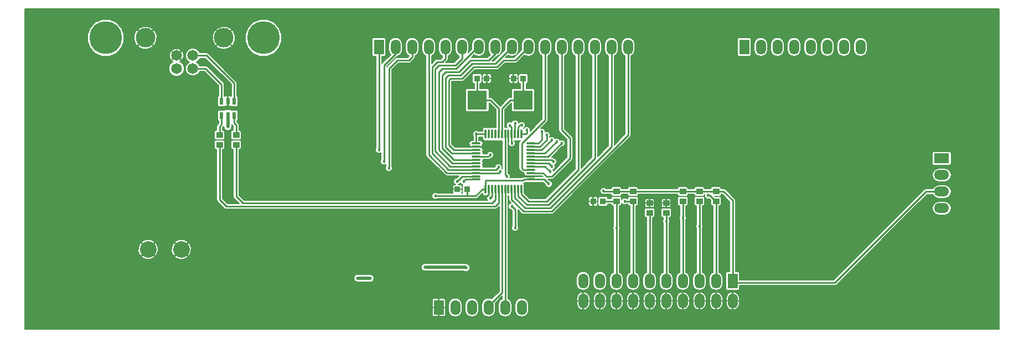
<source format=gbl>
G04 #@! TF.FileFunction,Copper,L2,Bot,Signal*
%FSLAX46Y46*%
G04 Gerber Fmt 4.6, Leading zero omitted, Abs format (unit mm)*
G04 Created by KiCad (PCBNEW 4.0.1-stable) date 6/19/2016 3:22:44 PM*
%MOMM*%
G01*
G04 APERTURE LIST*
%ADD10C,0.100000*%
%ADD11R,1.524000X2.286000*%
%ADD12O,1.524000X2.286000*%
%ADD13R,0.900000X0.950000*%
%ADD14R,0.600000X1.100000*%
%ADD15R,2.286000X1.524000*%
%ADD16O,2.286000X1.524000*%
%ADD17R,1.000000X0.850000*%
%ADD18O,0.300000X1.500000*%
%ADD19O,1.500000X0.300000*%
%ADD20R,3.000000X3.000000*%
%ADD21C,5.000000*%
%ADD22C,1.650000*%
%ADD23C,3.000000*%
%ADD24C,2.540000*%
%ADD25C,0.457200*%
%ADD26C,0.254000*%
%ADD27C,0.508000*%
%ADD28C,0.203200*%
G04 APERTURE END LIST*
D10*
D11*
X193802000Y-68834000D03*
D12*
X191262000Y-68834000D03*
X188722000Y-68834000D03*
X186182000Y-68834000D03*
X183642000Y-68834000D03*
X181102000Y-68834000D03*
X178562000Y-68834000D03*
X176022000Y-68834000D03*
X173482000Y-68834000D03*
X170942000Y-68834000D03*
X193802000Y-71882000D03*
X191262000Y-71882000D03*
X188722000Y-71882000D03*
X186182000Y-71882000D03*
X183642000Y-71882000D03*
X181102000Y-71882000D03*
X178562000Y-71882000D03*
X176022000Y-71882000D03*
X173482000Y-71882000D03*
X170942000Y-71882000D03*
D13*
X151713500Y-54800500D03*
X153213500Y-54800500D03*
X154698000Y-37846000D03*
X156198000Y-37846000D03*
X161786000Y-37846000D03*
X160286000Y-37846000D03*
X172478000Y-56642000D03*
X173978000Y-56642000D03*
D14*
X115636000Y-41318000D03*
X117536000Y-41318000D03*
X116586000Y-41318000D03*
X117536000Y-43518000D03*
X115636000Y-43518000D03*
X116586000Y-43518000D03*
D11*
X195580000Y-33020000D03*
D12*
X198120000Y-33020000D03*
X200660000Y-33020000D03*
X203200000Y-33020000D03*
X205740000Y-33020000D03*
X208280000Y-33020000D03*
X210820000Y-33020000D03*
X213360000Y-33020000D03*
D11*
X139700000Y-33020000D03*
D12*
X142240000Y-33020000D03*
X144780000Y-33020000D03*
X147320000Y-33020000D03*
X149860000Y-33020000D03*
X152400000Y-33020000D03*
X154940000Y-33020000D03*
X157480000Y-33020000D03*
X160020000Y-33020000D03*
X162560000Y-33020000D03*
X165100000Y-33020000D03*
X167640000Y-33020000D03*
X170180000Y-33020000D03*
X172720000Y-33020000D03*
X175260000Y-33020000D03*
X177800000Y-33020000D03*
D15*
X225790000Y-50080000D03*
D16*
X225790000Y-52620000D03*
X225790000Y-55160000D03*
X225790000Y-57700000D03*
D11*
X148844000Y-72898000D03*
D12*
X151384000Y-72898000D03*
X153924000Y-72898000D03*
X156464000Y-72898000D03*
X159004000Y-72898000D03*
X161544000Y-72898000D03*
D17*
X115316000Y-47994000D03*
X115316000Y-46494000D03*
X117856000Y-47994000D03*
X117856000Y-46494000D03*
X191262000Y-55130000D03*
X191262000Y-56630000D03*
X183642000Y-58408000D03*
X183642000Y-56908000D03*
X188722000Y-55130000D03*
X188722000Y-56630000D03*
X186182000Y-55130000D03*
X186182000Y-56630000D03*
X181102000Y-58408000D03*
X181102000Y-56908000D03*
X178562000Y-55130000D03*
X178562000Y-56630000D03*
X176022000Y-55130000D03*
X176022000Y-56630000D03*
D18*
X156000000Y-46346000D03*
X156500000Y-46346000D03*
X157000000Y-46346000D03*
X157500000Y-46346000D03*
X158000000Y-46346000D03*
X158500000Y-46346000D03*
X159000000Y-46346000D03*
X159500000Y-46346000D03*
X160000000Y-46346000D03*
X160500000Y-46346000D03*
X161000000Y-46346000D03*
X161500000Y-46346000D03*
D19*
X162950000Y-47796000D03*
X162950000Y-48296000D03*
X162950000Y-48796000D03*
X162950000Y-49296000D03*
X162950000Y-49796000D03*
X162950000Y-50296000D03*
X162950000Y-50796000D03*
X162950000Y-51296000D03*
X162950000Y-51796000D03*
X162950000Y-52296000D03*
X162950000Y-52796000D03*
X162950000Y-53296000D03*
D18*
X161500000Y-54746000D03*
X161000000Y-54746000D03*
X160500000Y-54746000D03*
X160000000Y-54746000D03*
X159500000Y-54746000D03*
X159000000Y-54746000D03*
X158500000Y-54746000D03*
X158000000Y-54746000D03*
X157500000Y-54746000D03*
X157000000Y-54746000D03*
X156500000Y-54746000D03*
X156000000Y-54746000D03*
D19*
X154550000Y-53296000D03*
X154550000Y-52796000D03*
X154550000Y-52296000D03*
X154550000Y-51796000D03*
X154550000Y-51296000D03*
X154550000Y-50796000D03*
X154550000Y-50296000D03*
X154550000Y-49796000D03*
X154550000Y-49296000D03*
X154550000Y-48796000D03*
X154550000Y-48296000D03*
X154550000Y-47796000D03*
D20*
X154742000Y-41148000D03*
X161742000Y-41148000D03*
D21*
X122047000Y-31623000D03*
X97917000Y-31623000D03*
D22*
X111232000Y-34333000D03*
X108732000Y-34333000D03*
X111232000Y-36333000D03*
D23*
X103982000Y-31623000D03*
X115982000Y-31623000D03*
D22*
X108732000Y-36333000D03*
D24*
X104394000Y-64008000D03*
X109474000Y-64008000D03*
D25*
X159766000Y-49022000D03*
X135445500Y-56261000D03*
X148336000Y-55816500D03*
X159702500Y-45021500D03*
X174053500Y-55054500D03*
X165671500Y-53975000D03*
X160020000Y-47752000D03*
X154559000Y-46355000D03*
X146748500Y-66738500D03*
X153035000Y-66802000D03*
X116586000Y-45212000D03*
X138364000Y-68410000D03*
X136448800Y-68402200D03*
X159258000Y-52832000D03*
X160528000Y-60706000D03*
X176022000Y-60706000D03*
X160020000Y-57404000D03*
X160528000Y-44704000D03*
X161544000Y-44958000D03*
X162306000Y-45720000D03*
X164592000Y-45974000D03*
X165354000Y-46482000D03*
X166116000Y-47244000D03*
X166878000Y-47498000D03*
X167640000Y-47752000D03*
X166370000Y-50546000D03*
X139700000Y-48768000D03*
X166116000Y-51308000D03*
X140462000Y-50546000D03*
X165862000Y-52070000D03*
X141224000Y-51562000D03*
X158242000Y-52070000D03*
X177292000Y-56642000D03*
X190055500Y-55753000D03*
X157988000Y-51435000D03*
X186182000Y-59182000D03*
X156718000Y-56134000D03*
X183642000Y-59690000D03*
X152654000Y-53594000D03*
X188722000Y-60452000D03*
X151638000Y-53594000D03*
X156718000Y-49530000D03*
D26*
X161762000Y-52796000D02*
X159766000Y-50800000D01*
X159766000Y-50800000D02*
X159766000Y-49022000D01*
X162950000Y-52796000D02*
X161762000Y-52796000D01*
X156500000Y-54746000D02*
X156500000Y-55526500D01*
X135572500Y-56388000D02*
X135445500Y-56261000D01*
X155638500Y-56388000D02*
X135572500Y-56388000D01*
X156500000Y-55526500D02*
X155638500Y-56388000D01*
X153225500Y-55816500D02*
X148336000Y-55816500D01*
X193802000Y-69088000D02*
X209423000Y-69088000D01*
X223351000Y-55160000D02*
X225790000Y-55160000D01*
X209423000Y-69088000D02*
X223351000Y-55160000D01*
X160000000Y-45319000D02*
X160000000Y-46346000D01*
X159702500Y-45021500D02*
X160000000Y-45319000D01*
X153213500Y-54800500D02*
X153213500Y-55816500D01*
X153213500Y-55816500D02*
X153225500Y-55816500D01*
X159893000Y-53467000D02*
X161734500Y-53467000D01*
X159893000Y-53467000D02*
X156083000Y-53467000D01*
X156083000Y-53467000D02*
X156000000Y-53550000D01*
X156000000Y-54746000D02*
X156000000Y-53550000D01*
X161905500Y-53296000D02*
X162950000Y-53296000D01*
X161734500Y-53467000D02*
X161905500Y-53296000D01*
X156000000Y-54746000D02*
X155566000Y-54746000D01*
X154495500Y-55816500D02*
X153225500Y-55816500D01*
X155566000Y-54746000D02*
X154495500Y-55816500D01*
X191262000Y-55130000D02*
X192417000Y-55130000D01*
X193802000Y-56515000D02*
X193802000Y-69088000D01*
X192417000Y-55130000D02*
X193802000Y-56515000D01*
X174129000Y-55130000D02*
X176022000Y-55130000D01*
X174053500Y-55054500D02*
X174129000Y-55130000D01*
X162950000Y-53296000D02*
X164992500Y-53296000D01*
X164992500Y-53296000D02*
X165671500Y-53975000D01*
X160000000Y-47732000D02*
X160000000Y-46346000D01*
X160020000Y-47752000D02*
X160000000Y-47732000D01*
X154559000Y-46355000D02*
X155991000Y-46355000D01*
X155991000Y-46355000D02*
X156000000Y-46346000D01*
X154550000Y-46364000D02*
X154550000Y-47796000D01*
X154559000Y-46355000D02*
X154550000Y-46364000D01*
X188722000Y-55130000D02*
X191262000Y-55130000D01*
X186182000Y-55130000D02*
X188722000Y-55130000D01*
X178562000Y-55130000D02*
X186182000Y-55130000D01*
X176022000Y-55130000D02*
X178562000Y-55130000D01*
D27*
X152971500Y-66738500D02*
X146748500Y-66738500D01*
X153035000Y-66802000D02*
X152971500Y-66738500D01*
X116586000Y-45212000D02*
X116586000Y-43518000D01*
X138356200Y-68402200D02*
X136448800Y-68402200D01*
X138356200Y-68402200D02*
X138364000Y-68410000D01*
D26*
X154698000Y-37846000D02*
X154698000Y-41104000D01*
X154698000Y-41104000D02*
X154742000Y-41148000D01*
X158000000Y-46346000D02*
X158000000Y-42430000D01*
X156718000Y-41148000D02*
X154742000Y-41148000D01*
X158000000Y-42430000D02*
X156718000Y-41148000D01*
X161786000Y-37846000D02*
X161786000Y-41104000D01*
X161786000Y-41104000D02*
X161742000Y-41148000D01*
X158500000Y-46346000D02*
X158500000Y-42422000D01*
X159774000Y-41148000D02*
X161742000Y-41148000D01*
X158500000Y-42422000D02*
X159774000Y-41148000D01*
X159000000Y-52574000D02*
X159258000Y-52832000D01*
X160528000Y-57912000D02*
X160528000Y-60706000D01*
X159000000Y-52574000D02*
X159000000Y-46346000D01*
X160020000Y-57404000D02*
X160528000Y-57912000D01*
X173978000Y-56642000D02*
X176010000Y-56642000D01*
X176010000Y-56642000D02*
X176022000Y-56630000D01*
X176022000Y-60706000D02*
X176022000Y-69088000D01*
X176022000Y-60706000D02*
X176022000Y-56630000D01*
X115636000Y-41318000D02*
X115636000Y-38775600D01*
X113193400Y-36333000D02*
X111232000Y-36333000D01*
X115636000Y-38775600D02*
X113193400Y-36333000D01*
X111232000Y-34333000D02*
X113327000Y-34333000D01*
X113454000Y-34460000D02*
X117536000Y-38542000D01*
X117536000Y-38542000D02*
X117536000Y-41318000D01*
X113327000Y-34333000D02*
X113454000Y-34460000D01*
X117536000Y-43518000D02*
X117536000Y-44638000D01*
X117856000Y-44958000D02*
X117856000Y-46494000D01*
X117536000Y-44638000D02*
X117856000Y-44958000D01*
X115636000Y-43518000D02*
X115636000Y-44892000D01*
X115316000Y-45212000D02*
X115316000Y-46494000D01*
X115636000Y-44892000D02*
X115316000Y-45212000D01*
X160500000Y-44986000D02*
X160500000Y-46346000D01*
X160500000Y-44732000D02*
X160500000Y-44986000D01*
X160528000Y-44704000D02*
X160500000Y-44732000D01*
X161000000Y-45248000D02*
X161000000Y-46346000D01*
X161290000Y-44958000D02*
X161000000Y-45248000D01*
X161544000Y-44958000D02*
X161290000Y-44958000D01*
X162306000Y-45720000D02*
X162306000Y-46228000D01*
X162188000Y-46346000D02*
X161500000Y-46346000D01*
X162306000Y-46228000D02*
X162188000Y-46346000D01*
X162950000Y-47796000D02*
X164040000Y-47796000D01*
X164592000Y-47244000D02*
X164592000Y-45974000D01*
X164040000Y-47796000D02*
X164592000Y-47244000D01*
X162950000Y-48296000D02*
X164302000Y-48296000D01*
X165354000Y-47244000D02*
X165354000Y-46482000D01*
X164302000Y-48296000D02*
X165354000Y-47244000D01*
X162950000Y-48796000D02*
X164564000Y-48796000D01*
X164564000Y-48796000D02*
X166116000Y-47244000D01*
X162950000Y-49296000D02*
X165080000Y-49296000D01*
X165080000Y-49296000D02*
X166878000Y-47498000D01*
X162950000Y-49796000D02*
X165596000Y-49796000D01*
X165596000Y-49796000D02*
X167640000Y-47752000D01*
X166120000Y-50296000D02*
X166370000Y-50546000D01*
X139700000Y-33020000D02*
X139700000Y-48768000D01*
X166120000Y-50296000D02*
X162950000Y-50296000D01*
X165604000Y-50796000D02*
X166116000Y-51308000D01*
X140462000Y-50546000D02*
X140462000Y-35814000D01*
X142240000Y-34036000D02*
X140462000Y-35814000D01*
X165604000Y-50796000D02*
X162950000Y-50796000D01*
X142240000Y-34036000D02*
X142240000Y-33020000D01*
X165088000Y-51296000D02*
X165862000Y-52070000D01*
X141224000Y-51562000D02*
X141224000Y-36322000D01*
X141224000Y-36322000D02*
X142494000Y-35052000D01*
X142494000Y-35052000D02*
X144272000Y-35052000D01*
X144272000Y-35052000D02*
X144780000Y-34544000D01*
X144780000Y-33020000D02*
X144780000Y-34544000D01*
X165088000Y-51296000D02*
X162950000Y-51296000D01*
X158016000Y-52296000D02*
X158242000Y-52070000D01*
X177292000Y-56642000D02*
X177304000Y-56630000D01*
X178562000Y-56630000D02*
X177304000Y-56630000D01*
X158016000Y-52296000D02*
X154550000Y-52296000D01*
X150904000Y-52296000D02*
X150086000Y-52296000D01*
X150086000Y-52296000D02*
X147320000Y-49530000D01*
X147320000Y-49530000D02*
X147320000Y-33020000D01*
X154550000Y-52296000D02*
X150904000Y-52296000D01*
X178562000Y-60198000D02*
X178562000Y-69088000D01*
X178562000Y-60198000D02*
X178562000Y-56630000D01*
X154550000Y-51796000D02*
X157627000Y-51796000D01*
X190309500Y-55753000D02*
X191186500Y-56630000D01*
X190055500Y-55753000D02*
X190309500Y-55753000D01*
X157627000Y-51796000D02*
X157988000Y-51435000D01*
X191186500Y-56630000D02*
X191262000Y-56630000D01*
X191262000Y-57912000D02*
X191262000Y-69088000D01*
X191262000Y-57912000D02*
X191262000Y-56630000D01*
X154550000Y-51796000D02*
X150368000Y-51796000D01*
X150368000Y-51796000D02*
X150348000Y-51796000D01*
X149860000Y-34798000D02*
X149860000Y-33020000D01*
X149352000Y-35306000D02*
X149860000Y-34798000D01*
X148590000Y-35306000D02*
X149352000Y-35306000D01*
X147828000Y-36068000D02*
X148590000Y-35306000D01*
X147828000Y-49276000D02*
X147828000Y-36068000D01*
X150348000Y-51796000D02*
X147828000Y-49276000D01*
X154550000Y-51296000D02*
X150610000Y-51296000D01*
X152400000Y-34798000D02*
X152400000Y-33020000D01*
X151384000Y-35814000D02*
X152400000Y-34798000D01*
X148844000Y-35814000D02*
X151384000Y-35814000D01*
X148285202Y-36372798D02*
X148844000Y-35814000D01*
X148285202Y-48971202D02*
X148285202Y-36372798D01*
X150610000Y-51296000D02*
X148285202Y-48971202D01*
X148844000Y-40640000D02*
X148844000Y-36830000D01*
X150872000Y-50796000D02*
X148844000Y-48768000D01*
X148844000Y-48768000D02*
X148844000Y-40640000D01*
X154550000Y-50796000D02*
X150872000Y-50796000D01*
X151522582Y-36322000D02*
X154824582Y-33020000D01*
X149352000Y-36322000D02*
X151522582Y-36322000D01*
X148844000Y-36830000D02*
X149352000Y-36322000D01*
X154824582Y-33020000D02*
X154940000Y-33020000D01*
X149352000Y-40894000D02*
X149352000Y-37338000D01*
X151134000Y-50296000D02*
X149352000Y-48514000D01*
X149352000Y-48514000D02*
X149352000Y-40894000D01*
X154550000Y-50296000D02*
X151134000Y-50296000D01*
X156464000Y-35052000D02*
X157480000Y-34036000D01*
X153670000Y-35052000D02*
X156464000Y-35052000D01*
X151892000Y-36830000D02*
X153670000Y-35052000D01*
X149860000Y-36830000D02*
X151892000Y-36830000D01*
X149352000Y-37338000D02*
X149860000Y-36830000D01*
X157480000Y-34036000D02*
X157480000Y-33020000D01*
X149860000Y-41148000D02*
X149860000Y-37795202D01*
X150845202Y-49296000D02*
X149860000Y-48310798D01*
X149860000Y-48310798D02*
X149860000Y-41148000D01*
X154550000Y-49296000D02*
X150845202Y-49296000D01*
X157480000Y-35560000D02*
X160020000Y-33020000D01*
X153924000Y-35560000D02*
X157480000Y-35560000D01*
X152146000Y-37338000D02*
X153924000Y-35560000D01*
X150317202Y-37338000D02*
X152146000Y-37338000D01*
X149860000Y-37795202D02*
X150317202Y-37338000D01*
X150368000Y-41402000D02*
X150368000Y-38100000D01*
X151158000Y-48796000D02*
X150368000Y-48006000D01*
X150368000Y-48006000D02*
X150368000Y-41402000D01*
X154550000Y-48796000D02*
X151158000Y-48796000D01*
X160528000Y-35052000D02*
X162560000Y-33020000D01*
X158750000Y-35052000D02*
X160528000Y-35052000D01*
X157734000Y-36068000D02*
X158750000Y-35052000D01*
X154178000Y-36068000D02*
X157734000Y-36068000D01*
X152400000Y-37846000D02*
X154178000Y-36068000D01*
X150622000Y-37846000D02*
X152400000Y-37846000D01*
X150368000Y-38100000D02*
X150622000Y-37846000D01*
X162950000Y-51796000D02*
X161778000Y-51796000D01*
X165100000Y-44196000D02*
X165100000Y-33020000D01*
X161544000Y-47752000D02*
X165100000Y-44196000D01*
X161544000Y-51562000D02*
X161544000Y-47752000D01*
X161778000Y-51796000D02*
X161544000Y-51562000D01*
X168910000Y-50038000D02*
X168910000Y-46990000D01*
X164818000Y-52296000D02*
X165354000Y-52832000D01*
X165354000Y-52832000D02*
X166116000Y-52832000D01*
X166116000Y-52832000D02*
X168910000Y-50038000D01*
X162950000Y-52296000D02*
X164818000Y-52296000D01*
X167640000Y-45720000D02*
X167640000Y-33020000D01*
X168910000Y-46990000D02*
X167640000Y-45720000D01*
X161500000Y-54746000D02*
X161500000Y-55582000D01*
X170180000Y-51816000D02*
X170180000Y-33020000D01*
X165354000Y-56642000D02*
X170180000Y-51816000D01*
X162560000Y-56642000D02*
X165354000Y-56642000D01*
X161500000Y-55582000D02*
X162560000Y-56642000D01*
X161000000Y-54746000D02*
X161000000Y-55844000D01*
X172720000Y-50038000D02*
X172720000Y-33020000D01*
X165608000Y-57150000D02*
X172720000Y-50038000D01*
X162306000Y-57150000D02*
X165608000Y-57150000D01*
X161000000Y-55844000D02*
X162306000Y-57150000D01*
X160500000Y-54746000D02*
X160500000Y-56106000D01*
X175260000Y-48260000D02*
X175260000Y-33020000D01*
X165862000Y-57658000D02*
X175260000Y-48260000D01*
X162052000Y-57658000D02*
X165862000Y-57658000D01*
X160500000Y-56106000D02*
X162052000Y-57658000D01*
X160000000Y-54746000D02*
X160000000Y-56368000D01*
X177800000Y-46482000D02*
X177800000Y-33020000D01*
X166116000Y-58166000D02*
X177800000Y-46482000D01*
X161798000Y-58166000D02*
X166116000Y-58166000D01*
X160000000Y-56368000D02*
X161798000Y-58166000D01*
X157000000Y-54746000D02*
X157000000Y-55852000D01*
X157000000Y-55852000D02*
X156718000Y-56134000D01*
X186182000Y-59182000D02*
X186182000Y-69088000D01*
X186182000Y-59182000D02*
X186182000Y-56630000D01*
X153206000Y-53296000D02*
X154550000Y-53296000D01*
X152952000Y-53296000D02*
X153206000Y-53296000D01*
X152654000Y-53594000D02*
X152952000Y-53296000D01*
X183642000Y-59690000D02*
X183642000Y-69088000D01*
X183642000Y-59690000D02*
X183642000Y-58408000D01*
X154550000Y-52796000D02*
X152436000Y-52796000D01*
X152436000Y-52796000D02*
X151638000Y-53594000D01*
X188722000Y-58674000D02*
X188722000Y-60452000D01*
X188722000Y-60452000D02*
X188722000Y-69088000D01*
X188722000Y-58674000D02*
X188722000Y-56630000D01*
X158500000Y-54746000D02*
X158500000Y-70608000D01*
X158500000Y-70608000D02*
X156464000Y-72644000D01*
X156464000Y-72644000D02*
X156464000Y-72898000D01*
X156464000Y-72517000D02*
X156464000Y-72898000D01*
X159000000Y-54746000D02*
X159000000Y-72894000D01*
X159000000Y-72894000D02*
X159004000Y-72898000D01*
X181102000Y-58408000D02*
X181102000Y-69088000D01*
X115316000Y-47994000D02*
X115316000Y-56388000D01*
X158000000Y-56884000D02*
X158000000Y-54746000D01*
X157480000Y-57404000D02*
X158000000Y-56884000D01*
X116332000Y-57404000D02*
X157480000Y-57404000D01*
X115316000Y-56388000D02*
X116332000Y-57404000D01*
X117856000Y-47994000D02*
X117856000Y-55880000D01*
X157500000Y-56368000D02*
X157500000Y-54746000D01*
X156972000Y-56896000D02*
X157500000Y-56368000D01*
X118872000Y-56896000D02*
X156972000Y-56896000D01*
X117856000Y-55880000D02*
X118872000Y-56896000D01*
X156452000Y-49796000D02*
X154550000Y-49796000D01*
X156718000Y-49530000D02*
X156452000Y-49796000D01*
D28*
G36*
X234594400Y-76225400D02*
X85572600Y-76225400D01*
X85572600Y-72986900D01*
X147828000Y-72986900D01*
X147828000Y-74091524D01*
X147866669Y-74184879D01*
X147938120Y-74256331D01*
X148031476Y-74295000D01*
X148755100Y-74295000D01*
X148818600Y-74231500D01*
X148818600Y-72923400D01*
X148869400Y-72923400D01*
X148869400Y-74231500D01*
X148932900Y-74295000D01*
X149656524Y-74295000D01*
X149749880Y-74256331D01*
X149821331Y-74184879D01*
X149860000Y-74091524D01*
X149860000Y-72986900D01*
X149796500Y-72923400D01*
X148869400Y-72923400D01*
X148818600Y-72923400D01*
X147891500Y-72923400D01*
X147828000Y-72986900D01*
X85572600Y-72986900D01*
X85572600Y-71704476D01*
X147828000Y-71704476D01*
X147828000Y-72809100D01*
X147891500Y-72872600D01*
X148818600Y-72872600D01*
X148818600Y-71564500D01*
X148869400Y-71564500D01*
X148869400Y-72872600D01*
X149796500Y-72872600D01*
X149860000Y-72809100D01*
X149860000Y-72488636D01*
X150317200Y-72488636D01*
X150317200Y-73307364D01*
X150398405Y-73715611D01*
X150629658Y-74061706D01*
X150975753Y-74292959D01*
X151384000Y-74374164D01*
X151792247Y-74292959D01*
X152138342Y-74061706D01*
X152369595Y-73715611D01*
X152450800Y-73307364D01*
X152450800Y-72488636D01*
X152857200Y-72488636D01*
X152857200Y-73307364D01*
X152938405Y-73715611D01*
X153169658Y-74061706D01*
X153515753Y-74292959D01*
X153924000Y-74374164D01*
X154332247Y-74292959D01*
X154678342Y-74061706D01*
X154909595Y-73715611D01*
X154990800Y-73307364D01*
X154990800Y-72488636D01*
X154909595Y-72080389D01*
X154678342Y-71734294D01*
X154332247Y-71503041D01*
X153924000Y-71421836D01*
X153515753Y-71503041D01*
X153169658Y-71734294D01*
X152938405Y-72080389D01*
X152857200Y-72488636D01*
X152450800Y-72488636D01*
X152369595Y-72080389D01*
X152138342Y-71734294D01*
X151792247Y-71503041D01*
X151384000Y-71421836D01*
X150975753Y-71503041D01*
X150629658Y-71734294D01*
X150398405Y-72080389D01*
X150317200Y-72488636D01*
X149860000Y-72488636D01*
X149860000Y-71704476D01*
X149821331Y-71611121D01*
X149749880Y-71539669D01*
X149656524Y-71501000D01*
X148932900Y-71501000D01*
X148869400Y-71564500D01*
X148818600Y-71564500D01*
X148755100Y-71501000D01*
X148031476Y-71501000D01*
X147938120Y-71539669D01*
X147866669Y-71611121D01*
X147828000Y-71704476D01*
X85572600Y-71704476D01*
X85572600Y-68402200D01*
X135839200Y-68402200D01*
X135885603Y-68635484D01*
X136017748Y-68833252D01*
X136215516Y-68965397D01*
X136448800Y-69011800D01*
X138324787Y-69011800D01*
X138364000Y-69019600D01*
X138597284Y-68973197D01*
X138795052Y-68841052D01*
X138927197Y-68643284D01*
X138973600Y-68410000D01*
X138927197Y-68176716D01*
X138795052Y-67978948D01*
X138787252Y-67971148D01*
X138589484Y-67839003D01*
X138356200Y-67792600D01*
X136448800Y-67792600D01*
X136215516Y-67839003D01*
X136017748Y-67971148D01*
X135885603Y-68168916D01*
X135839200Y-68402200D01*
X85572600Y-68402200D01*
X85572600Y-66738500D01*
X146138900Y-66738500D01*
X146185303Y-66971784D01*
X146317448Y-67169552D01*
X146515216Y-67301697D01*
X146748500Y-67348100D01*
X152776129Y-67348100D01*
X152801717Y-67365197D01*
X153035000Y-67411600D01*
X153268284Y-67365197D01*
X153466053Y-67233053D01*
X153598197Y-67035284D01*
X153644600Y-66802000D01*
X153598197Y-66568717D01*
X153466053Y-66370948D01*
X153402552Y-66307448D01*
X153204784Y-66175303D01*
X152971500Y-66128900D01*
X146748500Y-66128900D01*
X146515216Y-66175303D01*
X146317448Y-66307448D01*
X146185303Y-66505216D01*
X146138900Y-66738500D01*
X85572600Y-66738500D01*
X85572600Y-65079649D01*
X103358272Y-65079649D01*
X103501337Y-65279859D01*
X104056006Y-65524651D01*
X104662132Y-65538548D01*
X105227437Y-65319433D01*
X105286663Y-65279859D01*
X105429728Y-65079649D01*
X108438272Y-65079649D01*
X108581337Y-65279859D01*
X109136006Y-65524651D01*
X109742132Y-65538548D01*
X110307437Y-65319433D01*
X110366663Y-65279859D01*
X110509728Y-65079649D01*
X109474000Y-64043921D01*
X108438272Y-65079649D01*
X105429728Y-65079649D01*
X104394000Y-64043921D01*
X103358272Y-65079649D01*
X85572600Y-65079649D01*
X85572600Y-64276132D01*
X102863452Y-64276132D01*
X103082567Y-64841437D01*
X103122141Y-64900663D01*
X103322351Y-65043728D01*
X104358079Y-64008000D01*
X104429921Y-64008000D01*
X105465649Y-65043728D01*
X105665859Y-64900663D01*
X105910651Y-64345994D01*
X105912252Y-64276132D01*
X107943452Y-64276132D01*
X108162567Y-64841437D01*
X108202141Y-64900663D01*
X108402351Y-65043728D01*
X109438079Y-64008000D01*
X109509921Y-64008000D01*
X110545649Y-65043728D01*
X110745859Y-64900663D01*
X110990651Y-64345994D01*
X111004548Y-63739868D01*
X110785433Y-63174563D01*
X110745859Y-63115337D01*
X110545649Y-62972272D01*
X109509921Y-64008000D01*
X109438079Y-64008000D01*
X108402351Y-62972272D01*
X108202141Y-63115337D01*
X107957349Y-63670006D01*
X107943452Y-64276132D01*
X105912252Y-64276132D01*
X105924548Y-63739868D01*
X105705433Y-63174563D01*
X105665859Y-63115337D01*
X105465649Y-62972272D01*
X104429921Y-64008000D01*
X104358079Y-64008000D01*
X103322351Y-62972272D01*
X103122141Y-63115337D01*
X102877349Y-63670006D01*
X102863452Y-64276132D01*
X85572600Y-64276132D01*
X85572600Y-62936351D01*
X103358272Y-62936351D01*
X104394000Y-63972079D01*
X105429728Y-62936351D01*
X108438272Y-62936351D01*
X109474000Y-63972079D01*
X110509728Y-62936351D01*
X110366663Y-62736141D01*
X109811994Y-62491349D01*
X109205868Y-62477452D01*
X108640563Y-62696567D01*
X108581337Y-62736141D01*
X108438272Y-62936351D01*
X105429728Y-62936351D01*
X105286663Y-62736141D01*
X104731994Y-62491349D01*
X104125868Y-62477452D01*
X103560563Y-62696567D01*
X103501337Y-62736141D01*
X103358272Y-62936351D01*
X85572600Y-62936351D01*
X85572600Y-47569000D01*
X114505229Y-47569000D01*
X114505229Y-48419000D01*
X114526482Y-48531952D01*
X114593237Y-48635692D01*
X114695093Y-48705287D01*
X114816000Y-48729771D01*
X114884200Y-48729771D01*
X114884200Y-56388000D01*
X114917069Y-56553243D01*
X115001927Y-56680243D01*
X115010671Y-56693329D01*
X116026671Y-57709329D01*
X116166757Y-57802931D01*
X116332000Y-57835800D01*
X157480000Y-57835800D01*
X157645243Y-57802931D01*
X157785329Y-57709329D01*
X158068200Y-57426458D01*
X158068200Y-70429142D01*
X156945413Y-71551929D01*
X156872247Y-71503041D01*
X156464000Y-71421836D01*
X156055753Y-71503041D01*
X155709658Y-71734294D01*
X155478405Y-72080389D01*
X155397200Y-72488636D01*
X155397200Y-73307364D01*
X155478405Y-73715611D01*
X155709658Y-74061706D01*
X156055753Y-74292959D01*
X156464000Y-74374164D01*
X156872247Y-74292959D01*
X157218342Y-74061706D01*
X157449595Y-73715611D01*
X157530800Y-73307364D01*
X157530800Y-72488636D01*
X157480898Y-72237760D01*
X158568200Y-71150458D01*
X158568200Y-71521451D01*
X158249658Y-71734294D01*
X158018405Y-72080389D01*
X157937200Y-72488636D01*
X157937200Y-73307364D01*
X158018405Y-73715611D01*
X158249658Y-74061706D01*
X158595753Y-74292959D01*
X159004000Y-74374164D01*
X159412247Y-74292959D01*
X159758342Y-74061706D01*
X159989595Y-73715611D01*
X160070800Y-73307364D01*
X160070800Y-72488636D01*
X160477200Y-72488636D01*
X160477200Y-73307364D01*
X160558405Y-73715611D01*
X160789658Y-74061706D01*
X161135753Y-74292959D01*
X161544000Y-74374164D01*
X161952247Y-74292959D01*
X162298342Y-74061706D01*
X162529595Y-73715611D01*
X162610800Y-73307364D01*
X162610800Y-72488636D01*
X162529595Y-72080389D01*
X162414008Y-71907400D01*
X169926000Y-71907400D01*
X169926000Y-72288400D01*
X170013059Y-72675273D01*
X170241540Y-72999381D01*
X170576660Y-73211382D01*
X170758025Y-73262204D01*
X170916600Y-73215161D01*
X170916600Y-71907400D01*
X170967400Y-71907400D01*
X170967400Y-73215161D01*
X171125975Y-73262204D01*
X171307340Y-73211382D01*
X171642460Y-72999381D01*
X171870941Y-72675273D01*
X171958000Y-72288400D01*
X171958000Y-71907400D01*
X172466000Y-71907400D01*
X172466000Y-72288400D01*
X172553059Y-72675273D01*
X172781540Y-72999381D01*
X173116660Y-73211382D01*
X173298025Y-73262204D01*
X173456600Y-73215161D01*
X173456600Y-71907400D01*
X173507400Y-71907400D01*
X173507400Y-73215161D01*
X173665975Y-73262204D01*
X173847340Y-73211382D01*
X174182460Y-72999381D01*
X174410941Y-72675273D01*
X174498000Y-72288400D01*
X174498000Y-71907400D01*
X175006000Y-71907400D01*
X175006000Y-72288400D01*
X175093059Y-72675273D01*
X175321540Y-72999381D01*
X175656660Y-73211382D01*
X175838025Y-73262204D01*
X175996600Y-73215161D01*
X175996600Y-71907400D01*
X176047400Y-71907400D01*
X176047400Y-73215161D01*
X176205975Y-73262204D01*
X176387340Y-73211382D01*
X176722460Y-72999381D01*
X176950941Y-72675273D01*
X177038000Y-72288400D01*
X177038000Y-71907400D01*
X177546000Y-71907400D01*
X177546000Y-72288400D01*
X177633059Y-72675273D01*
X177861540Y-72999381D01*
X178196660Y-73211382D01*
X178378025Y-73262204D01*
X178536600Y-73215161D01*
X178536600Y-71907400D01*
X178587400Y-71907400D01*
X178587400Y-73215161D01*
X178745975Y-73262204D01*
X178927340Y-73211382D01*
X179262460Y-72999381D01*
X179490941Y-72675273D01*
X179578000Y-72288400D01*
X179578000Y-71907400D01*
X180086000Y-71907400D01*
X180086000Y-72288400D01*
X180173059Y-72675273D01*
X180401540Y-72999381D01*
X180736660Y-73211382D01*
X180918025Y-73262204D01*
X181076600Y-73215161D01*
X181076600Y-71907400D01*
X181127400Y-71907400D01*
X181127400Y-73215161D01*
X181285975Y-73262204D01*
X181467340Y-73211382D01*
X181802460Y-72999381D01*
X182030941Y-72675273D01*
X182118000Y-72288400D01*
X182118000Y-71907400D01*
X182626000Y-71907400D01*
X182626000Y-72288400D01*
X182713059Y-72675273D01*
X182941540Y-72999381D01*
X183276660Y-73211382D01*
X183458025Y-73262204D01*
X183616600Y-73215161D01*
X183616600Y-71907400D01*
X183667400Y-71907400D01*
X183667400Y-73215161D01*
X183825975Y-73262204D01*
X184007340Y-73211382D01*
X184342460Y-72999381D01*
X184570941Y-72675273D01*
X184658000Y-72288400D01*
X184658000Y-71907400D01*
X185166000Y-71907400D01*
X185166000Y-72288400D01*
X185253059Y-72675273D01*
X185481540Y-72999381D01*
X185816660Y-73211382D01*
X185998025Y-73262204D01*
X186156600Y-73215161D01*
X186156600Y-71907400D01*
X186207400Y-71907400D01*
X186207400Y-73215161D01*
X186365975Y-73262204D01*
X186547340Y-73211382D01*
X186882460Y-72999381D01*
X187110941Y-72675273D01*
X187198000Y-72288400D01*
X187198000Y-71907400D01*
X187706000Y-71907400D01*
X187706000Y-72288400D01*
X187793059Y-72675273D01*
X188021540Y-72999381D01*
X188356660Y-73211382D01*
X188538025Y-73262204D01*
X188696600Y-73215161D01*
X188696600Y-71907400D01*
X188747400Y-71907400D01*
X188747400Y-73215161D01*
X188905975Y-73262204D01*
X189087340Y-73211382D01*
X189422460Y-72999381D01*
X189650941Y-72675273D01*
X189738000Y-72288400D01*
X189738000Y-71907400D01*
X190246000Y-71907400D01*
X190246000Y-72288400D01*
X190333059Y-72675273D01*
X190561540Y-72999381D01*
X190896660Y-73211382D01*
X191078025Y-73262204D01*
X191236600Y-73215161D01*
X191236600Y-71907400D01*
X191287400Y-71907400D01*
X191287400Y-73215161D01*
X191445975Y-73262204D01*
X191627340Y-73211382D01*
X191962460Y-72999381D01*
X192190941Y-72675273D01*
X192278000Y-72288400D01*
X192278000Y-71907400D01*
X192786000Y-71907400D01*
X192786000Y-72288400D01*
X192873059Y-72675273D01*
X193101540Y-72999381D01*
X193436660Y-73211382D01*
X193618025Y-73262204D01*
X193776600Y-73215161D01*
X193776600Y-71907400D01*
X193827400Y-71907400D01*
X193827400Y-73215161D01*
X193985975Y-73262204D01*
X194167340Y-73211382D01*
X194502460Y-72999381D01*
X194730941Y-72675273D01*
X194818000Y-72288400D01*
X194818000Y-71907400D01*
X193827400Y-71907400D01*
X193776600Y-71907400D01*
X192786000Y-71907400D01*
X192278000Y-71907400D01*
X191287400Y-71907400D01*
X191236600Y-71907400D01*
X190246000Y-71907400D01*
X189738000Y-71907400D01*
X188747400Y-71907400D01*
X188696600Y-71907400D01*
X187706000Y-71907400D01*
X187198000Y-71907400D01*
X186207400Y-71907400D01*
X186156600Y-71907400D01*
X185166000Y-71907400D01*
X184658000Y-71907400D01*
X183667400Y-71907400D01*
X183616600Y-71907400D01*
X182626000Y-71907400D01*
X182118000Y-71907400D01*
X181127400Y-71907400D01*
X181076600Y-71907400D01*
X180086000Y-71907400D01*
X179578000Y-71907400D01*
X178587400Y-71907400D01*
X178536600Y-71907400D01*
X177546000Y-71907400D01*
X177038000Y-71907400D01*
X176047400Y-71907400D01*
X175996600Y-71907400D01*
X175006000Y-71907400D01*
X174498000Y-71907400D01*
X173507400Y-71907400D01*
X173456600Y-71907400D01*
X172466000Y-71907400D01*
X171958000Y-71907400D01*
X170967400Y-71907400D01*
X170916600Y-71907400D01*
X169926000Y-71907400D01*
X162414008Y-71907400D01*
X162298342Y-71734294D01*
X161952247Y-71503041D01*
X161814292Y-71475600D01*
X169926000Y-71475600D01*
X169926000Y-71856600D01*
X170916600Y-71856600D01*
X170916600Y-70548839D01*
X170967400Y-70548839D01*
X170967400Y-71856600D01*
X171958000Y-71856600D01*
X171958000Y-71475600D01*
X172466000Y-71475600D01*
X172466000Y-71856600D01*
X173456600Y-71856600D01*
X173456600Y-70548839D01*
X173507400Y-70548839D01*
X173507400Y-71856600D01*
X174498000Y-71856600D01*
X174498000Y-71475600D01*
X175006000Y-71475600D01*
X175006000Y-71856600D01*
X175996600Y-71856600D01*
X175996600Y-70548839D01*
X176047400Y-70548839D01*
X176047400Y-71856600D01*
X177038000Y-71856600D01*
X177038000Y-71475600D01*
X177546000Y-71475600D01*
X177546000Y-71856600D01*
X178536600Y-71856600D01*
X178536600Y-70548839D01*
X178587400Y-70548839D01*
X178587400Y-71856600D01*
X179578000Y-71856600D01*
X179578000Y-71475600D01*
X180086000Y-71475600D01*
X180086000Y-71856600D01*
X181076600Y-71856600D01*
X181076600Y-70548839D01*
X181127400Y-70548839D01*
X181127400Y-71856600D01*
X182118000Y-71856600D01*
X182118000Y-71475600D01*
X182626000Y-71475600D01*
X182626000Y-71856600D01*
X183616600Y-71856600D01*
X183616600Y-70548839D01*
X183667400Y-70548839D01*
X183667400Y-71856600D01*
X184658000Y-71856600D01*
X184658000Y-71475600D01*
X185166000Y-71475600D01*
X185166000Y-71856600D01*
X186156600Y-71856600D01*
X186156600Y-70548839D01*
X186207400Y-70548839D01*
X186207400Y-71856600D01*
X187198000Y-71856600D01*
X187198000Y-71475600D01*
X187706000Y-71475600D01*
X187706000Y-71856600D01*
X188696600Y-71856600D01*
X188696600Y-70548839D01*
X188747400Y-70548839D01*
X188747400Y-71856600D01*
X189738000Y-71856600D01*
X189738000Y-71475600D01*
X190246000Y-71475600D01*
X190246000Y-71856600D01*
X191236600Y-71856600D01*
X191236600Y-70548839D01*
X191287400Y-70548839D01*
X191287400Y-71856600D01*
X192278000Y-71856600D01*
X192278000Y-71475600D01*
X192786000Y-71475600D01*
X192786000Y-71856600D01*
X193776600Y-71856600D01*
X193776600Y-70548839D01*
X193827400Y-70548839D01*
X193827400Y-71856600D01*
X194818000Y-71856600D01*
X194818000Y-71475600D01*
X194730941Y-71088727D01*
X194502460Y-70764619D01*
X194167340Y-70552618D01*
X193985975Y-70501796D01*
X193827400Y-70548839D01*
X193776600Y-70548839D01*
X193618025Y-70501796D01*
X193436660Y-70552618D01*
X193101540Y-70764619D01*
X192873059Y-71088727D01*
X192786000Y-71475600D01*
X192278000Y-71475600D01*
X192190941Y-71088727D01*
X191962460Y-70764619D01*
X191627340Y-70552618D01*
X191445975Y-70501796D01*
X191287400Y-70548839D01*
X191236600Y-70548839D01*
X191078025Y-70501796D01*
X190896660Y-70552618D01*
X190561540Y-70764619D01*
X190333059Y-71088727D01*
X190246000Y-71475600D01*
X189738000Y-71475600D01*
X189650941Y-71088727D01*
X189422460Y-70764619D01*
X189087340Y-70552618D01*
X188905975Y-70501796D01*
X188747400Y-70548839D01*
X188696600Y-70548839D01*
X188538025Y-70501796D01*
X188356660Y-70552618D01*
X188021540Y-70764619D01*
X187793059Y-71088727D01*
X187706000Y-71475600D01*
X187198000Y-71475600D01*
X187110941Y-71088727D01*
X186882460Y-70764619D01*
X186547340Y-70552618D01*
X186365975Y-70501796D01*
X186207400Y-70548839D01*
X186156600Y-70548839D01*
X185998025Y-70501796D01*
X185816660Y-70552618D01*
X185481540Y-70764619D01*
X185253059Y-71088727D01*
X185166000Y-71475600D01*
X184658000Y-71475600D01*
X184570941Y-71088727D01*
X184342460Y-70764619D01*
X184007340Y-70552618D01*
X183825975Y-70501796D01*
X183667400Y-70548839D01*
X183616600Y-70548839D01*
X183458025Y-70501796D01*
X183276660Y-70552618D01*
X182941540Y-70764619D01*
X182713059Y-71088727D01*
X182626000Y-71475600D01*
X182118000Y-71475600D01*
X182030941Y-71088727D01*
X181802460Y-70764619D01*
X181467340Y-70552618D01*
X181285975Y-70501796D01*
X181127400Y-70548839D01*
X181076600Y-70548839D01*
X180918025Y-70501796D01*
X180736660Y-70552618D01*
X180401540Y-70764619D01*
X180173059Y-71088727D01*
X180086000Y-71475600D01*
X179578000Y-71475600D01*
X179490941Y-71088727D01*
X179262460Y-70764619D01*
X178927340Y-70552618D01*
X178745975Y-70501796D01*
X178587400Y-70548839D01*
X178536600Y-70548839D01*
X178378025Y-70501796D01*
X178196660Y-70552618D01*
X177861540Y-70764619D01*
X177633059Y-71088727D01*
X177546000Y-71475600D01*
X177038000Y-71475600D01*
X176950941Y-71088727D01*
X176722460Y-70764619D01*
X176387340Y-70552618D01*
X176205975Y-70501796D01*
X176047400Y-70548839D01*
X175996600Y-70548839D01*
X175838025Y-70501796D01*
X175656660Y-70552618D01*
X175321540Y-70764619D01*
X175093059Y-71088727D01*
X175006000Y-71475600D01*
X174498000Y-71475600D01*
X174410941Y-71088727D01*
X174182460Y-70764619D01*
X173847340Y-70552618D01*
X173665975Y-70501796D01*
X173507400Y-70548839D01*
X173456600Y-70548839D01*
X173298025Y-70501796D01*
X173116660Y-70552618D01*
X172781540Y-70764619D01*
X172553059Y-71088727D01*
X172466000Y-71475600D01*
X171958000Y-71475600D01*
X171870941Y-71088727D01*
X171642460Y-70764619D01*
X171307340Y-70552618D01*
X171125975Y-70501796D01*
X170967400Y-70548839D01*
X170916600Y-70548839D01*
X170758025Y-70501796D01*
X170576660Y-70552618D01*
X170241540Y-70764619D01*
X170013059Y-71088727D01*
X169926000Y-71475600D01*
X161814292Y-71475600D01*
X161544000Y-71421836D01*
X161135753Y-71503041D01*
X160789658Y-71734294D01*
X160558405Y-72080389D01*
X160477200Y-72488636D01*
X160070800Y-72488636D01*
X159989595Y-72080389D01*
X159758342Y-71734294D01*
X159431800Y-71516106D01*
X159431800Y-68424636D01*
X169875200Y-68424636D01*
X169875200Y-69243364D01*
X169956405Y-69651611D01*
X170187658Y-69997706D01*
X170533753Y-70228959D01*
X170942000Y-70310164D01*
X171350247Y-70228959D01*
X171696342Y-69997706D01*
X171927595Y-69651611D01*
X172008800Y-69243364D01*
X172008800Y-68424636D01*
X172415200Y-68424636D01*
X172415200Y-69243364D01*
X172496405Y-69651611D01*
X172727658Y-69997706D01*
X173073753Y-70228959D01*
X173482000Y-70310164D01*
X173890247Y-70228959D01*
X174236342Y-69997706D01*
X174467595Y-69651611D01*
X174548800Y-69243364D01*
X174548800Y-68424636D01*
X174467595Y-68016389D01*
X174236342Y-67670294D01*
X173890247Y-67439041D01*
X173482000Y-67357836D01*
X173073753Y-67439041D01*
X172727658Y-67670294D01*
X172496405Y-68016389D01*
X172415200Y-68424636D01*
X172008800Y-68424636D01*
X171927595Y-68016389D01*
X171696342Y-67670294D01*
X171350247Y-67439041D01*
X170942000Y-67357836D01*
X170533753Y-67439041D01*
X170187658Y-67670294D01*
X169956405Y-68016389D01*
X169875200Y-68424636D01*
X159431800Y-68424636D01*
X159431800Y-55807899D01*
X159500000Y-55821465D01*
X159568200Y-55807899D01*
X159568200Y-56368000D01*
X159601069Y-56533243D01*
X159614432Y-56553242D01*
X159694671Y-56673329D01*
X159898433Y-56877091D01*
X159718248Y-56951542D01*
X159568069Y-57101459D01*
X159486693Y-57297435D01*
X159486508Y-57509634D01*
X159567542Y-57705752D01*
X159717459Y-57855931D01*
X159913435Y-57937307D01*
X159942675Y-57937332D01*
X160096200Y-58090857D01*
X160096200Y-60383363D01*
X160076069Y-60403459D01*
X159994693Y-60599435D01*
X159994508Y-60811634D01*
X160075542Y-61007752D01*
X160225459Y-61157931D01*
X160421435Y-61239307D01*
X160633634Y-61239492D01*
X160829752Y-61158458D01*
X160979931Y-61008541D01*
X161061307Y-60812565D01*
X161061492Y-60600366D01*
X160980458Y-60404248D01*
X160959800Y-60383554D01*
X160959800Y-57938458D01*
X161492671Y-58471329D01*
X161632757Y-58564931D01*
X161798000Y-58597800D01*
X166116000Y-58597800D01*
X166281243Y-58564931D01*
X166421329Y-58471329D01*
X168161758Y-56730900D01*
X171774000Y-56730900D01*
X171774000Y-57167524D01*
X171812669Y-57260879D01*
X171884120Y-57332331D01*
X171977476Y-57371000D01*
X172389100Y-57371000D01*
X172452600Y-57307500D01*
X172452600Y-56667400D01*
X172503400Y-56667400D01*
X172503400Y-57307500D01*
X172566900Y-57371000D01*
X172978524Y-57371000D01*
X173071880Y-57332331D01*
X173143331Y-57260879D01*
X173182000Y-57167524D01*
X173182000Y-56730900D01*
X173118500Y-56667400D01*
X172503400Y-56667400D01*
X172452600Y-56667400D01*
X171837500Y-56667400D01*
X171774000Y-56730900D01*
X168161758Y-56730900D01*
X168776182Y-56116476D01*
X171774000Y-56116476D01*
X171774000Y-56553100D01*
X171837500Y-56616600D01*
X172452600Y-56616600D01*
X172452600Y-55976500D01*
X172503400Y-55976500D01*
X172503400Y-56616600D01*
X173118500Y-56616600D01*
X173182000Y-56553100D01*
X173182000Y-56167000D01*
X173217229Y-56167000D01*
X173217229Y-57117000D01*
X173238482Y-57229952D01*
X173305237Y-57333692D01*
X173407093Y-57403287D01*
X173528000Y-57427771D01*
X174428000Y-57427771D01*
X174540952Y-57406518D01*
X174644692Y-57339763D01*
X174714287Y-57237907D01*
X174738771Y-57117000D01*
X174738771Y-57073800D01*
X175214766Y-57073800D01*
X175232482Y-57167952D01*
X175299237Y-57271692D01*
X175401093Y-57341287D01*
X175522000Y-57365771D01*
X175590200Y-57365771D01*
X175590200Y-60383363D01*
X175570069Y-60403459D01*
X175488693Y-60599435D01*
X175488508Y-60811634D01*
X175569542Y-61007752D01*
X175590200Y-61028446D01*
X175590200Y-67454779D01*
X175267658Y-67670294D01*
X175036405Y-68016389D01*
X174955200Y-68424636D01*
X174955200Y-69243364D01*
X175036405Y-69651611D01*
X175267658Y-69997706D01*
X175613753Y-70228959D01*
X176022000Y-70310164D01*
X176430247Y-70228959D01*
X176776342Y-69997706D01*
X177007595Y-69651611D01*
X177088800Y-69243364D01*
X177088800Y-68424636D01*
X177007595Y-68016389D01*
X176776342Y-67670294D01*
X176453800Y-67454779D01*
X176453800Y-61028637D01*
X176473931Y-61008541D01*
X176555307Y-60812565D01*
X176555492Y-60600366D01*
X176474458Y-60404248D01*
X176453800Y-60383554D01*
X176453800Y-57365771D01*
X176522000Y-57365771D01*
X176634952Y-57344518D01*
X176738692Y-57277763D01*
X176808287Y-57175907D01*
X176832771Y-57055000D01*
X176832771Y-56927365D01*
X176839542Y-56943752D01*
X176989459Y-57093931D01*
X177185435Y-57175307D01*
X177397634Y-57175492D01*
X177593752Y-57094458D01*
X177626467Y-57061800D01*
X177752508Y-57061800D01*
X177772482Y-57167952D01*
X177839237Y-57271692D01*
X177941093Y-57341287D01*
X178062000Y-57365771D01*
X178130200Y-57365771D01*
X178130200Y-67454779D01*
X177807658Y-67670294D01*
X177576405Y-68016389D01*
X177495200Y-68424636D01*
X177495200Y-69243364D01*
X177576405Y-69651611D01*
X177807658Y-69997706D01*
X178153753Y-70228959D01*
X178562000Y-70310164D01*
X178970247Y-70228959D01*
X179316342Y-69997706D01*
X179547595Y-69651611D01*
X179628800Y-69243364D01*
X179628800Y-68424636D01*
X180035200Y-68424636D01*
X180035200Y-69243364D01*
X180116405Y-69651611D01*
X180347658Y-69997706D01*
X180693753Y-70228959D01*
X181102000Y-70310164D01*
X181510247Y-70228959D01*
X181856342Y-69997706D01*
X182087595Y-69651611D01*
X182168800Y-69243364D01*
X182168800Y-68424636D01*
X182575200Y-68424636D01*
X182575200Y-69243364D01*
X182656405Y-69651611D01*
X182887658Y-69997706D01*
X183233753Y-70228959D01*
X183642000Y-70310164D01*
X184050247Y-70228959D01*
X184396342Y-69997706D01*
X184627595Y-69651611D01*
X184708800Y-69243364D01*
X184708800Y-68424636D01*
X185115200Y-68424636D01*
X185115200Y-69243364D01*
X185196405Y-69651611D01*
X185427658Y-69997706D01*
X185773753Y-70228959D01*
X186182000Y-70310164D01*
X186590247Y-70228959D01*
X186936342Y-69997706D01*
X187167595Y-69651611D01*
X187248800Y-69243364D01*
X187248800Y-68424636D01*
X187655200Y-68424636D01*
X187655200Y-69243364D01*
X187736405Y-69651611D01*
X187967658Y-69997706D01*
X188313753Y-70228959D01*
X188722000Y-70310164D01*
X189130247Y-70228959D01*
X189476342Y-69997706D01*
X189707595Y-69651611D01*
X189788800Y-69243364D01*
X189788800Y-68424636D01*
X189707595Y-68016389D01*
X189476342Y-67670294D01*
X189153800Y-67454779D01*
X189153800Y-60774637D01*
X189173931Y-60754541D01*
X189255307Y-60558565D01*
X189255492Y-60346366D01*
X189174458Y-60150248D01*
X189153800Y-60129554D01*
X189153800Y-57365771D01*
X189222000Y-57365771D01*
X189334952Y-57344518D01*
X189438692Y-57277763D01*
X189508287Y-57175907D01*
X189532771Y-57055000D01*
X189532771Y-56205000D01*
X189511518Y-56092048D01*
X189444763Y-55988308D01*
X189342907Y-55918713D01*
X189222000Y-55894229D01*
X188222000Y-55894229D01*
X188109048Y-55915482D01*
X188005308Y-55982237D01*
X187935713Y-56084093D01*
X187911229Y-56205000D01*
X187911229Y-57055000D01*
X187932482Y-57167952D01*
X187999237Y-57271692D01*
X188101093Y-57341287D01*
X188222000Y-57365771D01*
X188290200Y-57365771D01*
X188290200Y-60129363D01*
X188270069Y-60149459D01*
X188188693Y-60345435D01*
X188188508Y-60557634D01*
X188269542Y-60753752D01*
X188290200Y-60774446D01*
X188290200Y-67454779D01*
X187967658Y-67670294D01*
X187736405Y-68016389D01*
X187655200Y-68424636D01*
X187248800Y-68424636D01*
X187167595Y-68016389D01*
X186936342Y-67670294D01*
X186613800Y-67454779D01*
X186613800Y-59504637D01*
X186633931Y-59484541D01*
X186715307Y-59288565D01*
X186715492Y-59076366D01*
X186634458Y-58880248D01*
X186613800Y-58859554D01*
X186613800Y-57365771D01*
X186682000Y-57365771D01*
X186794952Y-57344518D01*
X186898692Y-57277763D01*
X186968287Y-57175907D01*
X186992771Y-57055000D01*
X186992771Y-56205000D01*
X186971518Y-56092048D01*
X186904763Y-55988308D01*
X186802907Y-55918713D01*
X186682000Y-55894229D01*
X185682000Y-55894229D01*
X185569048Y-55915482D01*
X185465308Y-55982237D01*
X185395713Y-56084093D01*
X185371229Y-56205000D01*
X185371229Y-57055000D01*
X185392482Y-57167952D01*
X185459237Y-57271692D01*
X185561093Y-57341287D01*
X185682000Y-57365771D01*
X185750200Y-57365771D01*
X185750200Y-58859363D01*
X185730069Y-58879459D01*
X185648693Y-59075435D01*
X185648508Y-59287634D01*
X185729542Y-59483752D01*
X185750200Y-59504446D01*
X185750200Y-67454779D01*
X185427658Y-67670294D01*
X185196405Y-68016389D01*
X185115200Y-68424636D01*
X184708800Y-68424636D01*
X184627595Y-68016389D01*
X184396342Y-67670294D01*
X184073800Y-67454779D01*
X184073800Y-60012637D01*
X184093931Y-59992541D01*
X184175307Y-59796565D01*
X184175492Y-59584366D01*
X184094458Y-59388248D01*
X184073800Y-59367554D01*
X184073800Y-59143771D01*
X184142000Y-59143771D01*
X184254952Y-59122518D01*
X184358692Y-59055763D01*
X184428287Y-58953907D01*
X184452771Y-58833000D01*
X184452771Y-57983000D01*
X184431518Y-57870048D01*
X184364763Y-57766308D01*
X184262907Y-57696713D01*
X184142000Y-57672229D01*
X183142000Y-57672229D01*
X183029048Y-57693482D01*
X182925308Y-57760237D01*
X182855713Y-57862093D01*
X182831229Y-57983000D01*
X182831229Y-58833000D01*
X182852482Y-58945952D01*
X182919237Y-59049692D01*
X183021093Y-59119287D01*
X183142000Y-59143771D01*
X183210200Y-59143771D01*
X183210200Y-59367363D01*
X183190069Y-59387459D01*
X183108693Y-59583435D01*
X183108508Y-59795634D01*
X183189542Y-59991752D01*
X183210200Y-60012446D01*
X183210200Y-67454779D01*
X182887658Y-67670294D01*
X182656405Y-68016389D01*
X182575200Y-68424636D01*
X182168800Y-68424636D01*
X182087595Y-68016389D01*
X181856342Y-67670294D01*
X181533800Y-67454779D01*
X181533800Y-59143771D01*
X181602000Y-59143771D01*
X181714952Y-59122518D01*
X181818692Y-59055763D01*
X181888287Y-58953907D01*
X181912771Y-58833000D01*
X181912771Y-57983000D01*
X181891518Y-57870048D01*
X181824763Y-57766308D01*
X181722907Y-57696713D01*
X181602000Y-57672229D01*
X180602000Y-57672229D01*
X180489048Y-57693482D01*
X180385308Y-57760237D01*
X180315713Y-57862093D01*
X180291229Y-57983000D01*
X180291229Y-58833000D01*
X180312482Y-58945952D01*
X180379237Y-59049692D01*
X180481093Y-59119287D01*
X180602000Y-59143771D01*
X180670200Y-59143771D01*
X180670200Y-67454779D01*
X180347658Y-67670294D01*
X180116405Y-68016389D01*
X180035200Y-68424636D01*
X179628800Y-68424636D01*
X179547595Y-68016389D01*
X179316342Y-67670294D01*
X178993800Y-67454779D01*
X178993800Y-57365771D01*
X179062000Y-57365771D01*
X179174952Y-57344518D01*
X179278692Y-57277763D01*
X179348287Y-57175907D01*
X179372771Y-57055000D01*
X179372771Y-56996900D01*
X180348000Y-56996900D01*
X180348000Y-57383524D01*
X180386669Y-57476880D01*
X180458121Y-57548331D01*
X180551476Y-57587000D01*
X181013100Y-57587000D01*
X181076600Y-57523500D01*
X181076600Y-56933400D01*
X181127400Y-56933400D01*
X181127400Y-57523500D01*
X181190900Y-57587000D01*
X181652524Y-57587000D01*
X181745879Y-57548331D01*
X181817331Y-57476880D01*
X181856000Y-57383524D01*
X181856000Y-56996900D01*
X182888000Y-56996900D01*
X182888000Y-57383524D01*
X182926669Y-57476880D01*
X182998121Y-57548331D01*
X183091476Y-57587000D01*
X183553100Y-57587000D01*
X183616600Y-57523500D01*
X183616600Y-56933400D01*
X183667400Y-56933400D01*
X183667400Y-57523500D01*
X183730900Y-57587000D01*
X184192524Y-57587000D01*
X184285879Y-57548331D01*
X184357331Y-57476880D01*
X184396000Y-57383524D01*
X184396000Y-56996900D01*
X184332500Y-56933400D01*
X183667400Y-56933400D01*
X183616600Y-56933400D01*
X182951500Y-56933400D01*
X182888000Y-56996900D01*
X181856000Y-56996900D01*
X181792500Y-56933400D01*
X181127400Y-56933400D01*
X181076600Y-56933400D01*
X180411500Y-56933400D01*
X180348000Y-56996900D01*
X179372771Y-56996900D01*
X179372771Y-56432476D01*
X180348000Y-56432476D01*
X180348000Y-56819100D01*
X180411500Y-56882600D01*
X181076600Y-56882600D01*
X181076600Y-56292500D01*
X181127400Y-56292500D01*
X181127400Y-56882600D01*
X181792500Y-56882600D01*
X181856000Y-56819100D01*
X181856000Y-56432476D01*
X182888000Y-56432476D01*
X182888000Y-56819100D01*
X182951500Y-56882600D01*
X183616600Y-56882600D01*
X183616600Y-56292500D01*
X183667400Y-56292500D01*
X183667400Y-56882600D01*
X184332500Y-56882600D01*
X184396000Y-56819100D01*
X184396000Y-56432476D01*
X184357331Y-56339120D01*
X184285879Y-56267669D01*
X184192524Y-56229000D01*
X183730900Y-56229000D01*
X183667400Y-56292500D01*
X183616600Y-56292500D01*
X183553100Y-56229000D01*
X183091476Y-56229000D01*
X182998121Y-56267669D01*
X182926669Y-56339120D01*
X182888000Y-56432476D01*
X181856000Y-56432476D01*
X181817331Y-56339120D01*
X181745879Y-56267669D01*
X181652524Y-56229000D01*
X181190900Y-56229000D01*
X181127400Y-56292500D01*
X181076600Y-56292500D01*
X181013100Y-56229000D01*
X180551476Y-56229000D01*
X180458121Y-56267669D01*
X180386669Y-56339120D01*
X180348000Y-56432476D01*
X179372771Y-56432476D01*
X179372771Y-56205000D01*
X179351518Y-56092048D01*
X179284763Y-55988308D01*
X179182907Y-55918713D01*
X179062000Y-55894229D01*
X178062000Y-55894229D01*
X177949048Y-55915482D01*
X177845308Y-55982237D01*
X177775713Y-56084093D01*
X177752606Y-56198200D01*
X177602658Y-56198200D01*
X177594541Y-56190069D01*
X177398565Y-56108693D01*
X177186366Y-56108508D01*
X176990248Y-56189542D01*
X176840069Y-56339459D01*
X176832771Y-56357035D01*
X176832771Y-56205000D01*
X176811518Y-56092048D01*
X176744763Y-55988308D01*
X176642907Y-55918713D01*
X176522000Y-55894229D01*
X175522000Y-55894229D01*
X175409048Y-55915482D01*
X175305308Y-55982237D01*
X175235713Y-56084093D01*
X175211229Y-56205000D01*
X175211229Y-56210200D01*
X174738771Y-56210200D01*
X174738771Y-56167000D01*
X174717518Y-56054048D01*
X174650763Y-55950308D01*
X174548907Y-55880713D01*
X174428000Y-55856229D01*
X173528000Y-55856229D01*
X173415048Y-55877482D01*
X173311308Y-55944237D01*
X173241713Y-56046093D01*
X173217229Y-56167000D01*
X173182000Y-56167000D01*
X173182000Y-56116476D01*
X173143331Y-56023121D01*
X173071880Y-55951669D01*
X172978524Y-55913000D01*
X172566900Y-55913000D01*
X172503400Y-55976500D01*
X172452600Y-55976500D01*
X172389100Y-55913000D01*
X171977476Y-55913000D01*
X171884120Y-55951669D01*
X171812669Y-56023121D01*
X171774000Y-56116476D01*
X168776182Y-56116476D01*
X169732524Y-55160134D01*
X173520008Y-55160134D01*
X173601042Y-55356252D01*
X173750959Y-55506431D01*
X173946935Y-55587807D01*
X174159134Y-55587992D01*
X174222524Y-55561800D01*
X175212508Y-55561800D01*
X175232482Y-55667952D01*
X175299237Y-55771692D01*
X175401093Y-55841287D01*
X175522000Y-55865771D01*
X176522000Y-55865771D01*
X176634952Y-55844518D01*
X176738692Y-55777763D01*
X176808287Y-55675907D01*
X176831394Y-55561800D01*
X177752508Y-55561800D01*
X177772482Y-55667952D01*
X177839237Y-55771692D01*
X177941093Y-55841287D01*
X178062000Y-55865771D01*
X179062000Y-55865771D01*
X179174952Y-55844518D01*
X179278692Y-55777763D01*
X179348287Y-55675907D01*
X179371394Y-55561800D01*
X185372508Y-55561800D01*
X185392482Y-55667952D01*
X185459237Y-55771692D01*
X185561093Y-55841287D01*
X185682000Y-55865771D01*
X186682000Y-55865771D01*
X186794952Y-55844518D01*
X186898692Y-55777763D01*
X186968287Y-55675907D01*
X186991394Y-55561800D01*
X187912508Y-55561800D01*
X187932482Y-55667952D01*
X187999237Y-55771692D01*
X188101093Y-55841287D01*
X188222000Y-55865771D01*
X189222000Y-55865771D01*
X189334952Y-55844518D01*
X189438692Y-55777763D01*
X189508287Y-55675907D01*
X189531394Y-55561800D01*
X189557336Y-55561800D01*
X189522193Y-55646435D01*
X189522008Y-55858634D01*
X189603042Y-56054752D01*
X189752959Y-56204931D01*
X189948935Y-56286307D01*
X190161134Y-56286492D01*
X190211516Y-56265674D01*
X190451229Y-56505387D01*
X190451229Y-57055000D01*
X190472482Y-57167952D01*
X190539237Y-57271692D01*
X190641093Y-57341287D01*
X190762000Y-57365771D01*
X190830200Y-57365771D01*
X190830200Y-67454779D01*
X190507658Y-67670294D01*
X190276405Y-68016389D01*
X190195200Y-68424636D01*
X190195200Y-69243364D01*
X190276405Y-69651611D01*
X190507658Y-69997706D01*
X190853753Y-70228959D01*
X191262000Y-70310164D01*
X191670247Y-70228959D01*
X192016342Y-69997706D01*
X192247595Y-69651611D01*
X192328800Y-69243364D01*
X192328800Y-68424636D01*
X192247595Y-68016389D01*
X192016342Y-67670294D01*
X191693800Y-67454779D01*
X191693800Y-57365771D01*
X191762000Y-57365771D01*
X191874952Y-57344518D01*
X191978692Y-57277763D01*
X192048287Y-57175907D01*
X192072771Y-57055000D01*
X192072771Y-56205000D01*
X192051518Y-56092048D01*
X191984763Y-55988308D01*
X191882907Y-55918713D01*
X191762000Y-55894229D01*
X191061387Y-55894229D01*
X191032929Y-55865771D01*
X191762000Y-55865771D01*
X191874952Y-55844518D01*
X191978692Y-55777763D01*
X192048287Y-55675907D01*
X192071394Y-55561800D01*
X192238142Y-55561800D01*
X193370200Y-56693858D01*
X193370200Y-67380229D01*
X193040000Y-67380229D01*
X192927048Y-67401482D01*
X192823308Y-67468237D01*
X192753713Y-67570093D01*
X192729229Y-67691000D01*
X192729229Y-69977000D01*
X192750482Y-70089952D01*
X192817237Y-70193692D01*
X192919093Y-70263287D01*
X193040000Y-70287771D01*
X194564000Y-70287771D01*
X194676952Y-70266518D01*
X194780692Y-70199763D01*
X194850287Y-70097907D01*
X194874771Y-69977000D01*
X194874771Y-69519800D01*
X209423000Y-69519800D01*
X209588243Y-69486931D01*
X209728329Y-69393329D01*
X221421657Y-57700000D01*
X224313836Y-57700000D01*
X224395041Y-58108247D01*
X224626294Y-58454342D01*
X224972389Y-58685595D01*
X225380636Y-58766800D01*
X226199364Y-58766800D01*
X226607611Y-58685595D01*
X226953706Y-58454342D01*
X227184959Y-58108247D01*
X227266164Y-57700000D01*
X227184959Y-57291753D01*
X226953706Y-56945658D01*
X226607611Y-56714405D01*
X226199364Y-56633200D01*
X225380636Y-56633200D01*
X224972389Y-56714405D01*
X224626294Y-56945658D01*
X224395041Y-57291753D01*
X224313836Y-57700000D01*
X221421657Y-57700000D01*
X223529857Y-55591800D01*
X224410779Y-55591800D01*
X224626294Y-55914342D01*
X224972389Y-56145595D01*
X225380636Y-56226800D01*
X226199364Y-56226800D01*
X226607611Y-56145595D01*
X226953706Y-55914342D01*
X227184959Y-55568247D01*
X227266164Y-55160000D01*
X227184959Y-54751753D01*
X226953706Y-54405658D01*
X226607611Y-54174405D01*
X226199364Y-54093200D01*
X225380636Y-54093200D01*
X224972389Y-54174405D01*
X224626294Y-54405658D01*
X224410779Y-54728200D01*
X223351000Y-54728200D01*
X223185757Y-54761069D01*
X223045671Y-54854671D01*
X223045669Y-54854674D01*
X209244142Y-68656200D01*
X194874771Y-68656200D01*
X194874771Y-67691000D01*
X194853518Y-67578048D01*
X194786763Y-67474308D01*
X194684907Y-67404713D01*
X194564000Y-67380229D01*
X194233800Y-67380229D01*
X194233800Y-56515005D01*
X194233801Y-56515000D01*
X194200931Y-56349758D01*
X194200931Y-56349757D01*
X194107329Y-56209671D01*
X192722329Y-54824671D01*
X192648140Y-54775100D01*
X192582243Y-54731069D01*
X192417000Y-54698200D01*
X192071492Y-54698200D01*
X192051518Y-54592048D01*
X191984763Y-54488308D01*
X191882907Y-54418713D01*
X191762000Y-54394229D01*
X190762000Y-54394229D01*
X190649048Y-54415482D01*
X190545308Y-54482237D01*
X190475713Y-54584093D01*
X190452606Y-54698200D01*
X189531492Y-54698200D01*
X189511518Y-54592048D01*
X189444763Y-54488308D01*
X189342907Y-54418713D01*
X189222000Y-54394229D01*
X188222000Y-54394229D01*
X188109048Y-54415482D01*
X188005308Y-54482237D01*
X187935713Y-54584093D01*
X187912606Y-54698200D01*
X186991492Y-54698200D01*
X186971518Y-54592048D01*
X186904763Y-54488308D01*
X186802907Y-54418713D01*
X186682000Y-54394229D01*
X185682000Y-54394229D01*
X185569048Y-54415482D01*
X185465308Y-54482237D01*
X185395713Y-54584093D01*
X185372606Y-54698200D01*
X179371492Y-54698200D01*
X179351518Y-54592048D01*
X179284763Y-54488308D01*
X179182907Y-54418713D01*
X179062000Y-54394229D01*
X178062000Y-54394229D01*
X177949048Y-54415482D01*
X177845308Y-54482237D01*
X177775713Y-54584093D01*
X177752606Y-54698200D01*
X176831492Y-54698200D01*
X176811518Y-54592048D01*
X176744763Y-54488308D01*
X176642907Y-54418713D01*
X176522000Y-54394229D01*
X175522000Y-54394229D01*
X175409048Y-54415482D01*
X175305308Y-54482237D01*
X175235713Y-54584093D01*
X175212606Y-54698200D01*
X174451505Y-54698200D01*
X174356041Y-54602569D01*
X174160065Y-54521193D01*
X173947866Y-54521008D01*
X173751748Y-54602042D01*
X173601569Y-54751959D01*
X173520193Y-54947935D01*
X173520008Y-55160134D01*
X169732524Y-55160134D01*
X172272658Y-52620000D01*
X224313836Y-52620000D01*
X224395041Y-53028247D01*
X224626294Y-53374342D01*
X224972389Y-53605595D01*
X225380636Y-53686800D01*
X226199364Y-53686800D01*
X226607611Y-53605595D01*
X226953706Y-53374342D01*
X227184959Y-53028247D01*
X227266164Y-52620000D01*
X227184959Y-52211753D01*
X226953706Y-51865658D01*
X226607611Y-51634405D01*
X226199364Y-51553200D01*
X225380636Y-51553200D01*
X224972389Y-51634405D01*
X224626294Y-51865658D01*
X224395041Y-52211753D01*
X224313836Y-52620000D01*
X172272658Y-52620000D01*
X175574658Y-49318000D01*
X224336229Y-49318000D01*
X224336229Y-50842000D01*
X224357482Y-50954952D01*
X224424237Y-51058692D01*
X224526093Y-51128287D01*
X224647000Y-51152771D01*
X226933000Y-51152771D01*
X227045952Y-51131518D01*
X227149692Y-51064763D01*
X227219287Y-50962907D01*
X227243771Y-50842000D01*
X227243771Y-49318000D01*
X227222518Y-49205048D01*
X227155763Y-49101308D01*
X227053907Y-49031713D01*
X226933000Y-49007229D01*
X224647000Y-49007229D01*
X224534048Y-49028482D01*
X224430308Y-49095237D01*
X224360713Y-49197093D01*
X224336229Y-49318000D01*
X175574658Y-49318000D01*
X178105329Y-46787329D01*
X178198931Y-46647243D01*
X178231800Y-46482000D01*
X178231800Y-34399221D01*
X178554342Y-34183706D01*
X178785595Y-33837611D01*
X178866800Y-33429364D01*
X178866800Y-32610636D01*
X178785595Y-32202389D01*
X178568178Y-31877000D01*
X194507229Y-31877000D01*
X194507229Y-34163000D01*
X194528482Y-34275952D01*
X194595237Y-34379692D01*
X194697093Y-34449287D01*
X194818000Y-34473771D01*
X196342000Y-34473771D01*
X196454952Y-34452518D01*
X196558692Y-34385763D01*
X196628287Y-34283907D01*
X196652771Y-34163000D01*
X196652771Y-32610636D01*
X197053200Y-32610636D01*
X197053200Y-33429364D01*
X197134405Y-33837611D01*
X197365658Y-34183706D01*
X197711753Y-34414959D01*
X198120000Y-34496164D01*
X198528247Y-34414959D01*
X198874342Y-34183706D01*
X199105595Y-33837611D01*
X199186800Y-33429364D01*
X199186800Y-32610636D01*
X199593200Y-32610636D01*
X199593200Y-33429364D01*
X199674405Y-33837611D01*
X199905658Y-34183706D01*
X200251753Y-34414959D01*
X200660000Y-34496164D01*
X201068247Y-34414959D01*
X201414342Y-34183706D01*
X201645595Y-33837611D01*
X201726800Y-33429364D01*
X201726800Y-32610636D01*
X202133200Y-32610636D01*
X202133200Y-33429364D01*
X202214405Y-33837611D01*
X202445658Y-34183706D01*
X202791753Y-34414959D01*
X203200000Y-34496164D01*
X203608247Y-34414959D01*
X203954342Y-34183706D01*
X204185595Y-33837611D01*
X204266800Y-33429364D01*
X204266800Y-32610636D01*
X204673200Y-32610636D01*
X204673200Y-33429364D01*
X204754405Y-33837611D01*
X204985658Y-34183706D01*
X205331753Y-34414959D01*
X205740000Y-34496164D01*
X206148247Y-34414959D01*
X206494342Y-34183706D01*
X206725595Y-33837611D01*
X206806800Y-33429364D01*
X206806800Y-32610636D01*
X207213200Y-32610636D01*
X207213200Y-33429364D01*
X207294405Y-33837611D01*
X207525658Y-34183706D01*
X207871753Y-34414959D01*
X208280000Y-34496164D01*
X208688247Y-34414959D01*
X209034342Y-34183706D01*
X209265595Y-33837611D01*
X209346800Y-33429364D01*
X209346800Y-32610636D01*
X209753200Y-32610636D01*
X209753200Y-33429364D01*
X209834405Y-33837611D01*
X210065658Y-34183706D01*
X210411753Y-34414959D01*
X210820000Y-34496164D01*
X211228247Y-34414959D01*
X211574342Y-34183706D01*
X211805595Y-33837611D01*
X211886800Y-33429364D01*
X211886800Y-32610636D01*
X212293200Y-32610636D01*
X212293200Y-33429364D01*
X212374405Y-33837611D01*
X212605658Y-34183706D01*
X212951753Y-34414959D01*
X213360000Y-34496164D01*
X213768247Y-34414959D01*
X214114342Y-34183706D01*
X214345595Y-33837611D01*
X214426800Y-33429364D01*
X214426800Y-32610636D01*
X214345595Y-32202389D01*
X214114342Y-31856294D01*
X213768247Y-31625041D01*
X213360000Y-31543836D01*
X212951753Y-31625041D01*
X212605658Y-31856294D01*
X212374405Y-32202389D01*
X212293200Y-32610636D01*
X211886800Y-32610636D01*
X211805595Y-32202389D01*
X211574342Y-31856294D01*
X211228247Y-31625041D01*
X210820000Y-31543836D01*
X210411753Y-31625041D01*
X210065658Y-31856294D01*
X209834405Y-32202389D01*
X209753200Y-32610636D01*
X209346800Y-32610636D01*
X209265595Y-32202389D01*
X209034342Y-31856294D01*
X208688247Y-31625041D01*
X208280000Y-31543836D01*
X207871753Y-31625041D01*
X207525658Y-31856294D01*
X207294405Y-32202389D01*
X207213200Y-32610636D01*
X206806800Y-32610636D01*
X206725595Y-32202389D01*
X206494342Y-31856294D01*
X206148247Y-31625041D01*
X205740000Y-31543836D01*
X205331753Y-31625041D01*
X204985658Y-31856294D01*
X204754405Y-32202389D01*
X204673200Y-32610636D01*
X204266800Y-32610636D01*
X204185595Y-32202389D01*
X203954342Y-31856294D01*
X203608247Y-31625041D01*
X203200000Y-31543836D01*
X202791753Y-31625041D01*
X202445658Y-31856294D01*
X202214405Y-32202389D01*
X202133200Y-32610636D01*
X201726800Y-32610636D01*
X201645595Y-32202389D01*
X201414342Y-31856294D01*
X201068247Y-31625041D01*
X200660000Y-31543836D01*
X200251753Y-31625041D01*
X199905658Y-31856294D01*
X199674405Y-32202389D01*
X199593200Y-32610636D01*
X199186800Y-32610636D01*
X199105595Y-32202389D01*
X198874342Y-31856294D01*
X198528247Y-31625041D01*
X198120000Y-31543836D01*
X197711753Y-31625041D01*
X197365658Y-31856294D01*
X197134405Y-32202389D01*
X197053200Y-32610636D01*
X196652771Y-32610636D01*
X196652771Y-31877000D01*
X196631518Y-31764048D01*
X196564763Y-31660308D01*
X196462907Y-31590713D01*
X196342000Y-31566229D01*
X194818000Y-31566229D01*
X194705048Y-31587482D01*
X194601308Y-31654237D01*
X194531713Y-31756093D01*
X194507229Y-31877000D01*
X178568178Y-31877000D01*
X178554342Y-31856294D01*
X178208247Y-31625041D01*
X177800000Y-31543836D01*
X177391753Y-31625041D01*
X177045658Y-31856294D01*
X176814405Y-32202389D01*
X176733200Y-32610636D01*
X176733200Y-33429364D01*
X176814405Y-33837611D01*
X177045658Y-34183706D01*
X177368200Y-34399221D01*
X177368200Y-46303142D01*
X175691800Y-47979542D01*
X175691800Y-34399221D01*
X176014342Y-34183706D01*
X176245595Y-33837611D01*
X176326800Y-33429364D01*
X176326800Y-32610636D01*
X176245595Y-32202389D01*
X176014342Y-31856294D01*
X175668247Y-31625041D01*
X175260000Y-31543836D01*
X174851753Y-31625041D01*
X174505658Y-31856294D01*
X174274405Y-32202389D01*
X174193200Y-32610636D01*
X174193200Y-33429364D01*
X174274405Y-33837611D01*
X174505658Y-34183706D01*
X174828200Y-34399221D01*
X174828200Y-48081142D01*
X173151800Y-49757542D01*
X173151800Y-34399221D01*
X173474342Y-34183706D01*
X173705595Y-33837611D01*
X173786800Y-33429364D01*
X173786800Y-32610636D01*
X173705595Y-32202389D01*
X173474342Y-31856294D01*
X173128247Y-31625041D01*
X172720000Y-31543836D01*
X172311753Y-31625041D01*
X171965658Y-31856294D01*
X171734405Y-32202389D01*
X171653200Y-32610636D01*
X171653200Y-33429364D01*
X171734405Y-33837611D01*
X171965658Y-34183706D01*
X172288200Y-34399221D01*
X172288200Y-49859142D01*
X170611800Y-51535542D01*
X170611800Y-34399221D01*
X170934342Y-34183706D01*
X171165595Y-33837611D01*
X171246800Y-33429364D01*
X171246800Y-32610636D01*
X171165595Y-32202389D01*
X170934342Y-31856294D01*
X170588247Y-31625041D01*
X170180000Y-31543836D01*
X169771753Y-31625041D01*
X169425658Y-31856294D01*
X169194405Y-32202389D01*
X169113200Y-32610636D01*
X169113200Y-33429364D01*
X169194405Y-33837611D01*
X169425658Y-34183706D01*
X169748200Y-34399221D01*
X169748200Y-51637143D01*
X165175142Y-56210200D01*
X162738857Y-56210200D01*
X161944932Y-55416274D01*
X161954800Y-55366665D01*
X161954800Y-54125335D01*
X161920180Y-53951291D01*
X161867438Y-53872357D01*
X161899743Y-53865931D01*
X162039829Y-53772329D01*
X162084358Y-53727800D01*
X162213708Y-53727800D01*
X162329335Y-53750800D01*
X163570665Y-53750800D01*
X163686292Y-53727800D01*
X164813642Y-53727800D01*
X165138033Y-54052191D01*
X165138008Y-54080634D01*
X165219042Y-54276752D01*
X165368959Y-54426931D01*
X165564935Y-54508307D01*
X165777134Y-54508492D01*
X165973252Y-54427458D01*
X166123431Y-54277541D01*
X166204807Y-54081565D01*
X166204992Y-53869366D01*
X166123958Y-53673248D01*
X165974041Y-53523069D01*
X165778065Y-53441693D01*
X165748826Y-53441668D01*
X165570958Y-53263800D01*
X166116000Y-53263800D01*
X166281243Y-53230931D01*
X166421329Y-53137329D01*
X166421330Y-53137328D01*
X169215326Y-50343331D01*
X169215329Y-50343329D01*
X169308931Y-50203243D01*
X169314385Y-50175827D01*
X169341801Y-50038000D01*
X169341800Y-50037995D01*
X169341800Y-46990000D01*
X169308931Y-46824757D01*
X169215329Y-46684671D01*
X168071800Y-45541142D01*
X168071800Y-34399221D01*
X168394342Y-34183706D01*
X168625595Y-33837611D01*
X168706800Y-33429364D01*
X168706800Y-32610636D01*
X168625595Y-32202389D01*
X168394342Y-31856294D01*
X168048247Y-31625041D01*
X167640000Y-31543836D01*
X167231753Y-31625041D01*
X166885658Y-31856294D01*
X166654405Y-32202389D01*
X166573200Y-32610636D01*
X166573200Y-33429364D01*
X166654405Y-33837611D01*
X166885658Y-34183706D01*
X167208200Y-34399221D01*
X167208200Y-45720000D01*
X167241069Y-45885243D01*
X167294407Y-45965069D01*
X167334671Y-46025329D01*
X168478200Y-47168858D01*
X168478200Y-49859143D01*
X166388909Y-51948433D01*
X166326772Y-51798050D01*
X166417752Y-51760458D01*
X166567931Y-51610541D01*
X166649307Y-51414565D01*
X166649492Y-51202366D01*
X166580772Y-51036050D01*
X166671752Y-50998458D01*
X166821931Y-50848541D01*
X166903307Y-50652565D01*
X166903492Y-50440366D01*
X166822458Y-50244248D01*
X166672541Y-50094069D01*
X166476565Y-50012693D01*
X166447325Y-50012668D01*
X166425329Y-49990671D01*
X166412249Y-49981931D01*
X166285243Y-49897069D01*
X166135396Y-49867262D01*
X167717190Y-48285467D01*
X167745634Y-48285492D01*
X167941752Y-48204458D01*
X168091931Y-48054541D01*
X168173307Y-47858565D01*
X168173492Y-47646366D01*
X168092458Y-47450248D01*
X167942541Y-47300069D01*
X167746565Y-47218693D01*
X167534366Y-47218508D01*
X167368050Y-47287228D01*
X167330458Y-47196248D01*
X167180541Y-47046069D01*
X166984565Y-46964693D01*
X166772366Y-46964508D01*
X166606050Y-47033228D01*
X166568458Y-46942248D01*
X166418541Y-46792069D01*
X166222565Y-46710693D01*
X166010366Y-46710508D01*
X165814248Y-46791542D01*
X165785800Y-46819940D01*
X165785800Y-46804637D01*
X165805931Y-46784541D01*
X165887307Y-46588565D01*
X165887492Y-46376366D01*
X165806458Y-46180248D01*
X165656541Y-46030069D01*
X165460565Y-45948693D01*
X165248366Y-45948508D01*
X165125378Y-45999325D01*
X165125492Y-45868366D01*
X165044458Y-45672248D01*
X164894541Y-45522069D01*
X164698565Y-45440693D01*
X164486366Y-45440508D01*
X164451914Y-45454743D01*
X165405326Y-44501331D01*
X165405329Y-44501329D01*
X165498931Y-44361243D01*
X165531800Y-44196000D01*
X165531800Y-34399221D01*
X165854342Y-34183706D01*
X166085595Y-33837611D01*
X166166800Y-33429364D01*
X166166800Y-32610636D01*
X166085595Y-32202389D01*
X165854342Y-31856294D01*
X165508247Y-31625041D01*
X165100000Y-31543836D01*
X164691753Y-31625041D01*
X164345658Y-31856294D01*
X164114405Y-32202389D01*
X164033200Y-32610636D01*
X164033200Y-33429364D01*
X164114405Y-33837611D01*
X164345658Y-34183706D01*
X164668200Y-34399221D01*
X164668200Y-44017143D01*
X162825481Y-45859861D01*
X162839307Y-45826565D01*
X162839492Y-45614366D01*
X162758458Y-45418248D01*
X162608541Y-45268069D01*
X162412565Y-45186693D01*
X162200366Y-45186508D01*
X162004248Y-45267542D01*
X161854069Y-45417459D01*
X161845134Y-45438977D01*
X161830335Y-45416828D01*
X161845752Y-45410458D01*
X161995931Y-45260541D01*
X162077307Y-45064565D01*
X162077492Y-44852366D01*
X161996458Y-44656248D01*
X161846541Y-44506069D01*
X161650565Y-44424693D01*
X161438366Y-44424508D01*
X161242248Y-44505542D01*
X161204521Y-44543203D01*
X161124757Y-44559069D01*
X161061489Y-44601343D01*
X161061492Y-44598366D01*
X160980458Y-44402248D01*
X160830541Y-44252069D01*
X160634565Y-44170693D01*
X160422366Y-44170508D01*
X160226248Y-44251542D01*
X160076069Y-44401459D01*
X160005905Y-44570434D01*
X160005041Y-44569569D01*
X159809065Y-44488193D01*
X159596866Y-44488008D01*
X159400748Y-44569042D01*
X159250569Y-44718959D01*
X159169193Y-44914935D01*
X159169008Y-45127134D01*
X159250042Y-45323252D01*
X159318790Y-45392120D01*
X159310983Y-45396655D01*
X159174044Y-45305155D01*
X159000000Y-45270535D01*
X158931800Y-45284101D01*
X158931800Y-42600858D01*
X159931229Y-41601429D01*
X159931229Y-42648000D01*
X159952482Y-42760952D01*
X160019237Y-42864692D01*
X160121093Y-42934287D01*
X160242000Y-42958771D01*
X163242000Y-42958771D01*
X163354952Y-42937518D01*
X163458692Y-42870763D01*
X163528287Y-42768907D01*
X163552771Y-42648000D01*
X163552771Y-39648000D01*
X163531518Y-39535048D01*
X163464763Y-39431308D01*
X163362907Y-39361713D01*
X163242000Y-39337229D01*
X162217800Y-39337229D01*
X162217800Y-38631771D01*
X162236000Y-38631771D01*
X162348952Y-38610518D01*
X162452692Y-38543763D01*
X162522287Y-38441907D01*
X162546771Y-38321000D01*
X162546771Y-37371000D01*
X162525518Y-37258048D01*
X162458763Y-37154308D01*
X162356907Y-37084713D01*
X162236000Y-37060229D01*
X161336000Y-37060229D01*
X161223048Y-37081482D01*
X161119308Y-37148237D01*
X161049713Y-37250093D01*
X161025229Y-37371000D01*
X161025229Y-38321000D01*
X161046482Y-38433952D01*
X161113237Y-38537692D01*
X161215093Y-38607287D01*
X161336000Y-38631771D01*
X161354200Y-38631771D01*
X161354200Y-39337229D01*
X160242000Y-39337229D01*
X160129048Y-39358482D01*
X160025308Y-39425237D01*
X159955713Y-39527093D01*
X159931229Y-39648000D01*
X159931229Y-40716200D01*
X159774000Y-40716200D01*
X159608757Y-40749069D01*
X159468671Y-40842671D01*
X158246000Y-42065342D01*
X157023329Y-40842671D01*
X156883243Y-40749069D01*
X156718000Y-40716200D01*
X156552771Y-40716200D01*
X156552771Y-39648000D01*
X156531518Y-39535048D01*
X156464763Y-39431308D01*
X156362907Y-39361713D01*
X156242000Y-39337229D01*
X155129800Y-39337229D01*
X155129800Y-38631771D01*
X155148000Y-38631771D01*
X155260952Y-38610518D01*
X155364692Y-38543763D01*
X155434287Y-38441907D01*
X155458771Y-38321000D01*
X155458771Y-37934900D01*
X155494000Y-37934900D01*
X155494000Y-38371524D01*
X155532669Y-38464879D01*
X155604120Y-38536331D01*
X155697476Y-38575000D01*
X156109100Y-38575000D01*
X156172600Y-38511500D01*
X156172600Y-37871400D01*
X156223400Y-37871400D01*
X156223400Y-38511500D01*
X156286900Y-38575000D01*
X156698524Y-38575000D01*
X156791880Y-38536331D01*
X156863331Y-38464879D01*
X156902000Y-38371524D01*
X156902000Y-37934900D01*
X159582000Y-37934900D01*
X159582000Y-38371524D01*
X159620669Y-38464879D01*
X159692120Y-38536331D01*
X159785476Y-38575000D01*
X160197100Y-38575000D01*
X160260600Y-38511500D01*
X160260600Y-37871400D01*
X160311400Y-37871400D01*
X160311400Y-38511500D01*
X160374900Y-38575000D01*
X160786524Y-38575000D01*
X160879880Y-38536331D01*
X160951331Y-38464879D01*
X160990000Y-38371524D01*
X160990000Y-37934900D01*
X160926500Y-37871400D01*
X160311400Y-37871400D01*
X160260600Y-37871400D01*
X159645500Y-37871400D01*
X159582000Y-37934900D01*
X156902000Y-37934900D01*
X156838500Y-37871400D01*
X156223400Y-37871400D01*
X156172600Y-37871400D01*
X155557500Y-37871400D01*
X155494000Y-37934900D01*
X155458771Y-37934900D01*
X155458771Y-37371000D01*
X155449265Y-37320476D01*
X155494000Y-37320476D01*
X155494000Y-37757100D01*
X155557500Y-37820600D01*
X156172600Y-37820600D01*
X156172600Y-37180500D01*
X156223400Y-37180500D01*
X156223400Y-37820600D01*
X156838500Y-37820600D01*
X156902000Y-37757100D01*
X156902000Y-37320476D01*
X159582000Y-37320476D01*
X159582000Y-37757100D01*
X159645500Y-37820600D01*
X160260600Y-37820600D01*
X160260600Y-37180500D01*
X160311400Y-37180500D01*
X160311400Y-37820600D01*
X160926500Y-37820600D01*
X160990000Y-37757100D01*
X160990000Y-37320476D01*
X160951331Y-37227121D01*
X160879880Y-37155669D01*
X160786524Y-37117000D01*
X160374900Y-37117000D01*
X160311400Y-37180500D01*
X160260600Y-37180500D01*
X160197100Y-37117000D01*
X159785476Y-37117000D01*
X159692120Y-37155669D01*
X159620669Y-37227121D01*
X159582000Y-37320476D01*
X156902000Y-37320476D01*
X156863331Y-37227121D01*
X156791880Y-37155669D01*
X156698524Y-37117000D01*
X156286900Y-37117000D01*
X156223400Y-37180500D01*
X156172600Y-37180500D01*
X156109100Y-37117000D01*
X155697476Y-37117000D01*
X155604120Y-37155669D01*
X155532669Y-37227121D01*
X155494000Y-37320476D01*
X155449265Y-37320476D01*
X155437518Y-37258048D01*
X155370763Y-37154308D01*
X155268907Y-37084713D01*
X155148000Y-37060229D01*
X154248000Y-37060229D01*
X154135048Y-37081482D01*
X154031308Y-37148237D01*
X153961713Y-37250093D01*
X153937229Y-37371000D01*
X153937229Y-38321000D01*
X153958482Y-38433952D01*
X154025237Y-38537692D01*
X154127093Y-38607287D01*
X154248000Y-38631771D01*
X154266200Y-38631771D01*
X154266200Y-39337229D01*
X153242000Y-39337229D01*
X153129048Y-39358482D01*
X153025308Y-39425237D01*
X152955713Y-39527093D01*
X152931229Y-39648000D01*
X152931229Y-42648000D01*
X152952482Y-42760952D01*
X153019237Y-42864692D01*
X153121093Y-42934287D01*
X153242000Y-42958771D01*
X156242000Y-42958771D01*
X156354952Y-42937518D01*
X156458692Y-42870763D01*
X156528287Y-42768907D01*
X156552771Y-42648000D01*
X156552771Y-41593429D01*
X157568200Y-42608858D01*
X157568200Y-45284101D01*
X157500000Y-45270535D01*
X157325956Y-45305155D01*
X157250000Y-45355907D01*
X157174044Y-45305155D01*
X157000000Y-45270535D01*
X156825956Y-45305155D01*
X156750000Y-45355907D01*
X156674044Y-45305155D01*
X156500000Y-45270535D01*
X156325956Y-45305155D01*
X156250000Y-45355907D01*
X156174044Y-45305155D01*
X156000000Y-45270535D01*
X155825956Y-45305155D01*
X155678408Y-45403743D01*
X155579820Y-45551291D01*
X155545200Y-45725335D01*
X155545200Y-45923200D01*
X154881637Y-45923200D01*
X154861541Y-45903069D01*
X154665565Y-45821693D01*
X154453366Y-45821508D01*
X154257248Y-45902542D01*
X154107069Y-46052459D01*
X154025693Y-46248435D01*
X154025508Y-46460634D01*
X154106542Y-46656752D01*
X154118200Y-46668430D01*
X154118200Y-47341200D01*
X153929335Y-47341200D01*
X153755291Y-47375820D01*
X153607743Y-47474408D01*
X153509155Y-47621956D01*
X153474535Y-47796000D01*
X153509155Y-47970044D01*
X153600655Y-48106983D01*
X153567032Y-48164863D01*
X153555737Y-48207838D01*
X153610449Y-48270600D01*
X154524600Y-48270600D01*
X154524600Y-48250800D01*
X154575400Y-48250800D01*
X154575400Y-48270600D01*
X155489551Y-48270600D01*
X155544263Y-48207838D01*
X155532968Y-48164863D01*
X155499345Y-48106983D01*
X155590845Y-47970044D01*
X155625465Y-47796000D01*
X155590845Y-47621956D01*
X155492257Y-47474408D01*
X155344709Y-47375820D01*
X155170665Y-47341200D01*
X154981800Y-47341200D01*
X154981800Y-46786800D01*
X155545200Y-46786800D01*
X155545200Y-46966665D01*
X155579820Y-47140709D01*
X155678408Y-47288257D01*
X155825956Y-47386845D01*
X156000000Y-47421465D01*
X156174044Y-47386845D01*
X156250000Y-47336093D01*
X156325956Y-47386845D01*
X156500000Y-47421465D01*
X156674044Y-47386845D01*
X156750000Y-47336093D01*
X156825956Y-47386845D01*
X157000000Y-47421465D01*
X157174044Y-47386845D01*
X157250000Y-47336093D01*
X157325956Y-47386845D01*
X157500000Y-47421465D01*
X157674044Y-47386845D01*
X157750000Y-47336093D01*
X157825956Y-47386845D01*
X158000000Y-47421465D01*
X158174044Y-47386845D01*
X158250000Y-47336093D01*
X158325956Y-47386845D01*
X158500000Y-47421465D01*
X158568200Y-47407899D01*
X158568200Y-51641769D01*
X158544541Y-51618069D01*
X158497629Y-51598589D01*
X158521307Y-51541565D01*
X158521492Y-51329366D01*
X158440458Y-51133248D01*
X158290541Y-50983069D01*
X158094565Y-50901693D01*
X157882366Y-50901508D01*
X157686248Y-50982542D01*
X157536069Y-51132459D01*
X157454693Y-51328435D01*
X157454668Y-51357674D01*
X157448142Y-51364200D01*
X155611899Y-51364200D01*
X155625465Y-51296000D01*
X155590845Y-51121956D01*
X155540093Y-51046000D01*
X155590845Y-50970044D01*
X155625465Y-50796000D01*
X155590845Y-50621956D01*
X155540093Y-50546000D01*
X155590845Y-50470044D01*
X155625465Y-50296000D01*
X155611899Y-50227800D01*
X156452000Y-50227800D01*
X156617243Y-50194931D01*
X156757329Y-50101329D01*
X156795191Y-50063467D01*
X156823634Y-50063492D01*
X157019752Y-49982458D01*
X157169931Y-49832541D01*
X157251307Y-49636565D01*
X157251492Y-49424366D01*
X157170458Y-49228248D01*
X157020541Y-49078069D01*
X156824565Y-48996693D01*
X156612366Y-48996508D01*
X156416248Y-49077542D01*
X156266069Y-49227459D01*
X156209289Y-49364200D01*
X155611899Y-49364200D01*
X155625465Y-49296000D01*
X155590845Y-49121956D01*
X155540093Y-49046000D01*
X155590845Y-48970044D01*
X155625465Y-48796000D01*
X155590845Y-48621956D01*
X155499345Y-48485017D01*
X155532968Y-48427137D01*
X155544263Y-48384162D01*
X155489551Y-48321400D01*
X154575400Y-48321400D01*
X154575400Y-48341200D01*
X154524600Y-48341200D01*
X154524600Y-48321400D01*
X153610449Y-48321400D01*
X153573139Y-48364200D01*
X151336858Y-48364200D01*
X150799800Y-47827142D01*
X150799800Y-38278858D01*
X150800858Y-38277800D01*
X152400000Y-38277800D01*
X152565243Y-38244931D01*
X152705329Y-38151329D01*
X154356858Y-36499800D01*
X157734000Y-36499800D01*
X157899243Y-36466931D01*
X158039329Y-36373329D01*
X158928858Y-35483800D01*
X160528000Y-35483800D01*
X160693243Y-35450931D01*
X160833329Y-35357329D01*
X161926325Y-34264333D01*
X162151753Y-34414959D01*
X162560000Y-34496164D01*
X162968247Y-34414959D01*
X163314342Y-34183706D01*
X163545595Y-33837611D01*
X163626800Y-33429364D01*
X163626800Y-32610636D01*
X163545595Y-32202389D01*
X163314342Y-31856294D01*
X162968247Y-31625041D01*
X162560000Y-31543836D01*
X162151753Y-31625041D01*
X161805658Y-31856294D01*
X161574405Y-32202389D01*
X161493200Y-32610636D01*
X161493200Y-33429364D01*
X161500961Y-33468381D01*
X160349142Y-34620200D01*
X159030458Y-34620200D01*
X159386325Y-34264333D01*
X159611753Y-34414959D01*
X160020000Y-34496164D01*
X160428247Y-34414959D01*
X160774342Y-34183706D01*
X161005595Y-33837611D01*
X161086800Y-33429364D01*
X161086800Y-32610636D01*
X161005595Y-32202389D01*
X160774342Y-31856294D01*
X160428247Y-31625041D01*
X160020000Y-31543836D01*
X159611753Y-31625041D01*
X159265658Y-31856294D01*
X159034405Y-32202389D01*
X158953200Y-32610636D01*
X158953200Y-33429364D01*
X158960961Y-33468382D01*
X157301142Y-35128200D01*
X156998458Y-35128200D01*
X157667862Y-34458796D01*
X157888247Y-34414959D01*
X158234342Y-34183706D01*
X158465595Y-33837611D01*
X158546800Y-33429364D01*
X158546800Y-32610636D01*
X158465595Y-32202389D01*
X158234342Y-31856294D01*
X157888247Y-31625041D01*
X157480000Y-31543836D01*
X157071753Y-31625041D01*
X156725658Y-31856294D01*
X156494405Y-32202389D01*
X156413200Y-32610636D01*
X156413200Y-33429364D01*
X156494405Y-33837611D01*
X156724047Y-34181295D01*
X156285142Y-34620200D01*
X153835040Y-34620200D01*
X154237137Y-34218103D01*
X154531753Y-34414959D01*
X154940000Y-34496164D01*
X155348247Y-34414959D01*
X155694342Y-34183706D01*
X155925595Y-33837611D01*
X156006800Y-33429364D01*
X156006800Y-32610636D01*
X155925595Y-32202389D01*
X155694342Y-31856294D01*
X155348247Y-31625041D01*
X154940000Y-31543836D01*
X154531753Y-31625041D01*
X154185658Y-31856294D01*
X153954405Y-32202389D01*
X153873200Y-32610636D01*
X153873200Y-33360724D01*
X153364013Y-33869911D01*
X153385595Y-33837611D01*
X153466800Y-33429364D01*
X153466800Y-32610636D01*
X153385595Y-32202389D01*
X153154342Y-31856294D01*
X152808247Y-31625041D01*
X152400000Y-31543836D01*
X151991753Y-31625041D01*
X151645658Y-31856294D01*
X151414405Y-32202389D01*
X151333200Y-32610636D01*
X151333200Y-33429364D01*
X151414405Y-33837611D01*
X151645658Y-34183706D01*
X151968200Y-34399221D01*
X151968200Y-34619142D01*
X151205142Y-35382200D01*
X149886458Y-35382200D01*
X150165326Y-35103331D01*
X150165329Y-35103329D01*
X150258931Y-34963243D01*
X150291800Y-34798000D01*
X150291800Y-34399221D01*
X150614342Y-34183706D01*
X150845595Y-33837611D01*
X150926800Y-33429364D01*
X150926800Y-32610636D01*
X150845595Y-32202389D01*
X150614342Y-31856294D01*
X150268247Y-31625041D01*
X149860000Y-31543836D01*
X149451753Y-31625041D01*
X149105658Y-31856294D01*
X148874405Y-32202389D01*
X148793200Y-32610636D01*
X148793200Y-33429364D01*
X148874405Y-33837611D01*
X149105658Y-34183706D01*
X149428200Y-34399221D01*
X149428200Y-34619143D01*
X149173142Y-34874200D01*
X148590005Y-34874200D01*
X148590000Y-34874199D01*
X148452173Y-34901615D01*
X148424757Y-34907069D01*
X148284671Y-35000671D01*
X147751800Y-35533542D01*
X147751800Y-34399221D01*
X148074342Y-34183706D01*
X148305595Y-33837611D01*
X148386800Y-33429364D01*
X148386800Y-32610636D01*
X148305595Y-32202389D01*
X148074342Y-31856294D01*
X147728247Y-31625041D01*
X147320000Y-31543836D01*
X146911753Y-31625041D01*
X146565658Y-31856294D01*
X146334405Y-32202389D01*
X146253200Y-32610636D01*
X146253200Y-33429364D01*
X146334405Y-33837611D01*
X146565658Y-34183706D01*
X146888200Y-34399221D01*
X146888200Y-49530000D01*
X146921069Y-49695243D01*
X147012281Y-49831752D01*
X147014671Y-49835329D01*
X149780671Y-52601329D01*
X149920757Y-52694931D01*
X149948173Y-52700385D01*
X150086000Y-52727801D01*
X150086005Y-52727800D01*
X151893543Y-52727800D01*
X151560809Y-53060533D01*
X151532366Y-53060508D01*
X151336248Y-53141542D01*
X151186069Y-53291459D01*
X151104693Y-53487435D01*
X151104508Y-53699634D01*
X151185542Y-53895752D01*
X151335459Y-54045931D01*
X151397036Y-54071500D01*
X151212976Y-54071500D01*
X151119620Y-54110169D01*
X151048169Y-54181621D01*
X151009500Y-54274976D01*
X151009500Y-54711600D01*
X151073000Y-54775100D01*
X151688100Y-54775100D01*
X151688100Y-54755100D01*
X151738900Y-54755100D01*
X151738900Y-54775100D01*
X152354000Y-54775100D01*
X152417500Y-54711600D01*
X152417500Y-54274976D01*
X152378831Y-54181621D01*
X152307380Y-54110169D01*
X152214024Y-54071500D01*
X151879146Y-54071500D01*
X151939752Y-54046458D01*
X152089931Y-53896541D01*
X152146038Y-53761421D01*
X152201542Y-53895752D01*
X152351459Y-54045931D01*
X152533869Y-54121674D01*
X152477213Y-54204593D01*
X152452729Y-54325500D01*
X152452729Y-55275500D01*
X152473276Y-55384700D01*
X152393196Y-55384700D01*
X152417500Y-55326024D01*
X152417500Y-54889400D01*
X152354000Y-54825900D01*
X151738900Y-54825900D01*
X151738900Y-54845900D01*
X151688100Y-54845900D01*
X151688100Y-54825900D01*
X151073000Y-54825900D01*
X151009500Y-54889400D01*
X151009500Y-55326024D01*
X151033804Y-55384700D01*
X148658637Y-55384700D01*
X148638541Y-55364569D01*
X148442565Y-55283193D01*
X148230366Y-55283008D01*
X148034248Y-55364042D01*
X147884069Y-55513959D01*
X147802693Y-55709935D01*
X147802508Y-55922134D01*
X147883542Y-56118252D01*
X148033459Y-56268431D01*
X148229435Y-56349807D01*
X148441634Y-56349992D01*
X148637752Y-56268958D01*
X148658446Y-56248300D01*
X154495500Y-56248300D01*
X154660743Y-56215431D01*
X154800829Y-56121829D01*
X155546991Y-55375667D01*
X155579820Y-55540709D01*
X155678408Y-55688257D01*
X155825956Y-55786845D01*
X156000000Y-55821465D01*
X156174044Y-55786845D01*
X156310983Y-55695345D01*
X156368785Y-55728923D01*
X156266069Y-55831459D01*
X156184693Y-56027435D01*
X156184508Y-56239634D01*
X156265542Y-56435752D01*
X156293940Y-56464200D01*
X119050858Y-56464200D01*
X118287800Y-55701142D01*
X118287800Y-48729771D01*
X118356000Y-48729771D01*
X118468952Y-48708518D01*
X118572692Y-48641763D01*
X118642287Y-48539907D01*
X118666771Y-48419000D01*
X118666771Y-47569000D01*
X118645518Y-47456048D01*
X118578763Y-47352308D01*
X118476907Y-47282713D01*
X118356000Y-47258229D01*
X117356000Y-47258229D01*
X117243048Y-47279482D01*
X117139308Y-47346237D01*
X117069713Y-47448093D01*
X117045229Y-47569000D01*
X117045229Y-48419000D01*
X117066482Y-48531952D01*
X117133237Y-48635692D01*
X117235093Y-48705287D01*
X117356000Y-48729771D01*
X117424200Y-48729771D01*
X117424200Y-55880000D01*
X117457069Y-56045243D01*
X117504665Y-56116476D01*
X117550671Y-56185329D01*
X118337542Y-56972200D01*
X116510858Y-56972200D01*
X115747800Y-56209142D01*
X115747800Y-48729771D01*
X115816000Y-48729771D01*
X115928952Y-48708518D01*
X116032692Y-48641763D01*
X116102287Y-48539907D01*
X116126771Y-48419000D01*
X116126771Y-47569000D01*
X116105518Y-47456048D01*
X116038763Y-47352308D01*
X115936907Y-47282713D01*
X115816000Y-47258229D01*
X114816000Y-47258229D01*
X114703048Y-47279482D01*
X114599308Y-47346237D01*
X114529713Y-47448093D01*
X114505229Y-47569000D01*
X85572600Y-47569000D01*
X85572600Y-46069000D01*
X114505229Y-46069000D01*
X114505229Y-46919000D01*
X114526482Y-47031952D01*
X114593237Y-47135692D01*
X114695093Y-47205287D01*
X114816000Y-47229771D01*
X115816000Y-47229771D01*
X115928952Y-47208518D01*
X116032692Y-47141763D01*
X116102287Y-47039907D01*
X116126771Y-46919000D01*
X116126771Y-46069000D01*
X116105518Y-45956048D01*
X116038763Y-45852308D01*
X115936907Y-45782713D01*
X115816000Y-45758229D01*
X115747800Y-45758229D01*
X115747800Y-45390858D01*
X115941326Y-45197331D01*
X115941329Y-45197329D01*
X115976400Y-45144841D01*
X115976400Y-45212000D01*
X116022803Y-45445284D01*
X116154948Y-45643052D01*
X116352716Y-45775197D01*
X116586000Y-45821600D01*
X116819284Y-45775197D01*
X117017052Y-45643052D01*
X117149197Y-45445284D01*
X117195600Y-45212000D01*
X117195600Y-44890841D01*
X117230671Y-44943329D01*
X117424200Y-45136857D01*
X117424200Y-45758229D01*
X117356000Y-45758229D01*
X117243048Y-45779482D01*
X117139308Y-45846237D01*
X117069713Y-45948093D01*
X117045229Y-46069000D01*
X117045229Y-46919000D01*
X117066482Y-47031952D01*
X117133237Y-47135692D01*
X117235093Y-47205287D01*
X117356000Y-47229771D01*
X118356000Y-47229771D01*
X118468952Y-47208518D01*
X118572692Y-47141763D01*
X118642287Y-47039907D01*
X118666771Y-46919000D01*
X118666771Y-46069000D01*
X118645518Y-45956048D01*
X118578763Y-45852308D01*
X118476907Y-45782713D01*
X118356000Y-45758229D01*
X118287800Y-45758229D01*
X118287800Y-44958000D01*
X118254931Y-44792757D01*
X118161329Y-44652671D01*
X118161326Y-44652669D01*
X117967800Y-44459142D01*
X117967800Y-44345390D01*
X118052692Y-44290763D01*
X118122287Y-44188907D01*
X118146771Y-44068000D01*
X118146771Y-42968000D01*
X118125518Y-42855048D01*
X118058763Y-42751308D01*
X117956907Y-42681713D01*
X117836000Y-42657229D01*
X117236000Y-42657229D01*
X117123048Y-42678482D01*
X117107142Y-42688718D01*
X117027058Y-42633999D01*
X116886000Y-42605434D01*
X116286000Y-42605434D01*
X116154223Y-42630230D01*
X116065302Y-42687449D01*
X116056907Y-42681713D01*
X115936000Y-42657229D01*
X115336000Y-42657229D01*
X115223048Y-42678482D01*
X115119308Y-42745237D01*
X115049713Y-42847093D01*
X115025229Y-42968000D01*
X115025229Y-44068000D01*
X115046482Y-44180952D01*
X115113237Y-44284692D01*
X115204200Y-44346844D01*
X115204200Y-44713143D01*
X115010671Y-44906671D01*
X114917069Y-45046757D01*
X114884200Y-45212000D01*
X114884200Y-45758229D01*
X114816000Y-45758229D01*
X114703048Y-45779482D01*
X114599308Y-45846237D01*
X114529713Y-45948093D01*
X114505229Y-46069000D01*
X85572600Y-46069000D01*
X85572600Y-36566806D01*
X107551196Y-36566806D01*
X107730553Y-37000882D01*
X108062371Y-37333280D01*
X108496134Y-37513394D01*
X108965806Y-37513804D01*
X109399882Y-37334447D01*
X109732280Y-37002629D01*
X109912394Y-36568866D01*
X109912804Y-36099194D01*
X109733447Y-35665118D01*
X109401629Y-35332720D01*
X109273084Y-35279343D01*
X109328325Y-35257502D01*
X109357925Y-35237724D01*
X109446834Y-35083755D01*
X108732000Y-34368921D01*
X108017166Y-35083755D01*
X108106075Y-35237724D01*
X108196439Y-35276879D01*
X108064118Y-35331553D01*
X107731720Y-35663371D01*
X107551606Y-36097134D01*
X107551196Y-36566806D01*
X85572600Y-36566806D01*
X85572600Y-34530141D01*
X107649668Y-34530141D01*
X107807498Y-34929325D01*
X107827276Y-34958925D01*
X107981245Y-35047834D01*
X108696079Y-34333000D01*
X108767921Y-34333000D01*
X109482755Y-35047834D01*
X109636724Y-34958925D01*
X109807387Y-34565056D01*
X109807521Y-34556745D01*
X110102004Y-34556745D01*
X110273644Y-34972144D01*
X110591184Y-35290239D01*
X110693904Y-35332892D01*
X110592856Y-35374644D01*
X110274761Y-35692184D01*
X110102397Y-36107283D01*
X110102004Y-36556745D01*
X110273644Y-36972144D01*
X110591184Y-37290239D01*
X111006283Y-37462603D01*
X111455745Y-37462996D01*
X111871144Y-37291356D01*
X112189239Y-36973816D01*
X112276030Y-36764800D01*
X113014542Y-36764800D01*
X115204200Y-38954458D01*
X115204200Y-40490610D01*
X115119308Y-40545237D01*
X115049713Y-40647093D01*
X115025229Y-40768000D01*
X115025229Y-41868000D01*
X115046482Y-41980952D01*
X115113237Y-42084692D01*
X115215093Y-42154287D01*
X115336000Y-42178771D01*
X115936000Y-42178771D01*
X116048952Y-42157518D01*
X116152692Y-42090763D01*
X116154318Y-42088383D01*
X116235476Y-42122000D01*
X116497100Y-42122000D01*
X116560600Y-42058500D01*
X116560600Y-41343400D01*
X116540600Y-41343400D01*
X116540600Y-41292600D01*
X116560600Y-41292600D01*
X116560600Y-40577500D01*
X116497100Y-40514000D01*
X116235476Y-40514000D01*
X116153722Y-40547864D01*
X116067800Y-40489156D01*
X116067800Y-38775600D01*
X116034931Y-38610357D01*
X115941329Y-38470271D01*
X113498729Y-36027671D01*
X113445044Y-35991800D01*
X113358643Y-35934069D01*
X113193400Y-35901200D01*
X112276029Y-35901200D01*
X112190356Y-35693856D01*
X111872816Y-35375761D01*
X111770096Y-35333108D01*
X111871144Y-35291356D01*
X112189239Y-34973816D01*
X112276030Y-34764800D01*
X113148142Y-34764800D01*
X117104200Y-38720858D01*
X117104200Y-40490610D01*
X117019308Y-40545237D01*
X117017682Y-40547617D01*
X116936524Y-40514000D01*
X116674900Y-40514000D01*
X116611400Y-40577500D01*
X116611400Y-41292600D01*
X116631400Y-41292600D01*
X116631400Y-41343400D01*
X116611400Y-41343400D01*
X116611400Y-42058500D01*
X116674900Y-42122000D01*
X116936524Y-42122000D01*
X117018278Y-42088136D01*
X117115093Y-42154287D01*
X117236000Y-42178771D01*
X117836000Y-42178771D01*
X117948952Y-42157518D01*
X118052692Y-42090763D01*
X118122287Y-41988907D01*
X118146771Y-41868000D01*
X118146771Y-40768000D01*
X118125518Y-40655048D01*
X118058763Y-40551308D01*
X117967800Y-40489156D01*
X117967800Y-38542005D01*
X117967801Y-38542000D01*
X117934931Y-38376758D01*
X117934931Y-38376757D01*
X117841329Y-38236671D01*
X113632329Y-34027671D01*
X113594179Y-34002180D01*
X113492243Y-33934069D01*
X113327000Y-33901200D01*
X112276029Y-33901200D01*
X112190356Y-33693856D01*
X111872816Y-33375761D01*
X111457717Y-33203397D01*
X111008255Y-33203004D01*
X110592856Y-33374644D01*
X110274761Y-33692184D01*
X110102397Y-34107283D01*
X110102004Y-34556745D01*
X109807521Y-34556745D01*
X109814332Y-34135859D01*
X109656502Y-33736675D01*
X109636724Y-33707075D01*
X109482755Y-33618166D01*
X108767921Y-34333000D01*
X108696079Y-34333000D01*
X107981245Y-33618166D01*
X107827276Y-33707075D01*
X107656613Y-34100944D01*
X107649668Y-34530141D01*
X85572600Y-34530141D01*
X85572600Y-32178461D01*
X95111714Y-32178461D01*
X95537820Y-33209716D01*
X96326134Y-33999407D01*
X97356643Y-34427312D01*
X98472461Y-34428286D01*
X99503716Y-34002180D01*
X99924384Y-33582245D01*
X108017166Y-33582245D01*
X108732000Y-34297079D01*
X109446834Y-33582245D01*
X109357925Y-33428276D01*
X108964056Y-33257613D01*
X108534859Y-33250668D01*
X108135675Y-33408498D01*
X108106075Y-33428276D01*
X108017166Y-33582245D01*
X99924384Y-33582245D01*
X100293407Y-33213866D01*
X100440141Y-32860491D01*
X102780430Y-32860491D01*
X102951482Y-33084600D01*
X103589255Y-33367705D01*
X104286821Y-33385194D01*
X104937980Y-33134404D01*
X105012518Y-33084600D01*
X105183570Y-32860491D01*
X114780430Y-32860491D01*
X114951482Y-33084600D01*
X115589255Y-33367705D01*
X116286821Y-33385194D01*
X116937980Y-33134404D01*
X117012518Y-33084600D01*
X117183570Y-32860491D01*
X115982000Y-31658921D01*
X114780430Y-32860491D01*
X105183570Y-32860491D01*
X103982000Y-31658921D01*
X102780430Y-32860491D01*
X100440141Y-32860491D01*
X100721312Y-32183357D01*
X100721535Y-31927821D01*
X102219806Y-31927821D01*
X102470596Y-32578980D01*
X102520400Y-32653518D01*
X102744509Y-32824570D01*
X103946079Y-31623000D01*
X104017921Y-31623000D01*
X105219491Y-32824570D01*
X105443600Y-32653518D01*
X105726705Y-32015745D01*
X105728909Y-31927821D01*
X114219806Y-31927821D01*
X114470596Y-32578980D01*
X114520400Y-32653518D01*
X114744509Y-32824570D01*
X115946079Y-31623000D01*
X116017921Y-31623000D01*
X117219491Y-32824570D01*
X117443600Y-32653518D01*
X117654475Y-32178461D01*
X119241714Y-32178461D01*
X119667820Y-33209716D01*
X120456134Y-33999407D01*
X121486643Y-34427312D01*
X122602461Y-34428286D01*
X123633716Y-34002180D01*
X124423407Y-33213866D01*
X124851312Y-32183357D01*
X124851579Y-31877000D01*
X138627229Y-31877000D01*
X138627229Y-34163000D01*
X138648482Y-34275952D01*
X138715237Y-34379692D01*
X138817093Y-34449287D01*
X138938000Y-34473771D01*
X139268200Y-34473771D01*
X139268200Y-48445363D01*
X139248069Y-48465459D01*
X139166693Y-48661435D01*
X139166508Y-48873634D01*
X139247542Y-49069752D01*
X139397459Y-49219931D01*
X139593435Y-49301307D01*
X139805634Y-49301492D01*
X140001752Y-49220458D01*
X140030200Y-49192060D01*
X140030200Y-50223363D01*
X140010069Y-50243459D01*
X139928693Y-50439435D01*
X139928508Y-50651634D01*
X140009542Y-50847752D01*
X140159459Y-50997931D01*
X140355435Y-51079307D01*
X140567634Y-51079492D01*
X140763752Y-50998458D01*
X140792200Y-50970060D01*
X140792200Y-51239363D01*
X140772069Y-51259459D01*
X140690693Y-51455435D01*
X140690508Y-51667634D01*
X140771542Y-51863752D01*
X140921459Y-52013931D01*
X141117435Y-52095307D01*
X141329634Y-52095492D01*
X141525752Y-52014458D01*
X141675931Y-51864541D01*
X141757307Y-51668565D01*
X141757492Y-51456366D01*
X141676458Y-51260248D01*
X141655800Y-51239554D01*
X141655800Y-36500858D01*
X142672858Y-35483800D01*
X144272000Y-35483800D01*
X144437243Y-35450931D01*
X144577329Y-35357329D01*
X145085326Y-34849331D01*
X145085329Y-34849329D01*
X145178931Y-34709243D01*
X145211800Y-34544000D01*
X145211800Y-34399221D01*
X145534342Y-34183706D01*
X145765595Y-33837611D01*
X145846800Y-33429364D01*
X145846800Y-32610636D01*
X145765595Y-32202389D01*
X145534342Y-31856294D01*
X145188247Y-31625041D01*
X144780000Y-31543836D01*
X144371753Y-31625041D01*
X144025658Y-31856294D01*
X143794405Y-32202389D01*
X143713200Y-32610636D01*
X143713200Y-33429364D01*
X143794405Y-33837611D01*
X144025658Y-34183706D01*
X144327771Y-34385571D01*
X144093142Y-34620200D01*
X142494000Y-34620200D01*
X142328757Y-34653069D01*
X142188671Y-34746671D01*
X140918671Y-36016671D01*
X140893800Y-36053893D01*
X140893800Y-35992858D01*
X142427862Y-34458796D01*
X142648247Y-34414959D01*
X142994342Y-34183706D01*
X143225595Y-33837611D01*
X143306800Y-33429364D01*
X143306800Y-32610636D01*
X143225595Y-32202389D01*
X142994342Y-31856294D01*
X142648247Y-31625041D01*
X142240000Y-31543836D01*
X141831753Y-31625041D01*
X141485658Y-31856294D01*
X141254405Y-32202389D01*
X141173200Y-32610636D01*
X141173200Y-33429364D01*
X141254405Y-33837611D01*
X141484047Y-34181295D01*
X140156671Y-35508671D01*
X140131800Y-35545893D01*
X140131800Y-34473771D01*
X140462000Y-34473771D01*
X140574952Y-34452518D01*
X140678692Y-34385763D01*
X140748287Y-34283907D01*
X140772771Y-34163000D01*
X140772771Y-31877000D01*
X140751518Y-31764048D01*
X140684763Y-31660308D01*
X140582907Y-31590713D01*
X140462000Y-31566229D01*
X138938000Y-31566229D01*
X138825048Y-31587482D01*
X138721308Y-31654237D01*
X138651713Y-31756093D01*
X138627229Y-31877000D01*
X124851579Y-31877000D01*
X124852286Y-31067539D01*
X124426180Y-30036284D01*
X123637866Y-29246593D01*
X122607357Y-28818688D01*
X121491539Y-28817714D01*
X120460284Y-29243820D01*
X119670593Y-30032134D01*
X119242688Y-31062643D01*
X119241714Y-32178461D01*
X117654475Y-32178461D01*
X117726705Y-32015745D01*
X117744194Y-31318179D01*
X117493404Y-30667020D01*
X117443600Y-30592482D01*
X117219491Y-30421430D01*
X116017921Y-31623000D01*
X115946079Y-31623000D01*
X114744509Y-30421430D01*
X114520400Y-30592482D01*
X114237295Y-31230255D01*
X114219806Y-31927821D01*
X105728909Y-31927821D01*
X105744194Y-31318179D01*
X105493404Y-30667020D01*
X105443600Y-30592482D01*
X105219491Y-30421430D01*
X104017921Y-31623000D01*
X103946079Y-31623000D01*
X102744509Y-30421430D01*
X102520400Y-30592482D01*
X102237295Y-31230255D01*
X102219806Y-31927821D01*
X100721535Y-31927821D01*
X100722286Y-31067539D01*
X100440477Y-30385509D01*
X102780430Y-30385509D01*
X103982000Y-31587079D01*
X105183570Y-30385509D01*
X114780430Y-30385509D01*
X115982000Y-31587079D01*
X117183570Y-30385509D01*
X117012518Y-30161400D01*
X116374745Y-29878295D01*
X115677179Y-29860806D01*
X115026020Y-30111596D01*
X114951482Y-30161400D01*
X114780430Y-30385509D01*
X105183570Y-30385509D01*
X105012518Y-30161400D01*
X104374745Y-29878295D01*
X103677179Y-29860806D01*
X103026020Y-30111596D01*
X102951482Y-30161400D01*
X102780430Y-30385509D01*
X100440477Y-30385509D01*
X100296180Y-30036284D01*
X99507866Y-29246593D01*
X98477357Y-28818688D01*
X97361539Y-28817714D01*
X96330284Y-29243820D01*
X95540593Y-30032134D01*
X95112688Y-31062643D01*
X95111714Y-32178461D01*
X85572600Y-32178461D01*
X85572600Y-27152600D01*
X234594400Y-27152600D01*
X234594400Y-76225400D01*
X234594400Y-76225400D01*
G37*
X234594400Y-76225400D02*
X85572600Y-76225400D01*
X85572600Y-72986900D01*
X147828000Y-72986900D01*
X147828000Y-74091524D01*
X147866669Y-74184879D01*
X147938120Y-74256331D01*
X148031476Y-74295000D01*
X148755100Y-74295000D01*
X148818600Y-74231500D01*
X148818600Y-72923400D01*
X148869400Y-72923400D01*
X148869400Y-74231500D01*
X148932900Y-74295000D01*
X149656524Y-74295000D01*
X149749880Y-74256331D01*
X149821331Y-74184879D01*
X149860000Y-74091524D01*
X149860000Y-72986900D01*
X149796500Y-72923400D01*
X148869400Y-72923400D01*
X148818600Y-72923400D01*
X147891500Y-72923400D01*
X147828000Y-72986900D01*
X85572600Y-72986900D01*
X85572600Y-71704476D01*
X147828000Y-71704476D01*
X147828000Y-72809100D01*
X147891500Y-72872600D01*
X148818600Y-72872600D01*
X148818600Y-71564500D01*
X148869400Y-71564500D01*
X148869400Y-72872600D01*
X149796500Y-72872600D01*
X149860000Y-72809100D01*
X149860000Y-72488636D01*
X150317200Y-72488636D01*
X150317200Y-73307364D01*
X150398405Y-73715611D01*
X150629658Y-74061706D01*
X150975753Y-74292959D01*
X151384000Y-74374164D01*
X151792247Y-74292959D01*
X152138342Y-74061706D01*
X152369595Y-73715611D01*
X152450800Y-73307364D01*
X152450800Y-72488636D01*
X152857200Y-72488636D01*
X152857200Y-73307364D01*
X152938405Y-73715611D01*
X153169658Y-74061706D01*
X153515753Y-74292959D01*
X153924000Y-74374164D01*
X154332247Y-74292959D01*
X154678342Y-74061706D01*
X154909595Y-73715611D01*
X154990800Y-73307364D01*
X154990800Y-72488636D01*
X154909595Y-72080389D01*
X154678342Y-71734294D01*
X154332247Y-71503041D01*
X153924000Y-71421836D01*
X153515753Y-71503041D01*
X153169658Y-71734294D01*
X152938405Y-72080389D01*
X152857200Y-72488636D01*
X152450800Y-72488636D01*
X152369595Y-72080389D01*
X152138342Y-71734294D01*
X151792247Y-71503041D01*
X151384000Y-71421836D01*
X150975753Y-71503041D01*
X150629658Y-71734294D01*
X150398405Y-72080389D01*
X150317200Y-72488636D01*
X149860000Y-72488636D01*
X149860000Y-71704476D01*
X149821331Y-71611121D01*
X149749880Y-71539669D01*
X149656524Y-71501000D01*
X148932900Y-71501000D01*
X148869400Y-71564500D01*
X148818600Y-71564500D01*
X148755100Y-71501000D01*
X148031476Y-71501000D01*
X147938120Y-71539669D01*
X147866669Y-71611121D01*
X147828000Y-71704476D01*
X85572600Y-71704476D01*
X85572600Y-68402200D01*
X135839200Y-68402200D01*
X135885603Y-68635484D01*
X136017748Y-68833252D01*
X136215516Y-68965397D01*
X136448800Y-69011800D01*
X138324787Y-69011800D01*
X138364000Y-69019600D01*
X138597284Y-68973197D01*
X138795052Y-68841052D01*
X138927197Y-68643284D01*
X138973600Y-68410000D01*
X138927197Y-68176716D01*
X138795052Y-67978948D01*
X138787252Y-67971148D01*
X138589484Y-67839003D01*
X138356200Y-67792600D01*
X136448800Y-67792600D01*
X136215516Y-67839003D01*
X136017748Y-67971148D01*
X135885603Y-68168916D01*
X135839200Y-68402200D01*
X85572600Y-68402200D01*
X85572600Y-66738500D01*
X146138900Y-66738500D01*
X146185303Y-66971784D01*
X146317448Y-67169552D01*
X146515216Y-67301697D01*
X146748500Y-67348100D01*
X152776129Y-67348100D01*
X152801717Y-67365197D01*
X153035000Y-67411600D01*
X153268284Y-67365197D01*
X153466053Y-67233053D01*
X153598197Y-67035284D01*
X153644600Y-66802000D01*
X153598197Y-66568717D01*
X153466053Y-66370948D01*
X153402552Y-66307448D01*
X153204784Y-66175303D01*
X152971500Y-66128900D01*
X146748500Y-66128900D01*
X146515216Y-66175303D01*
X146317448Y-66307448D01*
X146185303Y-66505216D01*
X146138900Y-66738500D01*
X85572600Y-66738500D01*
X85572600Y-65079649D01*
X103358272Y-65079649D01*
X103501337Y-65279859D01*
X104056006Y-65524651D01*
X104662132Y-65538548D01*
X105227437Y-65319433D01*
X105286663Y-65279859D01*
X105429728Y-65079649D01*
X108438272Y-65079649D01*
X108581337Y-65279859D01*
X109136006Y-65524651D01*
X109742132Y-65538548D01*
X110307437Y-65319433D01*
X110366663Y-65279859D01*
X110509728Y-65079649D01*
X109474000Y-64043921D01*
X108438272Y-65079649D01*
X105429728Y-65079649D01*
X104394000Y-64043921D01*
X103358272Y-65079649D01*
X85572600Y-65079649D01*
X85572600Y-64276132D01*
X102863452Y-64276132D01*
X103082567Y-64841437D01*
X103122141Y-64900663D01*
X103322351Y-65043728D01*
X104358079Y-64008000D01*
X104429921Y-64008000D01*
X105465649Y-65043728D01*
X105665859Y-64900663D01*
X105910651Y-64345994D01*
X105912252Y-64276132D01*
X107943452Y-64276132D01*
X108162567Y-64841437D01*
X108202141Y-64900663D01*
X108402351Y-65043728D01*
X109438079Y-64008000D01*
X109509921Y-64008000D01*
X110545649Y-65043728D01*
X110745859Y-64900663D01*
X110990651Y-64345994D01*
X111004548Y-63739868D01*
X110785433Y-63174563D01*
X110745859Y-63115337D01*
X110545649Y-62972272D01*
X109509921Y-64008000D01*
X109438079Y-64008000D01*
X108402351Y-62972272D01*
X108202141Y-63115337D01*
X107957349Y-63670006D01*
X107943452Y-64276132D01*
X105912252Y-64276132D01*
X105924548Y-63739868D01*
X105705433Y-63174563D01*
X105665859Y-63115337D01*
X105465649Y-62972272D01*
X104429921Y-64008000D01*
X104358079Y-64008000D01*
X103322351Y-62972272D01*
X103122141Y-63115337D01*
X102877349Y-63670006D01*
X102863452Y-64276132D01*
X85572600Y-64276132D01*
X85572600Y-62936351D01*
X103358272Y-62936351D01*
X104394000Y-63972079D01*
X105429728Y-62936351D01*
X108438272Y-62936351D01*
X109474000Y-63972079D01*
X110509728Y-62936351D01*
X110366663Y-62736141D01*
X109811994Y-62491349D01*
X109205868Y-62477452D01*
X108640563Y-62696567D01*
X108581337Y-62736141D01*
X108438272Y-62936351D01*
X105429728Y-62936351D01*
X105286663Y-62736141D01*
X104731994Y-62491349D01*
X104125868Y-62477452D01*
X103560563Y-62696567D01*
X103501337Y-62736141D01*
X103358272Y-62936351D01*
X85572600Y-62936351D01*
X85572600Y-47569000D01*
X114505229Y-47569000D01*
X114505229Y-48419000D01*
X114526482Y-48531952D01*
X114593237Y-48635692D01*
X114695093Y-48705287D01*
X114816000Y-48729771D01*
X114884200Y-48729771D01*
X114884200Y-56388000D01*
X114917069Y-56553243D01*
X115001927Y-56680243D01*
X115010671Y-56693329D01*
X116026671Y-57709329D01*
X116166757Y-57802931D01*
X116332000Y-57835800D01*
X157480000Y-57835800D01*
X157645243Y-57802931D01*
X157785329Y-57709329D01*
X158068200Y-57426458D01*
X158068200Y-70429142D01*
X156945413Y-71551929D01*
X156872247Y-71503041D01*
X156464000Y-71421836D01*
X156055753Y-71503041D01*
X155709658Y-71734294D01*
X155478405Y-72080389D01*
X155397200Y-72488636D01*
X155397200Y-73307364D01*
X155478405Y-73715611D01*
X155709658Y-74061706D01*
X156055753Y-74292959D01*
X156464000Y-74374164D01*
X156872247Y-74292959D01*
X157218342Y-74061706D01*
X157449595Y-73715611D01*
X157530800Y-73307364D01*
X157530800Y-72488636D01*
X157480898Y-72237760D01*
X158568200Y-71150458D01*
X158568200Y-71521451D01*
X158249658Y-71734294D01*
X158018405Y-72080389D01*
X157937200Y-72488636D01*
X157937200Y-73307364D01*
X158018405Y-73715611D01*
X158249658Y-74061706D01*
X158595753Y-74292959D01*
X159004000Y-74374164D01*
X159412247Y-74292959D01*
X159758342Y-74061706D01*
X159989595Y-73715611D01*
X160070800Y-73307364D01*
X160070800Y-72488636D01*
X160477200Y-72488636D01*
X160477200Y-73307364D01*
X160558405Y-73715611D01*
X160789658Y-74061706D01*
X161135753Y-74292959D01*
X161544000Y-74374164D01*
X161952247Y-74292959D01*
X162298342Y-74061706D01*
X162529595Y-73715611D01*
X162610800Y-73307364D01*
X162610800Y-72488636D01*
X162529595Y-72080389D01*
X162414008Y-71907400D01*
X169926000Y-71907400D01*
X169926000Y-72288400D01*
X170013059Y-72675273D01*
X170241540Y-72999381D01*
X170576660Y-73211382D01*
X170758025Y-73262204D01*
X170916600Y-73215161D01*
X170916600Y-71907400D01*
X170967400Y-71907400D01*
X170967400Y-73215161D01*
X171125975Y-73262204D01*
X171307340Y-73211382D01*
X171642460Y-72999381D01*
X171870941Y-72675273D01*
X171958000Y-72288400D01*
X171958000Y-71907400D01*
X172466000Y-71907400D01*
X172466000Y-72288400D01*
X172553059Y-72675273D01*
X172781540Y-72999381D01*
X173116660Y-73211382D01*
X173298025Y-73262204D01*
X173456600Y-73215161D01*
X173456600Y-71907400D01*
X173507400Y-71907400D01*
X173507400Y-73215161D01*
X173665975Y-73262204D01*
X173847340Y-73211382D01*
X174182460Y-72999381D01*
X174410941Y-72675273D01*
X174498000Y-72288400D01*
X174498000Y-71907400D01*
X175006000Y-71907400D01*
X175006000Y-72288400D01*
X175093059Y-72675273D01*
X175321540Y-72999381D01*
X175656660Y-73211382D01*
X175838025Y-73262204D01*
X175996600Y-73215161D01*
X175996600Y-71907400D01*
X176047400Y-71907400D01*
X176047400Y-73215161D01*
X176205975Y-73262204D01*
X176387340Y-73211382D01*
X176722460Y-72999381D01*
X176950941Y-72675273D01*
X177038000Y-72288400D01*
X177038000Y-71907400D01*
X177546000Y-71907400D01*
X177546000Y-72288400D01*
X177633059Y-72675273D01*
X177861540Y-72999381D01*
X178196660Y-73211382D01*
X178378025Y-73262204D01*
X178536600Y-73215161D01*
X178536600Y-71907400D01*
X178587400Y-71907400D01*
X178587400Y-73215161D01*
X178745975Y-73262204D01*
X178927340Y-73211382D01*
X179262460Y-72999381D01*
X179490941Y-72675273D01*
X179578000Y-72288400D01*
X179578000Y-71907400D01*
X180086000Y-71907400D01*
X180086000Y-72288400D01*
X180173059Y-72675273D01*
X180401540Y-72999381D01*
X180736660Y-73211382D01*
X180918025Y-73262204D01*
X181076600Y-73215161D01*
X181076600Y-71907400D01*
X181127400Y-71907400D01*
X181127400Y-73215161D01*
X181285975Y-73262204D01*
X181467340Y-73211382D01*
X181802460Y-72999381D01*
X182030941Y-72675273D01*
X182118000Y-72288400D01*
X182118000Y-71907400D01*
X182626000Y-71907400D01*
X182626000Y-72288400D01*
X182713059Y-72675273D01*
X182941540Y-72999381D01*
X183276660Y-73211382D01*
X183458025Y-73262204D01*
X183616600Y-73215161D01*
X183616600Y-71907400D01*
X183667400Y-71907400D01*
X183667400Y-73215161D01*
X183825975Y-73262204D01*
X184007340Y-73211382D01*
X184342460Y-72999381D01*
X184570941Y-72675273D01*
X184658000Y-72288400D01*
X184658000Y-71907400D01*
X185166000Y-71907400D01*
X185166000Y-72288400D01*
X185253059Y-72675273D01*
X185481540Y-72999381D01*
X185816660Y-73211382D01*
X185998025Y-73262204D01*
X186156600Y-73215161D01*
X186156600Y-71907400D01*
X186207400Y-71907400D01*
X186207400Y-73215161D01*
X186365975Y-73262204D01*
X186547340Y-73211382D01*
X186882460Y-72999381D01*
X187110941Y-72675273D01*
X187198000Y-72288400D01*
X187198000Y-71907400D01*
X187706000Y-71907400D01*
X187706000Y-72288400D01*
X187793059Y-72675273D01*
X188021540Y-72999381D01*
X188356660Y-73211382D01*
X188538025Y-73262204D01*
X188696600Y-73215161D01*
X188696600Y-71907400D01*
X188747400Y-71907400D01*
X188747400Y-73215161D01*
X188905975Y-73262204D01*
X189087340Y-73211382D01*
X189422460Y-72999381D01*
X189650941Y-72675273D01*
X189738000Y-72288400D01*
X189738000Y-71907400D01*
X190246000Y-71907400D01*
X190246000Y-72288400D01*
X190333059Y-72675273D01*
X190561540Y-72999381D01*
X190896660Y-73211382D01*
X191078025Y-73262204D01*
X191236600Y-73215161D01*
X191236600Y-71907400D01*
X191287400Y-71907400D01*
X191287400Y-73215161D01*
X191445975Y-73262204D01*
X191627340Y-73211382D01*
X191962460Y-72999381D01*
X192190941Y-72675273D01*
X192278000Y-72288400D01*
X192278000Y-71907400D01*
X192786000Y-71907400D01*
X192786000Y-72288400D01*
X192873059Y-72675273D01*
X193101540Y-72999381D01*
X193436660Y-73211382D01*
X193618025Y-73262204D01*
X193776600Y-73215161D01*
X193776600Y-71907400D01*
X193827400Y-71907400D01*
X193827400Y-73215161D01*
X193985975Y-73262204D01*
X194167340Y-73211382D01*
X194502460Y-72999381D01*
X194730941Y-72675273D01*
X194818000Y-72288400D01*
X194818000Y-71907400D01*
X193827400Y-71907400D01*
X193776600Y-71907400D01*
X192786000Y-71907400D01*
X192278000Y-71907400D01*
X191287400Y-71907400D01*
X191236600Y-71907400D01*
X190246000Y-71907400D01*
X189738000Y-71907400D01*
X188747400Y-71907400D01*
X188696600Y-71907400D01*
X187706000Y-71907400D01*
X187198000Y-71907400D01*
X186207400Y-71907400D01*
X186156600Y-71907400D01*
X185166000Y-71907400D01*
X184658000Y-71907400D01*
X183667400Y-71907400D01*
X183616600Y-71907400D01*
X182626000Y-71907400D01*
X182118000Y-71907400D01*
X181127400Y-71907400D01*
X181076600Y-71907400D01*
X180086000Y-71907400D01*
X179578000Y-71907400D01*
X178587400Y-71907400D01*
X178536600Y-71907400D01*
X177546000Y-71907400D01*
X177038000Y-71907400D01*
X176047400Y-71907400D01*
X175996600Y-71907400D01*
X175006000Y-71907400D01*
X174498000Y-71907400D01*
X173507400Y-71907400D01*
X173456600Y-71907400D01*
X172466000Y-71907400D01*
X171958000Y-71907400D01*
X170967400Y-71907400D01*
X170916600Y-71907400D01*
X169926000Y-71907400D01*
X162414008Y-71907400D01*
X162298342Y-71734294D01*
X161952247Y-71503041D01*
X161814292Y-71475600D01*
X169926000Y-71475600D01*
X169926000Y-71856600D01*
X170916600Y-71856600D01*
X170916600Y-70548839D01*
X170967400Y-70548839D01*
X170967400Y-71856600D01*
X171958000Y-71856600D01*
X171958000Y-71475600D01*
X172466000Y-71475600D01*
X172466000Y-71856600D01*
X173456600Y-71856600D01*
X173456600Y-70548839D01*
X173507400Y-70548839D01*
X173507400Y-71856600D01*
X174498000Y-71856600D01*
X174498000Y-71475600D01*
X175006000Y-71475600D01*
X175006000Y-71856600D01*
X175996600Y-71856600D01*
X175996600Y-70548839D01*
X176047400Y-70548839D01*
X176047400Y-71856600D01*
X177038000Y-71856600D01*
X177038000Y-71475600D01*
X177546000Y-71475600D01*
X177546000Y-71856600D01*
X178536600Y-71856600D01*
X178536600Y-70548839D01*
X178587400Y-70548839D01*
X178587400Y-71856600D01*
X179578000Y-71856600D01*
X179578000Y-71475600D01*
X180086000Y-71475600D01*
X180086000Y-71856600D01*
X181076600Y-71856600D01*
X181076600Y-70548839D01*
X181127400Y-70548839D01*
X181127400Y-71856600D01*
X182118000Y-71856600D01*
X182118000Y-71475600D01*
X182626000Y-71475600D01*
X182626000Y-71856600D01*
X183616600Y-71856600D01*
X183616600Y-70548839D01*
X183667400Y-70548839D01*
X183667400Y-71856600D01*
X184658000Y-71856600D01*
X184658000Y-71475600D01*
X185166000Y-71475600D01*
X185166000Y-71856600D01*
X186156600Y-71856600D01*
X186156600Y-70548839D01*
X186207400Y-70548839D01*
X186207400Y-71856600D01*
X187198000Y-71856600D01*
X187198000Y-71475600D01*
X187706000Y-71475600D01*
X187706000Y-71856600D01*
X188696600Y-71856600D01*
X188696600Y-70548839D01*
X188747400Y-70548839D01*
X188747400Y-71856600D01*
X189738000Y-71856600D01*
X189738000Y-71475600D01*
X190246000Y-71475600D01*
X190246000Y-71856600D01*
X191236600Y-71856600D01*
X191236600Y-70548839D01*
X191287400Y-70548839D01*
X191287400Y-71856600D01*
X192278000Y-71856600D01*
X192278000Y-71475600D01*
X192786000Y-71475600D01*
X192786000Y-71856600D01*
X193776600Y-71856600D01*
X193776600Y-70548839D01*
X193827400Y-70548839D01*
X193827400Y-71856600D01*
X194818000Y-71856600D01*
X194818000Y-71475600D01*
X194730941Y-71088727D01*
X194502460Y-70764619D01*
X194167340Y-70552618D01*
X193985975Y-70501796D01*
X193827400Y-70548839D01*
X193776600Y-70548839D01*
X193618025Y-70501796D01*
X193436660Y-70552618D01*
X193101540Y-70764619D01*
X192873059Y-71088727D01*
X192786000Y-71475600D01*
X192278000Y-71475600D01*
X192190941Y-71088727D01*
X191962460Y-70764619D01*
X191627340Y-70552618D01*
X191445975Y-70501796D01*
X191287400Y-70548839D01*
X191236600Y-70548839D01*
X191078025Y-70501796D01*
X190896660Y-70552618D01*
X190561540Y-70764619D01*
X190333059Y-71088727D01*
X190246000Y-71475600D01*
X189738000Y-71475600D01*
X189650941Y-71088727D01*
X189422460Y-70764619D01*
X189087340Y-70552618D01*
X188905975Y-70501796D01*
X188747400Y-70548839D01*
X188696600Y-70548839D01*
X188538025Y-70501796D01*
X188356660Y-70552618D01*
X188021540Y-70764619D01*
X187793059Y-71088727D01*
X187706000Y-71475600D01*
X187198000Y-71475600D01*
X187110941Y-71088727D01*
X186882460Y-70764619D01*
X186547340Y-70552618D01*
X186365975Y-70501796D01*
X186207400Y-70548839D01*
X186156600Y-70548839D01*
X185998025Y-70501796D01*
X185816660Y-70552618D01*
X185481540Y-70764619D01*
X185253059Y-71088727D01*
X185166000Y-71475600D01*
X184658000Y-71475600D01*
X184570941Y-71088727D01*
X184342460Y-70764619D01*
X184007340Y-70552618D01*
X183825975Y-70501796D01*
X183667400Y-70548839D01*
X183616600Y-70548839D01*
X183458025Y-70501796D01*
X183276660Y-70552618D01*
X182941540Y-70764619D01*
X182713059Y-71088727D01*
X182626000Y-71475600D01*
X182118000Y-71475600D01*
X182030941Y-71088727D01*
X181802460Y-70764619D01*
X181467340Y-70552618D01*
X181285975Y-70501796D01*
X181127400Y-70548839D01*
X181076600Y-70548839D01*
X180918025Y-70501796D01*
X180736660Y-70552618D01*
X180401540Y-70764619D01*
X180173059Y-71088727D01*
X180086000Y-71475600D01*
X179578000Y-71475600D01*
X179490941Y-71088727D01*
X179262460Y-70764619D01*
X178927340Y-70552618D01*
X178745975Y-70501796D01*
X178587400Y-70548839D01*
X178536600Y-70548839D01*
X178378025Y-70501796D01*
X178196660Y-70552618D01*
X177861540Y-70764619D01*
X177633059Y-71088727D01*
X177546000Y-71475600D01*
X177038000Y-71475600D01*
X176950941Y-71088727D01*
X176722460Y-70764619D01*
X176387340Y-70552618D01*
X176205975Y-70501796D01*
X176047400Y-70548839D01*
X175996600Y-70548839D01*
X175838025Y-70501796D01*
X175656660Y-70552618D01*
X175321540Y-70764619D01*
X175093059Y-71088727D01*
X175006000Y-71475600D01*
X174498000Y-71475600D01*
X174410941Y-71088727D01*
X174182460Y-70764619D01*
X173847340Y-70552618D01*
X173665975Y-70501796D01*
X173507400Y-70548839D01*
X173456600Y-70548839D01*
X173298025Y-70501796D01*
X173116660Y-70552618D01*
X172781540Y-70764619D01*
X172553059Y-71088727D01*
X172466000Y-71475600D01*
X171958000Y-71475600D01*
X171870941Y-71088727D01*
X171642460Y-70764619D01*
X171307340Y-70552618D01*
X171125975Y-70501796D01*
X170967400Y-70548839D01*
X170916600Y-70548839D01*
X170758025Y-70501796D01*
X170576660Y-70552618D01*
X170241540Y-70764619D01*
X170013059Y-71088727D01*
X169926000Y-71475600D01*
X161814292Y-71475600D01*
X161544000Y-71421836D01*
X161135753Y-71503041D01*
X160789658Y-71734294D01*
X160558405Y-72080389D01*
X160477200Y-72488636D01*
X160070800Y-72488636D01*
X159989595Y-72080389D01*
X159758342Y-71734294D01*
X159431800Y-71516106D01*
X159431800Y-68424636D01*
X169875200Y-68424636D01*
X169875200Y-69243364D01*
X169956405Y-69651611D01*
X170187658Y-69997706D01*
X170533753Y-70228959D01*
X170942000Y-70310164D01*
X171350247Y-70228959D01*
X171696342Y-69997706D01*
X171927595Y-69651611D01*
X172008800Y-69243364D01*
X172008800Y-68424636D01*
X172415200Y-68424636D01*
X172415200Y-69243364D01*
X172496405Y-69651611D01*
X172727658Y-69997706D01*
X173073753Y-70228959D01*
X173482000Y-70310164D01*
X173890247Y-70228959D01*
X174236342Y-69997706D01*
X174467595Y-69651611D01*
X174548800Y-69243364D01*
X174548800Y-68424636D01*
X174467595Y-68016389D01*
X174236342Y-67670294D01*
X173890247Y-67439041D01*
X173482000Y-67357836D01*
X173073753Y-67439041D01*
X172727658Y-67670294D01*
X172496405Y-68016389D01*
X172415200Y-68424636D01*
X172008800Y-68424636D01*
X171927595Y-68016389D01*
X171696342Y-67670294D01*
X171350247Y-67439041D01*
X170942000Y-67357836D01*
X170533753Y-67439041D01*
X170187658Y-67670294D01*
X169956405Y-68016389D01*
X169875200Y-68424636D01*
X159431800Y-68424636D01*
X159431800Y-55807899D01*
X159500000Y-55821465D01*
X159568200Y-55807899D01*
X159568200Y-56368000D01*
X159601069Y-56533243D01*
X159614432Y-56553242D01*
X159694671Y-56673329D01*
X159898433Y-56877091D01*
X159718248Y-56951542D01*
X159568069Y-57101459D01*
X159486693Y-57297435D01*
X159486508Y-57509634D01*
X159567542Y-57705752D01*
X159717459Y-57855931D01*
X159913435Y-57937307D01*
X159942675Y-57937332D01*
X160096200Y-58090857D01*
X160096200Y-60383363D01*
X160076069Y-60403459D01*
X159994693Y-60599435D01*
X159994508Y-60811634D01*
X160075542Y-61007752D01*
X160225459Y-61157931D01*
X160421435Y-61239307D01*
X160633634Y-61239492D01*
X160829752Y-61158458D01*
X160979931Y-61008541D01*
X161061307Y-60812565D01*
X161061492Y-60600366D01*
X160980458Y-60404248D01*
X160959800Y-60383554D01*
X160959800Y-57938458D01*
X161492671Y-58471329D01*
X161632757Y-58564931D01*
X161798000Y-58597800D01*
X166116000Y-58597800D01*
X166281243Y-58564931D01*
X166421329Y-58471329D01*
X168161758Y-56730900D01*
X171774000Y-56730900D01*
X171774000Y-57167524D01*
X171812669Y-57260879D01*
X171884120Y-57332331D01*
X171977476Y-57371000D01*
X172389100Y-57371000D01*
X172452600Y-57307500D01*
X172452600Y-56667400D01*
X172503400Y-56667400D01*
X172503400Y-57307500D01*
X172566900Y-57371000D01*
X172978524Y-57371000D01*
X173071880Y-57332331D01*
X173143331Y-57260879D01*
X173182000Y-57167524D01*
X173182000Y-56730900D01*
X173118500Y-56667400D01*
X172503400Y-56667400D01*
X172452600Y-56667400D01*
X171837500Y-56667400D01*
X171774000Y-56730900D01*
X168161758Y-56730900D01*
X168776182Y-56116476D01*
X171774000Y-56116476D01*
X171774000Y-56553100D01*
X171837500Y-56616600D01*
X172452600Y-56616600D01*
X172452600Y-55976500D01*
X172503400Y-55976500D01*
X172503400Y-56616600D01*
X173118500Y-56616600D01*
X173182000Y-56553100D01*
X173182000Y-56167000D01*
X173217229Y-56167000D01*
X173217229Y-57117000D01*
X173238482Y-57229952D01*
X173305237Y-57333692D01*
X173407093Y-57403287D01*
X173528000Y-57427771D01*
X174428000Y-57427771D01*
X174540952Y-57406518D01*
X174644692Y-57339763D01*
X174714287Y-57237907D01*
X174738771Y-57117000D01*
X174738771Y-57073800D01*
X175214766Y-57073800D01*
X175232482Y-57167952D01*
X175299237Y-57271692D01*
X175401093Y-57341287D01*
X175522000Y-57365771D01*
X175590200Y-57365771D01*
X175590200Y-60383363D01*
X175570069Y-60403459D01*
X175488693Y-60599435D01*
X175488508Y-60811634D01*
X175569542Y-61007752D01*
X175590200Y-61028446D01*
X175590200Y-67454779D01*
X175267658Y-67670294D01*
X175036405Y-68016389D01*
X174955200Y-68424636D01*
X174955200Y-69243364D01*
X175036405Y-69651611D01*
X175267658Y-69997706D01*
X175613753Y-70228959D01*
X176022000Y-70310164D01*
X176430247Y-70228959D01*
X176776342Y-69997706D01*
X177007595Y-69651611D01*
X177088800Y-69243364D01*
X177088800Y-68424636D01*
X177007595Y-68016389D01*
X176776342Y-67670294D01*
X176453800Y-67454779D01*
X176453800Y-61028637D01*
X176473931Y-61008541D01*
X176555307Y-60812565D01*
X176555492Y-60600366D01*
X176474458Y-60404248D01*
X176453800Y-60383554D01*
X176453800Y-57365771D01*
X176522000Y-57365771D01*
X176634952Y-57344518D01*
X176738692Y-57277763D01*
X176808287Y-57175907D01*
X176832771Y-57055000D01*
X176832771Y-56927365D01*
X176839542Y-56943752D01*
X176989459Y-57093931D01*
X177185435Y-57175307D01*
X177397634Y-57175492D01*
X177593752Y-57094458D01*
X177626467Y-57061800D01*
X177752508Y-57061800D01*
X177772482Y-57167952D01*
X177839237Y-57271692D01*
X177941093Y-57341287D01*
X178062000Y-57365771D01*
X178130200Y-57365771D01*
X178130200Y-67454779D01*
X177807658Y-67670294D01*
X177576405Y-68016389D01*
X177495200Y-68424636D01*
X177495200Y-69243364D01*
X177576405Y-69651611D01*
X177807658Y-69997706D01*
X178153753Y-70228959D01*
X178562000Y-70310164D01*
X178970247Y-70228959D01*
X179316342Y-69997706D01*
X179547595Y-69651611D01*
X179628800Y-69243364D01*
X179628800Y-68424636D01*
X180035200Y-68424636D01*
X180035200Y-69243364D01*
X180116405Y-69651611D01*
X180347658Y-69997706D01*
X180693753Y-70228959D01*
X181102000Y-70310164D01*
X181510247Y-70228959D01*
X181856342Y-69997706D01*
X182087595Y-69651611D01*
X182168800Y-69243364D01*
X182168800Y-68424636D01*
X182575200Y-68424636D01*
X182575200Y-69243364D01*
X182656405Y-69651611D01*
X182887658Y-69997706D01*
X183233753Y-70228959D01*
X183642000Y-70310164D01*
X184050247Y-70228959D01*
X184396342Y-69997706D01*
X184627595Y-69651611D01*
X184708800Y-69243364D01*
X184708800Y-68424636D01*
X185115200Y-68424636D01*
X185115200Y-69243364D01*
X185196405Y-69651611D01*
X185427658Y-69997706D01*
X185773753Y-70228959D01*
X186182000Y-70310164D01*
X186590247Y-70228959D01*
X186936342Y-69997706D01*
X187167595Y-69651611D01*
X187248800Y-69243364D01*
X187248800Y-68424636D01*
X187655200Y-68424636D01*
X187655200Y-69243364D01*
X187736405Y-69651611D01*
X187967658Y-69997706D01*
X188313753Y-70228959D01*
X188722000Y-70310164D01*
X189130247Y-70228959D01*
X189476342Y-69997706D01*
X189707595Y-69651611D01*
X189788800Y-69243364D01*
X189788800Y-68424636D01*
X189707595Y-68016389D01*
X189476342Y-67670294D01*
X189153800Y-67454779D01*
X189153800Y-60774637D01*
X189173931Y-60754541D01*
X189255307Y-60558565D01*
X189255492Y-60346366D01*
X189174458Y-60150248D01*
X189153800Y-60129554D01*
X189153800Y-57365771D01*
X189222000Y-57365771D01*
X189334952Y-57344518D01*
X189438692Y-57277763D01*
X189508287Y-57175907D01*
X189532771Y-57055000D01*
X189532771Y-56205000D01*
X189511518Y-56092048D01*
X189444763Y-55988308D01*
X189342907Y-55918713D01*
X189222000Y-55894229D01*
X188222000Y-55894229D01*
X188109048Y-55915482D01*
X188005308Y-55982237D01*
X187935713Y-56084093D01*
X187911229Y-56205000D01*
X187911229Y-57055000D01*
X187932482Y-57167952D01*
X187999237Y-57271692D01*
X188101093Y-57341287D01*
X188222000Y-57365771D01*
X188290200Y-57365771D01*
X188290200Y-60129363D01*
X188270069Y-60149459D01*
X188188693Y-60345435D01*
X188188508Y-60557634D01*
X188269542Y-60753752D01*
X188290200Y-60774446D01*
X188290200Y-67454779D01*
X187967658Y-67670294D01*
X187736405Y-68016389D01*
X187655200Y-68424636D01*
X187248800Y-68424636D01*
X187167595Y-68016389D01*
X186936342Y-67670294D01*
X186613800Y-67454779D01*
X186613800Y-59504637D01*
X186633931Y-59484541D01*
X186715307Y-59288565D01*
X186715492Y-59076366D01*
X186634458Y-58880248D01*
X186613800Y-58859554D01*
X186613800Y-57365771D01*
X186682000Y-57365771D01*
X186794952Y-57344518D01*
X186898692Y-57277763D01*
X186968287Y-57175907D01*
X186992771Y-57055000D01*
X186992771Y-56205000D01*
X186971518Y-56092048D01*
X186904763Y-55988308D01*
X186802907Y-55918713D01*
X186682000Y-55894229D01*
X185682000Y-55894229D01*
X185569048Y-55915482D01*
X185465308Y-55982237D01*
X185395713Y-56084093D01*
X185371229Y-56205000D01*
X185371229Y-57055000D01*
X185392482Y-57167952D01*
X185459237Y-57271692D01*
X185561093Y-57341287D01*
X185682000Y-57365771D01*
X185750200Y-57365771D01*
X185750200Y-58859363D01*
X185730069Y-58879459D01*
X185648693Y-59075435D01*
X185648508Y-59287634D01*
X185729542Y-59483752D01*
X185750200Y-59504446D01*
X185750200Y-67454779D01*
X185427658Y-67670294D01*
X185196405Y-68016389D01*
X185115200Y-68424636D01*
X184708800Y-68424636D01*
X184627595Y-68016389D01*
X184396342Y-67670294D01*
X184073800Y-67454779D01*
X184073800Y-60012637D01*
X184093931Y-59992541D01*
X184175307Y-59796565D01*
X184175492Y-59584366D01*
X184094458Y-59388248D01*
X184073800Y-59367554D01*
X184073800Y-59143771D01*
X184142000Y-59143771D01*
X184254952Y-59122518D01*
X184358692Y-59055763D01*
X184428287Y-58953907D01*
X184452771Y-58833000D01*
X184452771Y-57983000D01*
X184431518Y-57870048D01*
X184364763Y-57766308D01*
X184262907Y-57696713D01*
X184142000Y-57672229D01*
X183142000Y-57672229D01*
X183029048Y-57693482D01*
X182925308Y-57760237D01*
X182855713Y-57862093D01*
X182831229Y-57983000D01*
X182831229Y-58833000D01*
X182852482Y-58945952D01*
X182919237Y-59049692D01*
X183021093Y-59119287D01*
X183142000Y-59143771D01*
X183210200Y-59143771D01*
X183210200Y-59367363D01*
X183190069Y-59387459D01*
X183108693Y-59583435D01*
X183108508Y-59795634D01*
X183189542Y-59991752D01*
X183210200Y-60012446D01*
X183210200Y-67454779D01*
X182887658Y-67670294D01*
X182656405Y-68016389D01*
X182575200Y-68424636D01*
X182168800Y-68424636D01*
X182087595Y-68016389D01*
X181856342Y-67670294D01*
X181533800Y-67454779D01*
X181533800Y-59143771D01*
X181602000Y-59143771D01*
X181714952Y-59122518D01*
X181818692Y-59055763D01*
X181888287Y-58953907D01*
X181912771Y-58833000D01*
X181912771Y-57983000D01*
X181891518Y-57870048D01*
X181824763Y-57766308D01*
X181722907Y-57696713D01*
X181602000Y-57672229D01*
X180602000Y-57672229D01*
X180489048Y-57693482D01*
X180385308Y-57760237D01*
X180315713Y-57862093D01*
X180291229Y-57983000D01*
X180291229Y-58833000D01*
X180312482Y-58945952D01*
X180379237Y-59049692D01*
X180481093Y-59119287D01*
X180602000Y-59143771D01*
X180670200Y-59143771D01*
X180670200Y-67454779D01*
X180347658Y-67670294D01*
X180116405Y-68016389D01*
X180035200Y-68424636D01*
X179628800Y-68424636D01*
X179547595Y-68016389D01*
X179316342Y-67670294D01*
X178993800Y-67454779D01*
X178993800Y-57365771D01*
X179062000Y-57365771D01*
X179174952Y-57344518D01*
X179278692Y-57277763D01*
X179348287Y-57175907D01*
X179372771Y-57055000D01*
X179372771Y-56996900D01*
X180348000Y-56996900D01*
X180348000Y-57383524D01*
X180386669Y-57476880D01*
X180458121Y-57548331D01*
X180551476Y-57587000D01*
X181013100Y-57587000D01*
X181076600Y-57523500D01*
X181076600Y-56933400D01*
X181127400Y-56933400D01*
X181127400Y-57523500D01*
X181190900Y-57587000D01*
X181652524Y-57587000D01*
X181745879Y-57548331D01*
X181817331Y-57476880D01*
X181856000Y-57383524D01*
X181856000Y-56996900D01*
X182888000Y-56996900D01*
X182888000Y-57383524D01*
X182926669Y-57476880D01*
X182998121Y-57548331D01*
X183091476Y-57587000D01*
X183553100Y-57587000D01*
X183616600Y-57523500D01*
X183616600Y-56933400D01*
X183667400Y-56933400D01*
X183667400Y-57523500D01*
X183730900Y-57587000D01*
X184192524Y-57587000D01*
X184285879Y-57548331D01*
X184357331Y-57476880D01*
X184396000Y-57383524D01*
X184396000Y-56996900D01*
X184332500Y-56933400D01*
X183667400Y-56933400D01*
X183616600Y-56933400D01*
X182951500Y-56933400D01*
X182888000Y-56996900D01*
X181856000Y-56996900D01*
X181792500Y-56933400D01*
X181127400Y-56933400D01*
X181076600Y-56933400D01*
X180411500Y-56933400D01*
X180348000Y-56996900D01*
X179372771Y-56996900D01*
X179372771Y-56432476D01*
X180348000Y-56432476D01*
X180348000Y-56819100D01*
X180411500Y-56882600D01*
X181076600Y-56882600D01*
X181076600Y-56292500D01*
X181127400Y-56292500D01*
X181127400Y-56882600D01*
X181792500Y-56882600D01*
X181856000Y-56819100D01*
X181856000Y-56432476D01*
X182888000Y-56432476D01*
X182888000Y-56819100D01*
X182951500Y-56882600D01*
X183616600Y-56882600D01*
X183616600Y-56292500D01*
X183667400Y-56292500D01*
X183667400Y-56882600D01*
X184332500Y-56882600D01*
X184396000Y-56819100D01*
X184396000Y-56432476D01*
X184357331Y-56339120D01*
X184285879Y-56267669D01*
X184192524Y-56229000D01*
X183730900Y-56229000D01*
X183667400Y-56292500D01*
X183616600Y-56292500D01*
X183553100Y-56229000D01*
X183091476Y-56229000D01*
X182998121Y-56267669D01*
X182926669Y-56339120D01*
X182888000Y-56432476D01*
X181856000Y-56432476D01*
X181817331Y-56339120D01*
X181745879Y-56267669D01*
X181652524Y-56229000D01*
X181190900Y-56229000D01*
X181127400Y-56292500D01*
X181076600Y-56292500D01*
X181013100Y-56229000D01*
X180551476Y-56229000D01*
X180458121Y-56267669D01*
X180386669Y-56339120D01*
X180348000Y-56432476D01*
X179372771Y-56432476D01*
X179372771Y-56205000D01*
X179351518Y-56092048D01*
X179284763Y-55988308D01*
X179182907Y-55918713D01*
X179062000Y-55894229D01*
X178062000Y-55894229D01*
X177949048Y-55915482D01*
X177845308Y-55982237D01*
X177775713Y-56084093D01*
X177752606Y-56198200D01*
X177602658Y-56198200D01*
X177594541Y-56190069D01*
X177398565Y-56108693D01*
X177186366Y-56108508D01*
X176990248Y-56189542D01*
X176840069Y-56339459D01*
X176832771Y-56357035D01*
X176832771Y-56205000D01*
X176811518Y-56092048D01*
X176744763Y-55988308D01*
X176642907Y-55918713D01*
X176522000Y-55894229D01*
X175522000Y-55894229D01*
X175409048Y-55915482D01*
X175305308Y-55982237D01*
X175235713Y-56084093D01*
X175211229Y-56205000D01*
X175211229Y-56210200D01*
X174738771Y-56210200D01*
X174738771Y-56167000D01*
X174717518Y-56054048D01*
X174650763Y-55950308D01*
X174548907Y-55880713D01*
X174428000Y-55856229D01*
X173528000Y-55856229D01*
X173415048Y-55877482D01*
X173311308Y-55944237D01*
X173241713Y-56046093D01*
X173217229Y-56167000D01*
X173182000Y-56167000D01*
X173182000Y-56116476D01*
X173143331Y-56023121D01*
X173071880Y-55951669D01*
X172978524Y-55913000D01*
X172566900Y-55913000D01*
X172503400Y-55976500D01*
X172452600Y-55976500D01*
X172389100Y-55913000D01*
X171977476Y-55913000D01*
X171884120Y-55951669D01*
X171812669Y-56023121D01*
X171774000Y-56116476D01*
X168776182Y-56116476D01*
X169732524Y-55160134D01*
X173520008Y-55160134D01*
X173601042Y-55356252D01*
X173750959Y-55506431D01*
X173946935Y-55587807D01*
X174159134Y-55587992D01*
X174222524Y-55561800D01*
X175212508Y-55561800D01*
X175232482Y-55667952D01*
X175299237Y-55771692D01*
X175401093Y-55841287D01*
X175522000Y-55865771D01*
X176522000Y-55865771D01*
X176634952Y-55844518D01*
X176738692Y-55777763D01*
X176808287Y-55675907D01*
X176831394Y-55561800D01*
X177752508Y-55561800D01*
X177772482Y-55667952D01*
X177839237Y-55771692D01*
X177941093Y-55841287D01*
X178062000Y-55865771D01*
X179062000Y-55865771D01*
X179174952Y-55844518D01*
X179278692Y-55777763D01*
X179348287Y-55675907D01*
X179371394Y-55561800D01*
X185372508Y-55561800D01*
X185392482Y-55667952D01*
X185459237Y-55771692D01*
X185561093Y-55841287D01*
X185682000Y-55865771D01*
X186682000Y-55865771D01*
X186794952Y-55844518D01*
X186898692Y-55777763D01*
X186968287Y-55675907D01*
X186991394Y-55561800D01*
X187912508Y-55561800D01*
X187932482Y-55667952D01*
X187999237Y-55771692D01*
X188101093Y-55841287D01*
X188222000Y-55865771D01*
X189222000Y-55865771D01*
X189334952Y-55844518D01*
X189438692Y-55777763D01*
X189508287Y-55675907D01*
X189531394Y-55561800D01*
X189557336Y-55561800D01*
X189522193Y-55646435D01*
X189522008Y-55858634D01*
X189603042Y-56054752D01*
X189752959Y-56204931D01*
X189948935Y-56286307D01*
X190161134Y-56286492D01*
X190211516Y-56265674D01*
X190451229Y-56505387D01*
X190451229Y-57055000D01*
X190472482Y-57167952D01*
X190539237Y-57271692D01*
X190641093Y-57341287D01*
X190762000Y-57365771D01*
X190830200Y-57365771D01*
X190830200Y-67454779D01*
X190507658Y-67670294D01*
X190276405Y-68016389D01*
X190195200Y-68424636D01*
X190195200Y-69243364D01*
X190276405Y-69651611D01*
X190507658Y-69997706D01*
X190853753Y-70228959D01*
X191262000Y-70310164D01*
X191670247Y-70228959D01*
X192016342Y-69997706D01*
X192247595Y-69651611D01*
X192328800Y-69243364D01*
X192328800Y-68424636D01*
X192247595Y-68016389D01*
X192016342Y-67670294D01*
X191693800Y-67454779D01*
X191693800Y-57365771D01*
X191762000Y-57365771D01*
X191874952Y-57344518D01*
X191978692Y-57277763D01*
X192048287Y-57175907D01*
X192072771Y-57055000D01*
X192072771Y-56205000D01*
X192051518Y-56092048D01*
X191984763Y-55988308D01*
X191882907Y-55918713D01*
X191762000Y-55894229D01*
X191061387Y-55894229D01*
X191032929Y-55865771D01*
X191762000Y-55865771D01*
X191874952Y-55844518D01*
X191978692Y-55777763D01*
X192048287Y-55675907D01*
X192071394Y-55561800D01*
X192238142Y-55561800D01*
X193370200Y-56693858D01*
X193370200Y-67380229D01*
X193040000Y-67380229D01*
X192927048Y-67401482D01*
X192823308Y-67468237D01*
X192753713Y-67570093D01*
X192729229Y-67691000D01*
X192729229Y-69977000D01*
X192750482Y-70089952D01*
X192817237Y-70193692D01*
X192919093Y-70263287D01*
X193040000Y-70287771D01*
X194564000Y-70287771D01*
X194676952Y-70266518D01*
X194780692Y-70199763D01*
X194850287Y-70097907D01*
X194874771Y-69977000D01*
X194874771Y-69519800D01*
X209423000Y-69519800D01*
X209588243Y-69486931D01*
X209728329Y-69393329D01*
X221421657Y-57700000D01*
X224313836Y-57700000D01*
X224395041Y-58108247D01*
X224626294Y-58454342D01*
X224972389Y-58685595D01*
X225380636Y-58766800D01*
X226199364Y-58766800D01*
X226607611Y-58685595D01*
X226953706Y-58454342D01*
X227184959Y-58108247D01*
X227266164Y-57700000D01*
X227184959Y-57291753D01*
X226953706Y-56945658D01*
X226607611Y-56714405D01*
X226199364Y-56633200D01*
X225380636Y-56633200D01*
X224972389Y-56714405D01*
X224626294Y-56945658D01*
X224395041Y-57291753D01*
X224313836Y-57700000D01*
X221421657Y-57700000D01*
X223529857Y-55591800D01*
X224410779Y-55591800D01*
X224626294Y-55914342D01*
X224972389Y-56145595D01*
X225380636Y-56226800D01*
X226199364Y-56226800D01*
X226607611Y-56145595D01*
X226953706Y-55914342D01*
X227184959Y-55568247D01*
X227266164Y-55160000D01*
X227184959Y-54751753D01*
X226953706Y-54405658D01*
X226607611Y-54174405D01*
X226199364Y-54093200D01*
X225380636Y-54093200D01*
X224972389Y-54174405D01*
X224626294Y-54405658D01*
X224410779Y-54728200D01*
X223351000Y-54728200D01*
X223185757Y-54761069D01*
X223045671Y-54854671D01*
X223045669Y-54854674D01*
X209244142Y-68656200D01*
X194874771Y-68656200D01*
X194874771Y-67691000D01*
X194853518Y-67578048D01*
X194786763Y-67474308D01*
X194684907Y-67404713D01*
X194564000Y-67380229D01*
X194233800Y-67380229D01*
X194233800Y-56515005D01*
X194233801Y-56515000D01*
X194200931Y-56349758D01*
X194200931Y-56349757D01*
X194107329Y-56209671D01*
X192722329Y-54824671D01*
X192648140Y-54775100D01*
X192582243Y-54731069D01*
X192417000Y-54698200D01*
X192071492Y-54698200D01*
X192051518Y-54592048D01*
X191984763Y-54488308D01*
X191882907Y-54418713D01*
X191762000Y-54394229D01*
X190762000Y-54394229D01*
X190649048Y-54415482D01*
X190545308Y-54482237D01*
X190475713Y-54584093D01*
X190452606Y-54698200D01*
X189531492Y-54698200D01*
X189511518Y-54592048D01*
X189444763Y-54488308D01*
X189342907Y-54418713D01*
X189222000Y-54394229D01*
X188222000Y-54394229D01*
X188109048Y-54415482D01*
X188005308Y-54482237D01*
X187935713Y-54584093D01*
X187912606Y-54698200D01*
X186991492Y-54698200D01*
X186971518Y-54592048D01*
X186904763Y-54488308D01*
X186802907Y-54418713D01*
X186682000Y-54394229D01*
X185682000Y-54394229D01*
X185569048Y-54415482D01*
X185465308Y-54482237D01*
X185395713Y-54584093D01*
X185372606Y-54698200D01*
X179371492Y-54698200D01*
X179351518Y-54592048D01*
X179284763Y-54488308D01*
X179182907Y-54418713D01*
X179062000Y-54394229D01*
X178062000Y-54394229D01*
X177949048Y-54415482D01*
X177845308Y-54482237D01*
X177775713Y-54584093D01*
X177752606Y-54698200D01*
X176831492Y-54698200D01*
X176811518Y-54592048D01*
X176744763Y-54488308D01*
X176642907Y-54418713D01*
X176522000Y-54394229D01*
X175522000Y-54394229D01*
X175409048Y-54415482D01*
X175305308Y-54482237D01*
X175235713Y-54584093D01*
X175212606Y-54698200D01*
X174451505Y-54698200D01*
X174356041Y-54602569D01*
X174160065Y-54521193D01*
X173947866Y-54521008D01*
X173751748Y-54602042D01*
X173601569Y-54751959D01*
X173520193Y-54947935D01*
X173520008Y-55160134D01*
X169732524Y-55160134D01*
X172272658Y-52620000D01*
X224313836Y-52620000D01*
X224395041Y-53028247D01*
X224626294Y-53374342D01*
X224972389Y-53605595D01*
X225380636Y-53686800D01*
X226199364Y-53686800D01*
X226607611Y-53605595D01*
X226953706Y-53374342D01*
X227184959Y-53028247D01*
X227266164Y-52620000D01*
X227184959Y-52211753D01*
X226953706Y-51865658D01*
X226607611Y-51634405D01*
X226199364Y-51553200D01*
X225380636Y-51553200D01*
X224972389Y-51634405D01*
X224626294Y-51865658D01*
X224395041Y-52211753D01*
X224313836Y-52620000D01*
X172272658Y-52620000D01*
X175574658Y-49318000D01*
X224336229Y-49318000D01*
X224336229Y-50842000D01*
X224357482Y-50954952D01*
X224424237Y-51058692D01*
X224526093Y-51128287D01*
X224647000Y-51152771D01*
X226933000Y-51152771D01*
X227045952Y-51131518D01*
X227149692Y-51064763D01*
X227219287Y-50962907D01*
X227243771Y-50842000D01*
X227243771Y-49318000D01*
X227222518Y-49205048D01*
X227155763Y-49101308D01*
X227053907Y-49031713D01*
X226933000Y-49007229D01*
X224647000Y-49007229D01*
X224534048Y-49028482D01*
X224430308Y-49095237D01*
X224360713Y-49197093D01*
X224336229Y-49318000D01*
X175574658Y-49318000D01*
X178105329Y-46787329D01*
X178198931Y-46647243D01*
X178231800Y-46482000D01*
X178231800Y-34399221D01*
X178554342Y-34183706D01*
X178785595Y-33837611D01*
X178866800Y-33429364D01*
X178866800Y-32610636D01*
X178785595Y-32202389D01*
X178568178Y-31877000D01*
X194507229Y-31877000D01*
X194507229Y-34163000D01*
X194528482Y-34275952D01*
X194595237Y-34379692D01*
X194697093Y-34449287D01*
X194818000Y-34473771D01*
X196342000Y-34473771D01*
X196454952Y-34452518D01*
X196558692Y-34385763D01*
X196628287Y-34283907D01*
X196652771Y-34163000D01*
X196652771Y-32610636D01*
X197053200Y-32610636D01*
X197053200Y-33429364D01*
X197134405Y-33837611D01*
X197365658Y-34183706D01*
X197711753Y-34414959D01*
X198120000Y-34496164D01*
X198528247Y-34414959D01*
X198874342Y-34183706D01*
X199105595Y-33837611D01*
X199186800Y-33429364D01*
X199186800Y-32610636D01*
X199593200Y-32610636D01*
X199593200Y-33429364D01*
X199674405Y-33837611D01*
X199905658Y-34183706D01*
X200251753Y-34414959D01*
X200660000Y-34496164D01*
X201068247Y-34414959D01*
X201414342Y-34183706D01*
X201645595Y-33837611D01*
X201726800Y-33429364D01*
X201726800Y-32610636D01*
X202133200Y-32610636D01*
X202133200Y-33429364D01*
X202214405Y-33837611D01*
X202445658Y-34183706D01*
X202791753Y-34414959D01*
X203200000Y-34496164D01*
X203608247Y-34414959D01*
X203954342Y-34183706D01*
X204185595Y-33837611D01*
X204266800Y-33429364D01*
X204266800Y-32610636D01*
X204673200Y-32610636D01*
X204673200Y-33429364D01*
X204754405Y-33837611D01*
X204985658Y-34183706D01*
X205331753Y-34414959D01*
X205740000Y-34496164D01*
X206148247Y-34414959D01*
X206494342Y-34183706D01*
X206725595Y-33837611D01*
X206806800Y-33429364D01*
X206806800Y-32610636D01*
X207213200Y-32610636D01*
X207213200Y-33429364D01*
X207294405Y-33837611D01*
X207525658Y-34183706D01*
X207871753Y-34414959D01*
X208280000Y-34496164D01*
X208688247Y-34414959D01*
X209034342Y-34183706D01*
X209265595Y-33837611D01*
X209346800Y-33429364D01*
X209346800Y-32610636D01*
X209753200Y-32610636D01*
X209753200Y-33429364D01*
X209834405Y-33837611D01*
X210065658Y-34183706D01*
X210411753Y-34414959D01*
X210820000Y-34496164D01*
X211228247Y-34414959D01*
X211574342Y-34183706D01*
X211805595Y-33837611D01*
X211886800Y-33429364D01*
X211886800Y-32610636D01*
X212293200Y-32610636D01*
X212293200Y-33429364D01*
X212374405Y-33837611D01*
X212605658Y-34183706D01*
X212951753Y-34414959D01*
X213360000Y-34496164D01*
X213768247Y-34414959D01*
X214114342Y-34183706D01*
X214345595Y-33837611D01*
X214426800Y-33429364D01*
X214426800Y-32610636D01*
X214345595Y-32202389D01*
X214114342Y-31856294D01*
X213768247Y-31625041D01*
X213360000Y-31543836D01*
X212951753Y-31625041D01*
X212605658Y-31856294D01*
X212374405Y-32202389D01*
X212293200Y-32610636D01*
X211886800Y-32610636D01*
X211805595Y-32202389D01*
X211574342Y-31856294D01*
X211228247Y-31625041D01*
X210820000Y-31543836D01*
X210411753Y-31625041D01*
X210065658Y-31856294D01*
X209834405Y-32202389D01*
X209753200Y-32610636D01*
X209346800Y-32610636D01*
X209265595Y-32202389D01*
X209034342Y-31856294D01*
X208688247Y-31625041D01*
X208280000Y-31543836D01*
X207871753Y-31625041D01*
X207525658Y-31856294D01*
X207294405Y-32202389D01*
X207213200Y-32610636D01*
X206806800Y-32610636D01*
X206725595Y-32202389D01*
X206494342Y-31856294D01*
X206148247Y-31625041D01*
X205740000Y-31543836D01*
X205331753Y-31625041D01*
X204985658Y-31856294D01*
X204754405Y-32202389D01*
X204673200Y-32610636D01*
X204266800Y-32610636D01*
X204185595Y-32202389D01*
X203954342Y-31856294D01*
X203608247Y-31625041D01*
X203200000Y-31543836D01*
X202791753Y-31625041D01*
X202445658Y-31856294D01*
X202214405Y-32202389D01*
X202133200Y-32610636D01*
X201726800Y-32610636D01*
X201645595Y-32202389D01*
X201414342Y-31856294D01*
X201068247Y-31625041D01*
X200660000Y-31543836D01*
X200251753Y-31625041D01*
X199905658Y-31856294D01*
X199674405Y-32202389D01*
X199593200Y-32610636D01*
X199186800Y-32610636D01*
X199105595Y-32202389D01*
X198874342Y-31856294D01*
X198528247Y-31625041D01*
X198120000Y-31543836D01*
X197711753Y-31625041D01*
X197365658Y-31856294D01*
X197134405Y-32202389D01*
X197053200Y-32610636D01*
X196652771Y-32610636D01*
X196652771Y-31877000D01*
X196631518Y-31764048D01*
X196564763Y-31660308D01*
X196462907Y-31590713D01*
X196342000Y-31566229D01*
X194818000Y-31566229D01*
X194705048Y-31587482D01*
X194601308Y-31654237D01*
X194531713Y-31756093D01*
X194507229Y-31877000D01*
X178568178Y-31877000D01*
X178554342Y-31856294D01*
X178208247Y-31625041D01*
X177800000Y-31543836D01*
X177391753Y-31625041D01*
X177045658Y-31856294D01*
X176814405Y-32202389D01*
X176733200Y-32610636D01*
X176733200Y-33429364D01*
X176814405Y-33837611D01*
X177045658Y-34183706D01*
X177368200Y-34399221D01*
X177368200Y-46303142D01*
X175691800Y-47979542D01*
X175691800Y-34399221D01*
X176014342Y-34183706D01*
X176245595Y-33837611D01*
X176326800Y-33429364D01*
X176326800Y-32610636D01*
X176245595Y-32202389D01*
X176014342Y-31856294D01*
X175668247Y-31625041D01*
X175260000Y-31543836D01*
X174851753Y-31625041D01*
X174505658Y-31856294D01*
X174274405Y-32202389D01*
X174193200Y-32610636D01*
X174193200Y-33429364D01*
X174274405Y-33837611D01*
X174505658Y-34183706D01*
X174828200Y-34399221D01*
X174828200Y-48081142D01*
X173151800Y-49757542D01*
X173151800Y-34399221D01*
X173474342Y-34183706D01*
X173705595Y-33837611D01*
X173786800Y-33429364D01*
X173786800Y-32610636D01*
X173705595Y-32202389D01*
X173474342Y-31856294D01*
X173128247Y-31625041D01*
X172720000Y-31543836D01*
X172311753Y-31625041D01*
X171965658Y-31856294D01*
X171734405Y-32202389D01*
X171653200Y-32610636D01*
X171653200Y-33429364D01*
X171734405Y-33837611D01*
X171965658Y-34183706D01*
X172288200Y-34399221D01*
X172288200Y-49859142D01*
X170611800Y-51535542D01*
X170611800Y-34399221D01*
X170934342Y-34183706D01*
X171165595Y-33837611D01*
X171246800Y-33429364D01*
X171246800Y-32610636D01*
X171165595Y-32202389D01*
X170934342Y-31856294D01*
X170588247Y-31625041D01*
X170180000Y-31543836D01*
X169771753Y-31625041D01*
X169425658Y-31856294D01*
X169194405Y-32202389D01*
X169113200Y-32610636D01*
X169113200Y-33429364D01*
X169194405Y-33837611D01*
X169425658Y-34183706D01*
X169748200Y-34399221D01*
X169748200Y-51637143D01*
X165175142Y-56210200D01*
X162738857Y-56210200D01*
X161944932Y-55416274D01*
X161954800Y-55366665D01*
X161954800Y-54125335D01*
X161920180Y-53951291D01*
X161867438Y-53872357D01*
X161899743Y-53865931D01*
X162039829Y-53772329D01*
X162084358Y-53727800D01*
X162213708Y-53727800D01*
X162329335Y-53750800D01*
X163570665Y-53750800D01*
X163686292Y-53727800D01*
X164813642Y-53727800D01*
X165138033Y-54052191D01*
X165138008Y-54080634D01*
X165219042Y-54276752D01*
X165368959Y-54426931D01*
X165564935Y-54508307D01*
X165777134Y-54508492D01*
X165973252Y-54427458D01*
X166123431Y-54277541D01*
X166204807Y-54081565D01*
X166204992Y-53869366D01*
X166123958Y-53673248D01*
X165974041Y-53523069D01*
X165778065Y-53441693D01*
X165748826Y-53441668D01*
X165570958Y-53263800D01*
X166116000Y-53263800D01*
X166281243Y-53230931D01*
X166421329Y-53137329D01*
X166421330Y-53137328D01*
X169215326Y-50343331D01*
X169215329Y-50343329D01*
X169308931Y-50203243D01*
X169314385Y-50175827D01*
X169341801Y-50038000D01*
X169341800Y-50037995D01*
X169341800Y-46990000D01*
X169308931Y-46824757D01*
X169215329Y-46684671D01*
X168071800Y-45541142D01*
X168071800Y-34399221D01*
X168394342Y-34183706D01*
X168625595Y-33837611D01*
X168706800Y-33429364D01*
X168706800Y-32610636D01*
X168625595Y-32202389D01*
X168394342Y-31856294D01*
X168048247Y-31625041D01*
X167640000Y-31543836D01*
X167231753Y-31625041D01*
X166885658Y-31856294D01*
X166654405Y-32202389D01*
X166573200Y-32610636D01*
X166573200Y-33429364D01*
X166654405Y-33837611D01*
X166885658Y-34183706D01*
X167208200Y-34399221D01*
X167208200Y-45720000D01*
X167241069Y-45885243D01*
X167294407Y-45965069D01*
X167334671Y-46025329D01*
X168478200Y-47168858D01*
X168478200Y-49859143D01*
X166388909Y-51948433D01*
X166326772Y-51798050D01*
X166417752Y-51760458D01*
X166567931Y-51610541D01*
X166649307Y-51414565D01*
X166649492Y-51202366D01*
X166580772Y-51036050D01*
X166671752Y-50998458D01*
X166821931Y-50848541D01*
X166903307Y-50652565D01*
X166903492Y-50440366D01*
X166822458Y-50244248D01*
X166672541Y-50094069D01*
X166476565Y-50012693D01*
X166447325Y-50012668D01*
X166425329Y-49990671D01*
X166412249Y-49981931D01*
X166285243Y-49897069D01*
X166135396Y-49867262D01*
X167717190Y-48285467D01*
X167745634Y-48285492D01*
X167941752Y-48204458D01*
X168091931Y-48054541D01*
X168173307Y-47858565D01*
X168173492Y-47646366D01*
X168092458Y-47450248D01*
X167942541Y-47300069D01*
X167746565Y-47218693D01*
X167534366Y-47218508D01*
X167368050Y-47287228D01*
X167330458Y-47196248D01*
X167180541Y-47046069D01*
X166984565Y-46964693D01*
X166772366Y-46964508D01*
X166606050Y-47033228D01*
X166568458Y-46942248D01*
X166418541Y-46792069D01*
X166222565Y-46710693D01*
X166010366Y-46710508D01*
X165814248Y-46791542D01*
X165785800Y-46819940D01*
X165785800Y-46804637D01*
X165805931Y-46784541D01*
X165887307Y-46588565D01*
X165887492Y-46376366D01*
X165806458Y-46180248D01*
X165656541Y-46030069D01*
X165460565Y-45948693D01*
X165248366Y-45948508D01*
X165125378Y-45999325D01*
X165125492Y-45868366D01*
X165044458Y-45672248D01*
X164894541Y-45522069D01*
X164698565Y-45440693D01*
X164486366Y-45440508D01*
X164451914Y-45454743D01*
X165405326Y-44501331D01*
X165405329Y-44501329D01*
X165498931Y-44361243D01*
X165531800Y-44196000D01*
X165531800Y-34399221D01*
X165854342Y-34183706D01*
X166085595Y-33837611D01*
X166166800Y-33429364D01*
X166166800Y-32610636D01*
X166085595Y-32202389D01*
X165854342Y-31856294D01*
X165508247Y-31625041D01*
X165100000Y-31543836D01*
X164691753Y-31625041D01*
X164345658Y-31856294D01*
X164114405Y-32202389D01*
X164033200Y-32610636D01*
X164033200Y-33429364D01*
X164114405Y-33837611D01*
X164345658Y-34183706D01*
X164668200Y-34399221D01*
X164668200Y-44017143D01*
X162825481Y-45859861D01*
X162839307Y-45826565D01*
X162839492Y-45614366D01*
X162758458Y-45418248D01*
X162608541Y-45268069D01*
X162412565Y-45186693D01*
X162200366Y-45186508D01*
X162004248Y-45267542D01*
X161854069Y-45417459D01*
X161845134Y-45438977D01*
X161830335Y-45416828D01*
X161845752Y-45410458D01*
X161995931Y-45260541D01*
X162077307Y-45064565D01*
X162077492Y-44852366D01*
X161996458Y-44656248D01*
X161846541Y-44506069D01*
X161650565Y-44424693D01*
X161438366Y-44424508D01*
X161242248Y-44505542D01*
X161204521Y-44543203D01*
X161124757Y-44559069D01*
X161061489Y-44601343D01*
X161061492Y-44598366D01*
X160980458Y-44402248D01*
X160830541Y-44252069D01*
X160634565Y-44170693D01*
X160422366Y-44170508D01*
X160226248Y-44251542D01*
X160076069Y-44401459D01*
X160005905Y-44570434D01*
X160005041Y-44569569D01*
X159809065Y-44488193D01*
X159596866Y-44488008D01*
X159400748Y-44569042D01*
X159250569Y-44718959D01*
X159169193Y-44914935D01*
X159169008Y-45127134D01*
X159250042Y-45323252D01*
X159318790Y-45392120D01*
X159310983Y-45396655D01*
X159174044Y-45305155D01*
X159000000Y-45270535D01*
X158931800Y-45284101D01*
X158931800Y-42600858D01*
X159931229Y-41601429D01*
X159931229Y-42648000D01*
X159952482Y-42760952D01*
X160019237Y-42864692D01*
X160121093Y-42934287D01*
X160242000Y-42958771D01*
X163242000Y-42958771D01*
X163354952Y-42937518D01*
X163458692Y-42870763D01*
X163528287Y-42768907D01*
X163552771Y-42648000D01*
X163552771Y-39648000D01*
X163531518Y-39535048D01*
X163464763Y-39431308D01*
X163362907Y-39361713D01*
X163242000Y-39337229D01*
X162217800Y-39337229D01*
X162217800Y-38631771D01*
X162236000Y-38631771D01*
X162348952Y-38610518D01*
X162452692Y-38543763D01*
X162522287Y-38441907D01*
X162546771Y-38321000D01*
X162546771Y-37371000D01*
X162525518Y-37258048D01*
X162458763Y-37154308D01*
X162356907Y-37084713D01*
X162236000Y-37060229D01*
X161336000Y-37060229D01*
X161223048Y-37081482D01*
X161119308Y-37148237D01*
X161049713Y-37250093D01*
X161025229Y-37371000D01*
X161025229Y-38321000D01*
X161046482Y-38433952D01*
X161113237Y-38537692D01*
X161215093Y-38607287D01*
X161336000Y-38631771D01*
X161354200Y-38631771D01*
X161354200Y-39337229D01*
X160242000Y-39337229D01*
X160129048Y-39358482D01*
X160025308Y-39425237D01*
X159955713Y-39527093D01*
X159931229Y-39648000D01*
X159931229Y-40716200D01*
X159774000Y-40716200D01*
X159608757Y-40749069D01*
X159468671Y-40842671D01*
X158246000Y-42065342D01*
X157023329Y-40842671D01*
X156883243Y-40749069D01*
X156718000Y-40716200D01*
X156552771Y-40716200D01*
X156552771Y-39648000D01*
X156531518Y-39535048D01*
X156464763Y-39431308D01*
X156362907Y-39361713D01*
X156242000Y-39337229D01*
X155129800Y-39337229D01*
X155129800Y-38631771D01*
X155148000Y-38631771D01*
X155260952Y-38610518D01*
X155364692Y-38543763D01*
X155434287Y-38441907D01*
X155458771Y-38321000D01*
X155458771Y-37934900D01*
X155494000Y-37934900D01*
X155494000Y-38371524D01*
X155532669Y-38464879D01*
X155604120Y-38536331D01*
X155697476Y-38575000D01*
X156109100Y-38575000D01*
X156172600Y-38511500D01*
X156172600Y-37871400D01*
X156223400Y-37871400D01*
X156223400Y-38511500D01*
X156286900Y-38575000D01*
X156698524Y-38575000D01*
X156791880Y-38536331D01*
X156863331Y-38464879D01*
X156902000Y-38371524D01*
X156902000Y-37934900D01*
X159582000Y-37934900D01*
X159582000Y-38371524D01*
X159620669Y-38464879D01*
X159692120Y-38536331D01*
X159785476Y-38575000D01*
X160197100Y-38575000D01*
X160260600Y-38511500D01*
X160260600Y-37871400D01*
X160311400Y-37871400D01*
X160311400Y-38511500D01*
X160374900Y-38575000D01*
X160786524Y-38575000D01*
X160879880Y-38536331D01*
X160951331Y-38464879D01*
X160990000Y-38371524D01*
X160990000Y-37934900D01*
X160926500Y-37871400D01*
X160311400Y-37871400D01*
X160260600Y-37871400D01*
X159645500Y-37871400D01*
X159582000Y-37934900D01*
X156902000Y-37934900D01*
X156838500Y-37871400D01*
X156223400Y-37871400D01*
X156172600Y-37871400D01*
X155557500Y-37871400D01*
X155494000Y-37934900D01*
X155458771Y-37934900D01*
X155458771Y-37371000D01*
X155449265Y-37320476D01*
X155494000Y-37320476D01*
X155494000Y-37757100D01*
X155557500Y-37820600D01*
X156172600Y-37820600D01*
X156172600Y-37180500D01*
X156223400Y-37180500D01*
X156223400Y-37820600D01*
X156838500Y-37820600D01*
X156902000Y-37757100D01*
X156902000Y-37320476D01*
X159582000Y-37320476D01*
X159582000Y-37757100D01*
X159645500Y-37820600D01*
X160260600Y-37820600D01*
X160260600Y-37180500D01*
X160311400Y-37180500D01*
X160311400Y-37820600D01*
X160926500Y-37820600D01*
X160990000Y-37757100D01*
X160990000Y-37320476D01*
X160951331Y-37227121D01*
X160879880Y-37155669D01*
X160786524Y-37117000D01*
X160374900Y-37117000D01*
X160311400Y-37180500D01*
X160260600Y-37180500D01*
X160197100Y-37117000D01*
X159785476Y-37117000D01*
X159692120Y-37155669D01*
X159620669Y-37227121D01*
X159582000Y-37320476D01*
X156902000Y-37320476D01*
X156863331Y-37227121D01*
X156791880Y-37155669D01*
X156698524Y-37117000D01*
X156286900Y-37117000D01*
X156223400Y-37180500D01*
X156172600Y-37180500D01*
X156109100Y-37117000D01*
X155697476Y-37117000D01*
X155604120Y-37155669D01*
X155532669Y-37227121D01*
X155494000Y-37320476D01*
X155449265Y-37320476D01*
X155437518Y-37258048D01*
X155370763Y-37154308D01*
X155268907Y-37084713D01*
X155148000Y-37060229D01*
X154248000Y-37060229D01*
X154135048Y-37081482D01*
X154031308Y-37148237D01*
X153961713Y-37250093D01*
X153937229Y-37371000D01*
X153937229Y-38321000D01*
X153958482Y-38433952D01*
X154025237Y-38537692D01*
X154127093Y-38607287D01*
X154248000Y-38631771D01*
X154266200Y-38631771D01*
X154266200Y-39337229D01*
X153242000Y-39337229D01*
X153129048Y-39358482D01*
X153025308Y-39425237D01*
X152955713Y-39527093D01*
X152931229Y-39648000D01*
X152931229Y-42648000D01*
X152952482Y-42760952D01*
X153019237Y-42864692D01*
X153121093Y-42934287D01*
X153242000Y-42958771D01*
X156242000Y-42958771D01*
X156354952Y-42937518D01*
X156458692Y-42870763D01*
X156528287Y-42768907D01*
X156552771Y-42648000D01*
X156552771Y-41593429D01*
X157568200Y-42608858D01*
X157568200Y-45284101D01*
X157500000Y-45270535D01*
X157325956Y-45305155D01*
X157250000Y-45355907D01*
X157174044Y-45305155D01*
X157000000Y-45270535D01*
X156825956Y-45305155D01*
X156750000Y-45355907D01*
X156674044Y-45305155D01*
X156500000Y-45270535D01*
X156325956Y-45305155D01*
X156250000Y-45355907D01*
X156174044Y-45305155D01*
X156000000Y-45270535D01*
X155825956Y-45305155D01*
X155678408Y-45403743D01*
X155579820Y-45551291D01*
X155545200Y-45725335D01*
X155545200Y-45923200D01*
X154881637Y-45923200D01*
X154861541Y-45903069D01*
X154665565Y-45821693D01*
X154453366Y-45821508D01*
X154257248Y-45902542D01*
X154107069Y-46052459D01*
X154025693Y-46248435D01*
X154025508Y-46460634D01*
X154106542Y-46656752D01*
X154118200Y-46668430D01*
X154118200Y-47341200D01*
X153929335Y-47341200D01*
X153755291Y-47375820D01*
X153607743Y-47474408D01*
X153509155Y-47621956D01*
X153474535Y-47796000D01*
X153509155Y-47970044D01*
X153600655Y-48106983D01*
X153567032Y-48164863D01*
X153555737Y-48207838D01*
X153610449Y-48270600D01*
X154524600Y-48270600D01*
X154524600Y-48250800D01*
X154575400Y-48250800D01*
X154575400Y-48270600D01*
X155489551Y-48270600D01*
X155544263Y-48207838D01*
X155532968Y-48164863D01*
X155499345Y-48106983D01*
X155590845Y-47970044D01*
X155625465Y-47796000D01*
X155590845Y-47621956D01*
X155492257Y-47474408D01*
X155344709Y-47375820D01*
X155170665Y-47341200D01*
X154981800Y-47341200D01*
X154981800Y-46786800D01*
X155545200Y-46786800D01*
X155545200Y-46966665D01*
X155579820Y-47140709D01*
X155678408Y-47288257D01*
X155825956Y-47386845D01*
X156000000Y-47421465D01*
X156174044Y-47386845D01*
X156250000Y-47336093D01*
X156325956Y-47386845D01*
X156500000Y-47421465D01*
X156674044Y-47386845D01*
X156750000Y-47336093D01*
X156825956Y-47386845D01*
X157000000Y-47421465D01*
X157174044Y-47386845D01*
X157250000Y-47336093D01*
X157325956Y-47386845D01*
X157500000Y-47421465D01*
X157674044Y-47386845D01*
X157750000Y-47336093D01*
X157825956Y-47386845D01*
X158000000Y-47421465D01*
X158174044Y-47386845D01*
X158250000Y-47336093D01*
X158325956Y-47386845D01*
X158500000Y-47421465D01*
X158568200Y-47407899D01*
X158568200Y-51641769D01*
X158544541Y-51618069D01*
X158497629Y-51598589D01*
X158521307Y-51541565D01*
X158521492Y-51329366D01*
X158440458Y-51133248D01*
X158290541Y-50983069D01*
X158094565Y-50901693D01*
X157882366Y-50901508D01*
X157686248Y-50982542D01*
X157536069Y-51132459D01*
X157454693Y-51328435D01*
X157454668Y-51357674D01*
X157448142Y-51364200D01*
X155611899Y-51364200D01*
X155625465Y-51296000D01*
X155590845Y-51121956D01*
X155540093Y-51046000D01*
X155590845Y-50970044D01*
X155625465Y-50796000D01*
X155590845Y-50621956D01*
X155540093Y-50546000D01*
X155590845Y-50470044D01*
X155625465Y-50296000D01*
X155611899Y-50227800D01*
X156452000Y-50227800D01*
X156617243Y-50194931D01*
X156757329Y-50101329D01*
X156795191Y-50063467D01*
X156823634Y-50063492D01*
X157019752Y-49982458D01*
X157169931Y-49832541D01*
X157251307Y-49636565D01*
X157251492Y-49424366D01*
X157170458Y-49228248D01*
X157020541Y-49078069D01*
X156824565Y-48996693D01*
X156612366Y-48996508D01*
X156416248Y-49077542D01*
X156266069Y-49227459D01*
X156209289Y-49364200D01*
X155611899Y-49364200D01*
X155625465Y-49296000D01*
X155590845Y-49121956D01*
X155540093Y-49046000D01*
X155590845Y-48970044D01*
X155625465Y-48796000D01*
X155590845Y-48621956D01*
X155499345Y-48485017D01*
X155532968Y-48427137D01*
X155544263Y-48384162D01*
X155489551Y-48321400D01*
X154575400Y-48321400D01*
X154575400Y-48341200D01*
X154524600Y-48341200D01*
X154524600Y-48321400D01*
X153610449Y-48321400D01*
X153573139Y-48364200D01*
X151336858Y-48364200D01*
X150799800Y-47827142D01*
X150799800Y-38278858D01*
X150800858Y-38277800D01*
X152400000Y-38277800D01*
X152565243Y-38244931D01*
X152705329Y-38151329D01*
X154356858Y-36499800D01*
X157734000Y-36499800D01*
X157899243Y-36466931D01*
X158039329Y-36373329D01*
X158928858Y-35483800D01*
X160528000Y-35483800D01*
X160693243Y-35450931D01*
X160833329Y-35357329D01*
X161926325Y-34264333D01*
X162151753Y-34414959D01*
X162560000Y-34496164D01*
X162968247Y-34414959D01*
X163314342Y-34183706D01*
X163545595Y-33837611D01*
X163626800Y-33429364D01*
X163626800Y-32610636D01*
X163545595Y-32202389D01*
X163314342Y-31856294D01*
X162968247Y-31625041D01*
X162560000Y-31543836D01*
X162151753Y-31625041D01*
X161805658Y-31856294D01*
X161574405Y-32202389D01*
X161493200Y-32610636D01*
X161493200Y-33429364D01*
X161500961Y-33468381D01*
X160349142Y-34620200D01*
X159030458Y-34620200D01*
X159386325Y-34264333D01*
X159611753Y-34414959D01*
X160020000Y-34496164D01*
X160428247Y-34414959D01*
X160774342Y-34183706D01*
X161005595Y-33837611D01*
X161086800Y-33429364D01*
X161086800Y-32610636D01*
X161005595Y-32202389D01*
X160774342Y-31856294D01*
X160428247Y-31625041D01*
X160020000Y-31543836D01*
X159611753Y-31625041D01*
X159265658Y-31856294D01*
X159034405Y-32202389D01*
X158953200Y-32610636D01*
X158953200Y-33429364D01*
X158960961Y-33468382D01*
X157301142Y-35128200D01*
X156998458Y-35128200D01*
X157667862Y-34458796D01*
X157888247Y-34414959D01*
X158234342Y-34183706D01*
X158465595Y-33837611D01*
X158546800Y-33429364D01*
X158546800Y-32610636D01*
X158465595Y-32202389D01*
X158234342Y-31856294D01*
X157888247Y-31625041D01*
X157480000Y-31543836D01*
X157071753Y-31625041D01*
X156725658Y-31856294D01*
X156494405Y-32202389D01*
X156413200Y-32610636D01*
X156413200Y-33429364D01*
X156494405Y-33837611D01*
X156724047Y-34181295D01*
X156285142Y-34620200D01*
X153835040Y-34620200D01*
X154237137Y-34218103D01*
X154531753Y-34414959D01*
X154940000Y-34496164D01*
X155348247Y-34414959D01*
X155694342Y-34183706D01*
X155925595Y-33837611D01*
X156006800Y-33429364D01*
X156006800Y-32610636D01*
X155925595Y-32202389D01*
X155694342Y-31856294D01*
X155348247Y-31625041D01*
X154940000Y-31543836D01*
X154531753Y-31625041D01*
X154185658Y-31856294D01*
X153954405Y-32202389D01*
X153873200Y-32610636D01*
X153873200Y-33360724D01*
X153364013Y-33869911D01*
X153385595Y-33837611D01*
X153466800Y-33429364D01*
X153466800Y-32610636D01*
X153385595Y-32202389D01*
X153154342Y-31856294D01*
X152808247Y-31625041D01*
X152400000Y-31543836D01*
X151991753Y-31625041D01*
X151645658Y-31856294D01*
X151414405Y-32202389D01*
X151333200Y-32610636D01*
X151333200Y-33429364D01*
X151414405Y-33837611D01*
X151645658Y-34183706D01*
X151968200Y-34399221D01*
X151968200Y-34619142D01*
X151205142Y-35382200D01*
X149886458Y-35382200D01*
X150165326Y-35103331D01*
X150165329Y-35103329D01*
X150258931Y-34963243D01*
X150291800Y-34798000D01*
X150291800Y-34399221D01*
X150614342Y-34183706D01*
X150845595Y-33837611D01*
X150926800Y-33429364D01*
X150926800Y-32610636D01*
X150845595Y-32202389D01*
X150614342Y-31856294D01*
X150268247Y-31625041D01*
X149860000Y-31543836D01*
X149451753Y-31625041D01*
X149105658Y-31856294D01*
X148874405Y-32202389D01*
X148793200Y-32610636D01*
X148793200Y-33429364D01*
X148874405Y-33837611D01*
X149105658Y-34183706D01*
X149428200Y-34399221D01*
X149428200Y-34619143D01*
X149173142Y-34874200D01*
X148590005Y-34874200D01*
X148590000Y-34874199D01*
X148452173Y-34901615D01*
X148424757Y-34907069D01*
X148284671Y-35000671D01*
X147751800Y-35533542D01*
X147751800Y-34399221D01*
X148074342Y-34183706D01*
X148305595Y-33837611D01*
X148386800Y-33429364D01*
X148386800Y-32610636D01*
X148305595Y-32202389D01*
X148074342Y-31856294D01*
X147728247Y-31625041D01*
X147320000Y-31543836D01*
X146911753Y-31625041D01*
X146565658Y-31856294D01*
X146334405Y-32202389D01*
X146253200Y-32610636D01*
X146253200Y-33429364D01*
X146334405Y-33837611D01*
X146565658Y-34183706D01*
X146888200Y-34399221D01*
X146888200Y-49530000D01*
X146921069Y-49695243D01*
X147012281Y-49831752D01*
X147014671Y-49835329D01*
X149780671Y-52601329D01*
X149920757Y-52694931D01*
X149948173Y-52700385D01*
X150086000Y-52727801D01*
X150086005Y-52727800D01*
X151893543Y-52727800D01*
X151560809Y-53060533D01*
X151532366Y-53060508D01*
X151336248Y-53141542D01*
X151186069Y-53291459D01*
X151104693Y-53487435D01*
X151104508Y-53699634D01*
X151185542Y-53895752D01*
X151335459Y-54045931D01*
X151397036Y-54071500D01*
X151212976Y-54071500D01*
X151119620Y-54110169D01*
X151048169Y-54181621D01*
X151009500Y-54274976D01*
X151009500Y-54711600D01*
X151073000Y-54775100D01*
X151688100Y-54775100D01*
X151688100Y-54755100D01*
X151738900Y-54755100D01*
X151738900Y-54775100D01*
X152354000Y-54775100D01*
X152417500Y-54711600D01*
X152417500Y-54274976D01*
X152378831Y-54181621D01*
X152307380Y-54110169D01*
X152214024Y-54071500D01*
X151879146Y-54071500D01*
X151939752Y-54046458D01*
X152089931Y-53896541D01*
X152146038Y-53761421D01*
X152201542Y-53895752D01*
X152351459Y-54045931D01*
X152533869Y-54121674D01*
X152477213Y-54204593D01*
X152452729Y-54325500D01*
X152452729Y-55275500D01*
X152473276Y-55384700D01*
X152393196Y-55384700D01*
X152417500Y-55326024D01*
X152417500Y-54889400D01*
X152354000Y-54825900D01*
X151738900Y-54825900D01*
X151738900Y-54845900D01*
X151688100Y-54845900D01*
X151688100Y-54825900D01*
X151073000Y-54825900D01*
X151009500Y-54889400D01*
X151009500Y-55326024D01*
X151033804Y-55384700D01*
X148658637Y-55384700D01*
X148638541Y-55364569D01*
X148442565Y-55283193D01*
X148230366Y-55283008D01*
X148034248Y-55364042D01*
X147884069Y-55513959D01*
X147802693Y-55709935D01*
X147802508Y-55922134D01*
X147883542Y-56118252D01*
X148033459Y-56268431D01*
X148229435Y-56349807D01*
X148441634Y-56349992D01*
X148637752Y-56268958D01*
X148658446Y-56248300D01*
X154495500Y-56248300D01*
X154660743Y-56215431D01*
X154800829Y-56121829D01*
X155546991Y-55375667D01*
X155579820Y-55540709D01*
X155678408Y-55688257D01*
X155825956Y-55786845D01*
X156000000Y-55821465D01*
X156174044Y-55786845D01*
X156310983Y-55695345D01*
X156368785Y-55728923D01*
X156266069Y-55831459D01*
X156184693Y-56027435D01*
X156184508Y-56239634D01*
X156265542Y-56435752D01*
X156293940Y-56464200D01*
X119050858Y-56464200D01*
X118287800Y-55701142D01*
X118287800Y-48729771D01*
X118356000Y-48729771D01*
X118468952Y-48708518D01*
X118572692Y-48641763D01*
X118642287Y-48539907D01*
X118666771Y-48419000D01*
X118666771Y-47569000D01*
X118645518Y-47456048D01*
X118578763Y-47352308D01*
X118476907Y-47282713D01*
X118356000Y-47258229D01*
X117356000Y-47258229D01*
X117243048Y-47279482D01*
X117139308Y-47346237D01*
X117069713Y-47448093D01*
X117045229Y-47569000D01*
X117045229Y-48419000D01*
X117066482Y-48531952D01*
X117133237Y-48635692D01*
X117235093Y-48705287D01*
X117356000Y-48729771D01*
X117424200Y-48729771D01*
X117424200Y-55880000D01*
X117457069Y-56045243D01*
X117504665Y-56116476D01*
X117550671Y-56185329D01*
X118337542Y-56972200D01*
X116510858Y-56972200D01*
X115747800Y-56209142D01*
X115747800Y-48729771D01*
X115816000Y-48729771D01*
X115928952Y-48708518D01*
X116032692Y-48641763D01*
X116102287Y-48539907D01*
X116126771Y-48419000D01*
X116126771Y-47569000D01*
X116105518Y-47456048D01*
X116038763Y-47352308D01*
X115936907Y-47282713D01*
X115816000Y-47258229D01*
X114816000Y-47258229D01*
X114703048Y-47279482D01*
X114599308Y-47346237D01*
X114529713Y-47448093D01*
X114505229Y-47569000D01*
X85572600Y-47569000D01*
X85572600Y-46069000D01*
X114505229Y-46069000D01*
X114505229Y-46919000D01*
X114526482Y-47031952D01*
X114593237Y-47135692D01*
X114695093Y-47205287D01*
X114816000Y-47229771D01*
X115816000Y-47229771D01*
X115928952Y-47208518D01*
X116032692Y-47141763D01*
X116102287Y-47039907D01*
X116126771Y-46919000D01*
X116126771Y-46069000D01*
X116105518Y-45956048D01*
X116038763Y-45852308D01*
X115936907Y-45782713D01*
X115816000Y-45758229D01*
X115747800Y-45758229D01*
X115747800Y-45390858D01*
X115941326Y-45197331D01*
X115941329Y-45197329D01*
X115976400Y-45144841D01*
X115976400Y-45212000D01*
X116022803Y-45445284D01*
X116154948Y-45643052D01*
X116352716Y-45775197D01*
X116586000Y-45821600D01*
X116819284Y-45775197D01*
X117017052Y-45643052D01*
X117149197Y-45445284D01*
X117195600Y-45212000D01*
X117195600Y-44890841D01*
X117230671Y-44943329D01*
X117424200Y-45136857D01*
X117424200Y-45758229D01*
X117356000Y-45758229D01*
X117243048Y-45779482D01*
X117139308Y-45846237D01*
X117069713Y-45948093D01*
X117045229Y-46069000D01*
X117045229Y-46919000D01*
X117066482Y-47031952D01*
X117133237Y-47135692D01*
X117235093Y-47205287D01*
X117356000Y-47229771D01*
X118356000Y-47229771D01*
X118468952Y-47208518D01*
X118572692Y-47141763D01*
X118642287Y-47039907D01*
X118666771Y-46919000D01*
X118666771Y-46069000D01*
X118645518Y-45956048D01*
X118578763Y-45852308D01*
X118476907Y-45782713D01*
X118356000Y-45758229D01*
X118287800Y-45758229D01*
X118287800Y-44958000D01*
X118254931Y-44792757D01*
X118161329Y-44652671D01*
X118161326Y-44652669D01*
X117967800Y-44459142D01*
X117967800Y-44345390D01*
X118052692Y-44290763D01*
X118122287Y-44188907D01*
X118146771Y-44068000D01*
X118146771Y-42968000D01*
X118125518Y-42855048D01*
X118058763Y-42751308D01*
X117956907Y-42681713D01*
X117836000Y-42657229D01*
X117236000Y-42657229D01*
X117123048Y-42678482D01*
X117107142Y-42688718D01*
X117027058Y-42633999D01*
X116886000Y-42605434D01*
X116286000Y-42605434D01*
X116154223Y-42630230D01*
X116065302Y-42687449D01*
X116056907Y-42681713D01*
X115936000Y-42657229D01*
X115336000Y-42657229D01*
X115223048Y-42678482D01*
X115119308Y-42745237D01*
X115049713Y-42847093D01*
X115025229Y-42968000D01*
X115025229Y-44068000D01*
X115046482Y-44180952D01*
X115113237Y-44284692D01*
X115204200Y-44346844D01*
X115204200Y-44713143D01*
X115010671Y-44906671D01*
X114917069Y-45046757D01*
X114884200Y-45212000D01*
X114884200Y-45758229D01*
X114816000Y-45758229D01*
X114703048Y-45779482D01*
X114599308Y-45846237D01*
X114529713Y-45948093D01*
X114505229Y-46069000D01*
X85572600Y-46069000D01*
X85572600Y-36566806D01*
X107551196Y-36566806D01*
X107730553Y-37000882D01*
X108062371Y-37333280D01*
X108496134Y-37513394D01*
X108965806Y-37513804D01*
X109399882Y-37334447D01*
X109732280Y-37002629D01*
X109912394Y-36568866D01*
X109912804Y-36099194D01*
X109733447Y-35665118D01*
X109401629Y-35332720D01*
X109273084Y-35279343D01*
X109328325Y-35257502D01*
X109357925Y-35237724D01*
X109446834Y-35083755D01*
X108732000Y-34368921D01*
X108017166Y-35083755D01*
X108106075Y-35237724D01*
X108196439Y-35276879D01*
X108064118Y-35331553D01*
X107731720Y-35663371D01*
X107551606Y-36097134D01*
X107551196Y-36566806D01*
X85572600Y-36566806D01*
X85572600Y-34530141D01*
X107649668Y-34530141D01*
X107807498Y-34929325D01*
X107827276Y-34958925D01*
X107981245Y-35047834D01*
X108696079Y-34333000D01*
X108767921Y-34333000D01*
X109482755Y-35047834D01*
X109636724Y-34958925D01*
X109807387Y-34565056D01*
X109807521Y-34556745D01*
X110102004Y-34556745D01*
X110273644Y-34972144D01*
X110591184Y-35290239D01*
X110693904Y-35332892D01*
X110592856Y-35374644D01*
X110274761Y-35692184D01*
X110102397Y-36107283D01*
X110102004Y-36556745D01*
X110273644Y-36972144D01*
X110591184Y-37290239D01*
X111006283Y-37462603D01*
X111455745Y-37462996D01*
X111871144Y-37291356D01*
X112189239Y-36973816D01*
X112276030Y-36764800D01*
X113014542Y-36764800D01*
X115204200Y-38954458D01*
X115204200Y-40490610D01*
X115119308Y-40545237D01*
X115049713Y-40647093D01*
X115025229Y-40768000D01*
X115025229Y-41868000D01*
X115046482Y-41980952D01*
X115113237Y-42084692D01*
X115215093Y-42154287D01*
X115336000Y-42178771D01*
X115936000Y-42178771D01*
X116048952Y-42157518D01*
X116152692Y-42090763D01*
X116154318Y-42088383D01*
X116235476Y-42122000D01*
X116497100Y-42122000D01*
X116560600Y-42058500D01*
X116560600Y-41343400D01*
X116540600Y-41343400D01*
X116540600Y-41292600D01*
X116560600Y-41292600D01*
X116560600Y-40577500D01*
X116497100Y-40514000D01*
X116235476Y-40514000D01*
X116153722Y-40547864D01*
X116067800Y-40489156D01*
X116067800Y-38775600D01*
X116034931Y-38610357D01*
X115941329Y-38470271D01*
X113498729Y-36027671D01*
X113445044Y-35991800D01*
X113358643Y-35934069D01*
X113193400Y-35901200D01*
X112276029Y-35901200D01*
X112190356Y-35693856D01*
X111872816Y-35375761D01*
X111770096Y-35333108D01*
X111871144Y-35291356D01*
X112189239Y-34973816D01*
X112276030Y-34764800D01*
X113148142Y-34764800D01*
X117104200Y-38720858D01*
X117104200Y-40490610D01*
X117019308Y-40545237D01*
X117017682Y-40547617D01*
X116936524Y-40514000D01*
X116674900Y-40514000D01*
X116611400Y-40577500D01*
X116611400Y-41292600D01*
X116631400Y-41292600D01*
X116631400Y-41343400D01*
X116611400Y-41343400D01*
X116611400Y-42058500D01*
X116674900Y-42122000D01*
X116936524Y-42122000D01*
X117018278Y-42088136D01*
X117115093Y-42154287D01*
X117236000Y-42178771D01*
X117836000Y-42178771D01*
X117948952Y-42157518D01*
X118052692Y-42090763D01*
X118122287Y-41988907D01*
X118146771Y-41868000D01*
X118146771Y-40768000D01*
X118125518Y-40655048D01*
X118058763Y-40551308D01*
X117967800Y-40489156D01*
X117967800Y-38542005D01*
X117967801Y-38542000D01*
X117934931Y-38376758D01*
X117934931Y-38376757D01*
X117841329Y-38236671D01*
X113632329Y-34027671D01*
X113594179Y-34002180D01*
X113492243Y-33934069D01*
X113327000Y-33901200D01*
X112276029Y-33901200D01*
X112190356Y-33693856D01*
X111872816Y-33375761D01*
X111457717Y-33203397D01*
X111008255Y-33203004D01*
X110592856Y-33374644D01*
X110274761Y-33692184D01*
X110102397Y-34107283D01*
X110102004Y-34556745D01*
X109807521Y-34556745D01*
X109814332Y-34135859D01*
X109656502Y-33736675D01*
X109636724Y-33707075D01*
X109482755Y-33618166D01*
X108767921Y-34333000D01*
X108696079Y-34333000D01*
X107981245Y-33618166D01*
X107827276Y-33707075D01*
X107656613Y-34100944D01*
X107649668Y-34530141D01*
X85572600Y-34530141D01*
X85572600Y-32178461D01*
X95111714Y-32178461D01*
X95537820Y-33209716D01*
X96326134Y-33999407D01*
X97356643Y-34427312D01*
X98472461Y-34428286D01*
X99503716Y-34002180D01*
X99924384Y-33582245D01*
X108017166Y-33582245D01*
X108732000Y-34297079D01*
X109446834Y-33582245D01*
X109357925Y-33428276D01*
X108964056Y-33257613D01*
X108534859Y-33250668D01*
X108135675Y-33408498D01*
X108106075Y-33428276D01*
X108017166Y-33582245D01*
X99924384Y-33582245D01*
X100293407Y-33213866D01*
X100440141Y-32860491D01*
X102780430Y-32860491D01*
X102951482Y-33084600D01*
X103589255Y-33367705D01*
X104286821Y-33385194D01*
X104937980Y-33134404D01*
X105012518Y-33084600D01*
X105183570Y-32860491D01*
X114780430Y-32860491D01*
X114951482Y-33084600D01*
X115589255Y-33367705D01*
X116286821Y-33385194D01*
X116937980Y-33134404D01*
X117012518Y-33084600D01*
X117183570Y-32860491D01*
X115982000Y-31658921D01*
X114780430Y-32860491D01*
X105183570Y-32860491D01*
X103982000Y-31658921D01*
X102780430Y-32860491D01*
X100440141Y-32860491D01*
X100721312Y-32183357D01*
X100721535Y-31927821D01*
X102219806Y-31927821D01*
X102470596Y-32578980D01*
X102520400Y-32653518D01*
X102744509Y-32824570D01*
X103946079Y-31623000D01*
X104017921Y-31623000D01*
X105219491Y-32824570D01*
X105443600Y-32653518D01*
X105726705Y-32015745D01*
X105728909Y-31927821D01*
X114219806Y-31927821D01*
X114470596Y-32578980D01*
X114520400Y-32653518D01*
X114744509Y-32824570D01*
X115946079Y-31623000D01*
X116017921Y-31623000D01*
X117219491Y-32824570D01*
X117443600Y-32653518D01*
X117654475Y-32178461D01*
X119241714Y-32178461D01*
X119667820Y-33209716D01*
X120456134Y-33999407D01*
X121486643Y-34427312D01*
X122602461Y-34428286D01*
X123633716Y-34002180D01*
X124423407Y-33213866D01*
X124851312Y-32183357D01*
X124851579Y-31877000D01*
X138627229Y-31877000D01*
X138627229Y-34163000D01*
X138648482Y-34275952D01*
X138715237Y-34379692D01*
X138817093Y-34449287D01*
X138938000Y-34473771D01*
X139268200Y-34473771D01*
X139268200Y-48445363D01*
X139248069Y-48465459D01*
X139166693Y-48661435D01*
X139166508Y-48873634D01*
X139247542Y-49069752D01*
X139397459Y-49219931D01*
X139593435Y-49301307D01*
X139805634Y-49301492D01*
X140001752Y-49220458D01*
X140030200Y-49192060D01*
X140030200Y-50223363D01*
X140010069Y-50243459D01*
X139928693Y-50439435D01*
X139928508Y-50651634D01*
X140009542Y-50847752D01*
X140159459Y-50997931D01*
X140355435Y-51079307D01*
X140567634Y-51079492D01*
X140763752Y-50998458D01*
X140792200Y-50970060D01*
X140792200Y-51239363D01*
X140772069Y-51259459D01*
X140690693Y-51455435D01*
X140690508Y-51667634D01*
X140771542Y-51863752D01*
X140921459Y-52013931D01*
X141117435Y-52095307D01*
X141329634Y-52095492D01*
X141525752Y-52014458D01*
X141675931Y-51864541D01*
X141757307Y-51668565D01*
X141757492Y-51456366D01*
X141676458Y-51260248D01*
X141655800Y-51239554D01*
X141655800Y-36500858D01*
X142672858Y-35483800D01*
X144272000Y-35483800D01*
X144437243Y-35450931D01*
X144577329Y-35357329D01*
X145085326Y-34849331D01*
X145085329Y-34849329D01*
X145178931Y-34709243D01*
X145211800Y-34544000D01*
X145211800Y-34399221D01*
X145534342Y-34183706D01*
X145765595Y-33837611D01*
X145846800Y-33429364D01*
X145846800Y-32610636D01*
X145765595Y-32202389D01*
X145534342Y-31856294D01*
X145188247Y-31625041D01*
X144780000Y-31543836D01*
X144371753Y-31625041D01*
X144025658Y-31856294D01*
X143794405Y-32202389D01*
X143713200Y-32610636D01*
X143713200Y-33429364D01*
X143794405Y-33837611D01*
X144025658Y-34183706D01*
X144327771Y-34385571D01*
X144093142Y-34620200D01*
X142494000Y-34620200D01*
X142328757Y-34653069D01*
X142188671Y-34746671D01*
X140918671Y-36016671D01*
X140893800Y-36053893D01*
X140893800Y-35992858D01*
X142427862Y-34458796D01*
X142648247Y-34414959D01*
X142994342Y-34183706D01*
X143225595Y-33837611D01*
X143306800Y-33429364D01*
X143306800Y-32610636D01*
X143225595Y-32202389D01*
X142994342Y-31856294D01*
X142648247Y-31625041D01*
X142240000Y-31543836D01*
X141831753Y-31625041D01*
X141485658Y-31856294D01*
X141254405Y-32202389D01*
X141173200Y-32610636D01*
X141173200Y-33429364D01*
X141254405Y-33837611D01*
X141484047Y-34181295D01*
X140156671Y-35508671D01*
X140131800Y-35545893D01*
X140131800Y-34473771D01*
X140462000Y-34473771D01*
X140574952Y-34452518D01*
X140678692Y-34385763D01*
X140748287Y-34283907D01*
X140772771Y-34163000D01*
X140772771Y-31877000D01*
X140751518Y-31764048D01*
X140684763Y-31660308D01*
X140582907Y-31590713D01*
X140462000Y-31566229D01*
X138938000Y-31566229D01*
X138825048Y-31587482D01*
X138721308Y-31654237D01*
X138651713Y-31756093D01*
X138627229Y-31877000D01*
X124851579Y-31877000D01*
X124852286Y-31067539D01*
X124426180Y-30036284D01*
X123637866Y-29246593D01*
X122607357Y-28818688D01*
X121491539Y-28817714D01*
X120460284Y-29243820D01*
X119670593Y-30032134D01*
X119242688Y-31062643D01*
X119241714Y-32178461D01*
X117654475Y-32178461D01*
X117726705Y-32015745D01*
X117744194Y-31318179D01*
X117493404Y-30667020D01*
X117443600Y-30592482D01*
X117219491Y-30421430D01*
X116017921Y-31623000D01*
X115946079Y-31623000D01*
X114744509Y-30421430D01*
X114520400Y-30592482D01*
X114237295Y-31230255D01*
X114219806Y-31927821D01*
X105728909Y-31927821D01*
X105744194Y-31318179D01*
X105493404Y-30667020D01*
X105443600Y-30592482D01*
X105219491Y-30421430D01*
X104017921Y-31623000D01*
X103946079Y-31623000D01*
X102744509Y-30421430D01*
X102520400Y-30592482D01*
X102237295Y-31230255D01*
X102219806Y-31927821D01*
X100721535Y-31927821D01*
X100722286Y-31067539D01*
X100440477Y-30385509D01*
X102780430Y-30385509D01*
X103982000Y-31587079D01*
X105183570Y-30385509D01*
X114780430Y-30385509D01*
X115982000Y-31587079D01*
X117183570Y-30385509D01*
X117012518Y-30161400D01*
X116374745Y-29878295D01*
X115677179Y-29860806D01*
X115026020Y-30111596D01*
X114951482Y-30161400D01*
X114780430Y-30385509D01*
X105183570Y-30385509D01*
X105012518Y-30161400D01*
X104374745Y-29878295D01*
X103677179Y-29860806D01*
X103026020Y-30111596D01*
X102951482Y-30161400D01*
X102780430Y-30385509D01*
X100440477Y-30385509D01*
X100296180Y-30036284D01*
X99507866Y-29246593D01*
X98477357Y-28818688D01*
X97361539Y-28817714D01*
X96330284Y-29243820D01*
X95540593Y-30032134D01*
X95112688Y-31062643D01*
X95111714Y-32178461D01*
X85572600Y-32178461D01*
X85572600Y-27152600D01*
X234594400Y-27152600D01*
X234594400Y-76225400D01*
G36*
X156525400Y-54720600D02*
X156545200Y-54720600D01*
X156545200Y-54771400D01*
X156525400Y-54771400D01*
X156525400Y-54791400D01*
X156474600Y-54791400D01*
X156474600Y-54771400D01*
X156454800Y-54771400D01*
X156454800Y-54720600D01*
X156474600Y-54720600D01*
X156474600Y-54700600D01*
X156525400Y-54700600D01*
X156525400Y-54720600D01*
X156525400Y-54720600D01*
G37*
X156525400Y-54720600D02*
X156545200Y-54720600D01*
X156545200Y-54771400D01*
X156525400Y-54771400D01*
X156525400Y-54791400D01*
X156474600Y-54791400D01*
X156474600Y-54771400D01*
X156454800Y-54771400D01*
X156454800Y-54720600D01*
X156474600Y-54720600D01*
X156474600Y-54700600D01*
X156525400Y-54700600D01*
X156525400Y-54720600D01*
G36*
X159525400Y-46320600D02*
X159545200Y-46320600D01*
X159545200Y-46371400D01*
X159525400Y-46371400D01*
X159525400Y-47285551D01*
X159568200Y-47322861D01*
X159568200Y-47449328D01*
X159568069Y-47449459D01*
X159486693Y-47645435D01*
X159486508Y-47857634D01*
X159567542Y-48053752D01*
X159717459Y-48203931D01*
X159913435Y-48285307D01*
X160125634Y-48285492D01*
X160321752Y-48204458D01*
X160471931Y-48054541D01*
X160553307Y-47858565D01*
X160553492Y-47646366D01*
X160472458Y-47450248D01*
X160431800Y-47409519D01*
X160431800Y-47407899D01*
X160500000Y-47421465D01*
X160674044Y-47386845D01*
X160750000Y-47336093D01*
X160825956Y-47386845D01*
X161000000Y-47421465D01*
X161174044Y-47386845D01*
X161250000Y-47336093D01*
X161309496Y-47375847D01*
X161238671Y-47446671D01*
X161145069Y-47586757D01*
X161112200Y-47752000D01*
X161112200Y-51562000D01*
X161145069Y-51727243D01*
X161172468Y-51768248D01*
X161238671Y-51867329D01*
X161472671Y-52101329D01*
X161612757Y-52194931D01*
X161778000Y-52227800D01*
X161888101Y-52227800D01*
X161874535Y-52296000D01*
X161909155Y-52470044D01*
X162000655Y-52606983D01*
X161967032Y-52664863D01*
X161955737Y-52707838D01*
X162010449Y-52770600D01*
X162924600Y-52770600D01*
X162924600Y-52750800D01*
X162975400Y-52750800D01*
X162975400Y-52770600D01*
X163889551Y-52770600D01*
X163926861Y-52727800D01*
X164639142Y-52727800D01*
X164775542Y-52864200D01*
X163926861Y-52864200D01*
X163889551Y-52821400D01*
X162975400Y-52821400D01*
X162975400Y-52841200D01*
X162924600Y-52841200D01*
X162924600Y-52821400D01*
X162010449Y-52821400D01*
X161973139Y-52864200D01*
X161905505Y-52864200D01*
X161905500Y-52864199D01*
X161740258Y-52897068D01*
X161740256Y-52897069D01*
X161740257Y-52897069D01*
X161600171Y-52990671D01*
X161600169Y-52990674D01*
X161555643Y-53035200D01*
X159751181Y-53035200D01*
X159791307Y-52938565D01*
X159791492Y-52726366D01*
X159710458Y-52530248D01*
X159560541Y-52380069D01*
X159431800Y-52326611D01*
X159431800Y-47322861D01*
X159474600Y-47285551D01*
X159474600Y-46371400D01*
X159454800Y-46371400D01*
X159454800Y-46320600D01*
X159474600Y-46320600D01*
X159474600Y-46300600D01*
X159525400Y-46300600D01*
X159525400Y-46320600D01*
X159525400Y-46320600D01*
G37*
X159525400Y-46320600D02*
X159545200Y-46320600D01*
X159545200Y-46371400D01*
X159525400Y-46371400D01*
X159525400Y-47285551D01*
X159568200Y-47322861D01*
X159568200Y-47449328D01*
X159568069Y-47449459D01*
X159486693Y-47645435D01*
X159486508Y-47857634D01*
X159567542Y-48053752D01*
X159717459Y-48203931D01*
X159913435Y-48285307D01*
X160125634Y-48285492D01*
X160321752Y-48204458D01*
X160471931Y-48054541D01*
X160553307Y-47858565D01*
X160553492Y-47646366D01*
X160472458Y-47450248D01*
X160431800Y-47409519D01*
X160431800Y-47407899D01*
X160500000Y-47421465D01*
X160674044Y-47386845D01*
X160750000Y-47336093D01*
X160825956Y-47386845D01*
X161000000Y-47421465D01*
X161174044Y-47386845D01*
X161250000Y-47336093D01*
X161309496Y-47375847D01*
X161238671Y-47446671D01*
X161145069Y-47586757D01*
X161112200Y-47752000D01*
X161112200Y-51562000D01*
X161145069Y-51727243D01*
X161172468Y-51768248D01*
X161238671Y-51867329D01*
X161472671Y-52101329D01*
X161612757Y-52194931D01*
X161778000Y-52227800D01*
X161888101Y-52227800D01*
X161874535Y-52296000D01*
X161909155Y-52470044D01*
X162000655Y-52606983D01*
X161967032Y-52664863D01*
X161955737Y-52707838D01*
X162010449Y-52770600D01*
X162924600Y-52770600D01*
X162924600Y-52750800D01*
X162975400Y-52750800D01*
X162975400Y-52770600D01*
X163889551Y-52770600D01*
X163926861Y-52727800D01*
X164639142Y-52727800D01*
X164775542Y-52864200D01*
X163926861Y-52864200D01*
X163889551Y-52821400D01*
X162975400Y-52821400D01*
X162975400Y-52841200D01*
X162924600Y-52841200D01*
X162924600Y-52821400D01*
X162010449Y-52821400D01*
X161973139Y-52864200D01*
X161905505Y-52864200D01*
X161905500Y-52864199D01*
X161740258Y-52897068D01*
X161740256Y-52897069D01*
X161740257Y-52897069D01*
X161600171Y-52990671D01*
X161600169Y-52990674D01*
X161555643Y-53035200D01*
X159751181Y-53035200D01*
X159791307Y-52938565D01*
X159791492Y-52726366D01*
X159710458Y-52530248D01*
X159560541Y-52380069D01*
X159431800Y-52326611D01*
X159431800Y-47322861D01*
X159474600Y-47285551D01*
X159474600Y-46371400D01*
X159454800Y-46371400D01*
X159454800Y-46320600D01*
X159474600Y-46320600D01*
X159474600Y-46300600D01*
X159525400Y-46300600D01*
X159525400Y-46320600D01*
M02*

</source>
